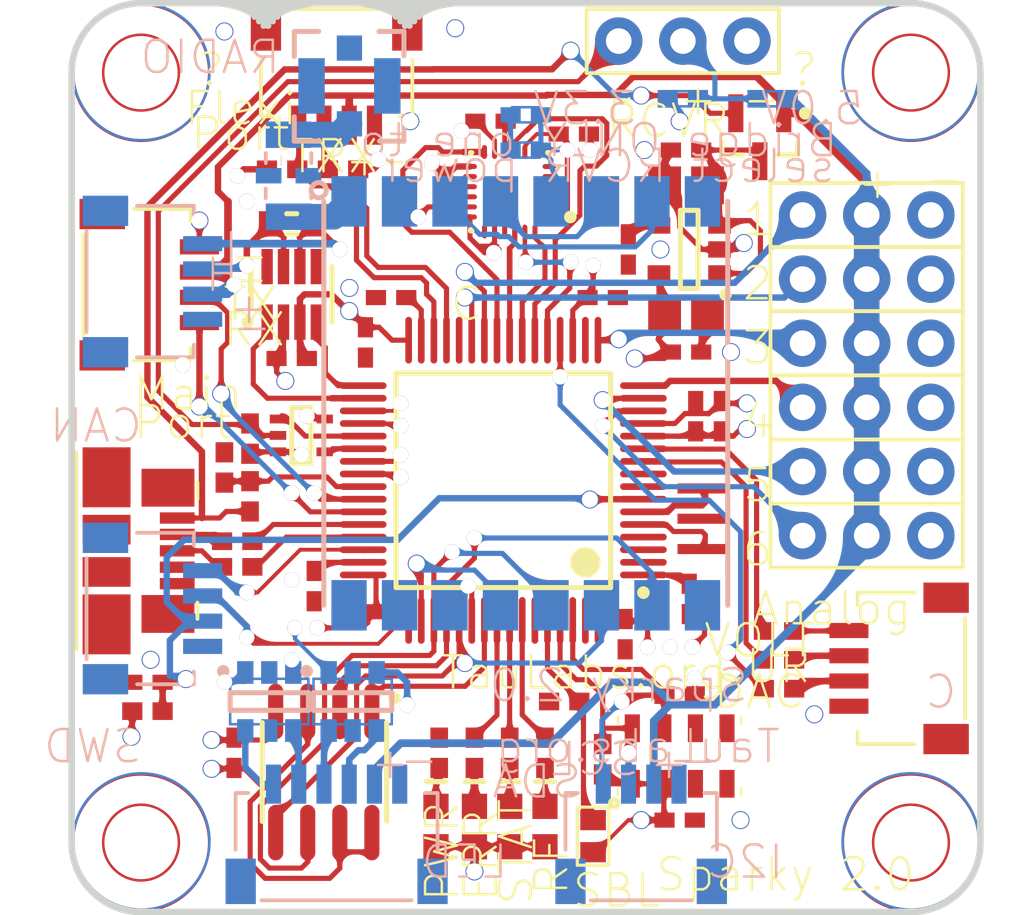
<source format=kicad_pcb>
(kicad_pcb (version 4) (host pcbnew "(2014-07-21 BZR 5016)-product")
  (layers (0 F.Cu signal) (1 In1.Cu signal) (2 In2.Cu signal) (31 B.Cu signal) (34 B.Paste user) (35 F.Paste user) (36 B.SilkS user) (37 F.SilkS user) (38 B.Mask user) (39 F.Mask user) (44 Edge.Cuts user))
  (net 0 "")
  (net 1 "Net1")
  (net 2 "NetC21_2")
  (net 3 "DAC_OUT")
  (net 4 "NetCONN7_6")
  (net 5 "NetCONN7_5")
  (net 6 "NetCONN7_4")
  (net 7 "NetCONN7_3")
  (net 8 "NetQ2_3")
  (net 9 "NetQ2_1")
  (net 10 "NetQ1_3")
  (net 11 "NetQ1_1")
  (net 12 "NetCONN6_4")
  (net 13 "NetCONN6_3")
  (net 14 "NetR19_2")
  (net 15 "NetD5_1")
  (net 16 "NetU1_38")
  (net 17 "NetU1_37")
  (net 18 "NetU1_34")
  (net 19 "NetU1_33")
  (net 20 "NetR9_1")
  (net 21 "NetR2_1")
  (net 22 "NetJP10_1")
  (net 23 "NetCONN5_2")
  (net 24 "NetCONN1_3")
  (net 25 "NetCONN1_4")
  (net 26 "MPU_IRQ")
  (net 27 "MPU_SDI")
  (net 28 "MPU_SDO")
  (net 29 "MPU_SCK")
  (net 30 "NetJP7_1")
  (net 31 "SERVO_OUT_6")
  (net 32 "SERVO_OUT_5")
  (net 33 "SERVO_OUT_4")
  (net 34 "SERVO_OUT_3")
  (net 35 "SERVO_OUT_2")
  (net 36 "SERVO_OUT_1")
  (net 37 "NetCONN3_4")
  (net 38 "NetCONN3_3")
  (net 39 "NetC17_2")
  (net 40 "SWDIO")
  (net 41 "SWDCLK")
  (net 42 "NetC2_1")
  (net 43 "GND")
  (net 44 "NRST")
  (net 45 "UART1_RX")
  (net 46 "UART1_TX")
  (net 47 "USB_D_N")
  (net 48 "USB_D_P")
  (net 49 "USB_PWR")
  (net 50 "VCC_UNREG")
  (net 51 "VCC")
  (net 52 "INV")
  (net 53 "NetC8_1")
  (net 54 "NetD2_1")
  (net 55 "USB_R_N")
  (net 56 "USB_R_P")
  (net 57 "NetCONN5_3")
  (net 58 "NetCONN5_4")
  (net 59 "NetC12_1")
  (net 60 "NetD3_1")
  (net 61 "NetR6_2")
  (net 62 "NetR7_2")
  (net 63 "NetRF1_3")
  (net 64 "NetRF1_4")
  (net 65 "NetU1_5")
  (net 66 "NetU1_6")
  (net 67 "NetU1_55")
  (net 68 "RFM22_CS")
  (net 69 "RFM22_IRQ")
  (net 70 "RFM22_SCK")
  (net 71 "RFM22_SDI")
  (net 72 "RFM22_SDO")
  (net 73 "NetJP10_2")
  (net 74 "NetD4_1")
  (net 75 "NetR1_1")
  (net 76 "MPU_CS")
  (net 77 "NetFIL1_1")
  (net 78 "NetFIL1_3")
  (module "JST SH 6 Pin Side Entry" (layer B.Cu) (at 72.262949 -49.860149)
    (fp_text reference "CONN7" hide)
    (fp_text value "SM06B-SRSS-TB" hide)
  )
  (module "SOT23-6" (layer B.Cu) (at 72.897949 -57.734149)
    (fp_text reference "Q2" hide)
    (fp_text value "SOT23, 5-Leads, Body 2.9x1.6mm, Pitch 0.95mm, Lead Span 2.8mm, IPC High Density" hide)
  )
  (module "SOT23-6" (layer B.Cu) (at 69.595949 -57.734149)
    (fp_text reference "Q1" hide)
    (fp_text value "SOT23, 5-Leads, Body 2.9x1.6mm, Pitch 0.95mm, Lead Span 2.8mm, IPC High Density" hide)
  )
  (module "JST SH 4 Pin Side Entry" (layer B.Cu) (at 62.356949 -74.371149)
    (fp_text reference "CONN6" hide)
    (fp_text value "SM04B-SRSS-TB" hide)
  )
  (module "RES402N" (layer F.Cu) (at 80.517949 -55.702149)
    (fp_text reference "R19" hide)
    (fp_text value "Chip Resistor, Body 1.1x0.5mm, IPC Medium Density" hide)
  )
  (module "LED603N" (layer F.Cu) (at 79.120949 -52.781149)
    (fp_text reference "D5" hide)
    (fp_text value "Chip LED, Body 1.6x0.8mm, IPC Medium Density" hide)
  )
  (module "TOUCH JMP 2PAD" (layer F.Cu) (at 82.422949 -52.400149)
    (fp_text reference "JP7" hide)
    (fp_text value "Touch Jumper 2 Pad" hide)
  )
  (module "RES402N" (layer F.Cu) (at 67.817949 -67.005149)
    (fp_text reference "R18" hide)
    (fp_text value "Chip Resistor, Body 1.1x0.5mm, IPC Medium Density" hide)
  )
  (module "RES402N" (layer B.Cu) (at 85.978949 -81.610149)
    (fp_text reference "R17" hide)
    (fp_text value "Chip Resistor, Body 1.1x0.5mm, IPC Medium Density" hide)
  )
  (module "RES402N" (layer B.Cu) (at 89.534949 -81.610147)
    (fp_text reference "R15" hide)
    (fp_text value "Chip Resistor, Body 1.1x0.5mm, IPC Medium Density" hide)
  )
  (module "RFM22-S2" (layer B.Cu) (at 79.755949 -69.545149)
    (fp_text reference "RF1" hide)
    (fp_text value "SMT RFM22" hide)
  )
  (module "SOT23-8" (layer F.Cu) (at 70.484949 -73.863149)
    (fp_text reference "U3" hide)
    (fp_text value "SSOP; 8 Leads; Body Width 1.6 mm; Pitch 0.65 mm" hide)
  )
  (module "RES603N" (layer F.Cu) (at 70.484949 -76.657149)
    (fp_text reference "R14" hide)
    (fp_text value "Chip Resistor, Body 1.6x0.8mm, IPC Medium Density" hide)
  )
  (module "RES402N" (layer F.Cu) (at 89.788949 -58.242149)
    (fp_text reference "R12" hide)
    (fp_text value "Chip Resistor, Body 1.1x0.5mm, IPC Medium Density" hide)
  )
  (module "RES402N" (layer F.Cu) (at 89.788949 -59.385149)
    (fp_text reference "R9" hide)
    (fp_text value "Chip Resistor, Body 1.1x0.5mm, IPC Medium Density" hide)
  )
  (module "CAP402N" (layer F.Cu) (at 70.484949 -71.323149)
    (fp_text reference "C1" hide)
    (fp_text value "Chip Capacitor, Body 1.0x0.5mm, IPC Medium Density" hide)
  )
  (module "MS5611-01BA03" (layer F.Cu) (at 85.851949 -55.575149)
    (fp_text reference "U7" hide)
    (fp_text value "MS5611-01BA03 Pressure Sensor" hide)
  )
  (module "CAP402N" (layer F.Cu) (at 85.851949 -53.035149)
    (fp_text reference "C27" hide)
    (fp_text value "Chip Capacitor, Body 1.0x0.5mm, IPC Medium Density" hide)
  )
  (module "RES402N" (layer F.Cu) (at 77.723949 -55.702149)
    (fp_text reference "R6" hide)
    (fp_text value "Chip Resistor, Body 1.1x0.5mm, IPC Medium Density" hide)
  )
  (module "RES402N" (layer F.Cu) (at 85.851949 -57.988149)
    (fp_text reference "R5" hide)
    (fp_text value "Chip Resistor, Body 1.1x0.5mm, IPC Medium Density" hide)
  )
  (module "CAP402N" (layer F.Cu) (at 81.660949 -80.213149)
    (fp_text reference "C11" hide)
    (fp_text value "Chip Capacitor, Body 1.0x0.5mm, IPC Medium Density" hide)
  )
  (module "CAP402N" (layer F.Cu) (at 86.486949 -69.037149)
    (fp_text reference "C14" hide)
    (fp_text value "Chip Capacitor, Body 1.0x0.5mm, IPC Medium Density" hide)
  )
  (module "CAP402N" (layer F.Cu) (at 76.580949 -77.927149)
    (fp_text reference "C10" hide)
    (fp_text value "Chip Capacitor, Body 1.0x0.5mm, IPC Medium Density" hide)
  )
  (module "JST SH 4 Pin Side Entry" (layer B.Cu) (at 62.356949 -61.417149)
    (fp_text reference "CONN11" hide)
    (fp_text value "SM04B-SRSS-TB" hide)
  )
  (module "SOIC8_N" (layer F.Cu) (at 71.754949 -54.940149)
    (fp_text reference "U9" hide)
    (fp_text value "8-Pin Small Outline Integrated Circuit Package (SOIC8), IPC Medium Density" hide)
  )
  (module "DCK-5" (layer F.Cu) (at 70.865949 -68.275149)
    (fp_text reference "U6" hide)
    (fp_text value "SOT23-DCK, 5-Leads, Body 2.2x2.4mm (max), Pitch 0.65mm, IPC High Density" hide)
  )
  (module "STM32 64 Lead" (layer F.Cu) (at 78.866949 -66.497149)
    (fp_text reference "U1" hide)
    (fp_text value "Thin QFP, 64-Leads, Body 10x10mm, Pitch 0.5mm, IPC Medium Density" hide)
  )
  (module "QFN40P300X300X100-24N" (layer F.Cu) (at 79.120949 -77.927149)
    (fp_text reference "U4" hide)
    (fp_text value "QFN, 24-Leads, Body 3.1x3.1mm (max), Pitch 0.40mm, IPC Medium Density" hide)
  )
  (module "SOT23-5L" (layer F.Cu) (at 86.232949 -75.641149)
    (fp_text reference "U2" hide)
    (fp_text value "SOT23, 5-Leads, Body 2.9x1.6mm, Pitch 0.95mm, Lead Span 2.8mm, IPC High Density" hide)
  )
  (module "RES402N" (layer F.Cu) (at 81.279949 -57.734149)
    (fp_text reference "R16" hide)
    (fp_text value "Chip Resistor, Body 1.1x0.5mm, IPC Medium Density" hide)
  )
  (module "RES402N" (layer F.Cu) (at 68.325949 -63.068149)
    (fp_text reference "R13" hide)
    (fp_text value "Chip Resistor, Body 1.1x0.5mm, IPC Medium Density" hide)
  )
  (module "RES402N" (layer F.Cu) (at 68.325949 -64.084149)
    (fp_text reference "R11" hide)
    (fp_text value "Chip Resistor, Body 1.1x0.5mm, IPC Medium Density" hide)
  )
  (module "RES402N" (layer F.Cu) (at 68.833949 -68.148149)
    (fp_text reference "R10" hide)
    (fp_text value "Chip Resistor, Body 1.1x0.5mm, IPC Medium Density" hide)
  )
  (module "RES402N" (layer F.Cu) (at 89.788949 -60.528149)
    (fp_text reference "R2" hide)
    (fp_text value "Chip Resistor, Body 1.1x0.5mm, IPC Medium Density" hide)
  )
  (module "SIP3 - 0.1" (layer F.Cu) (at 90.72197 -64.305967)
    (fp_text reference "JP6" hide)
    (fp_text value "Standard 0.1 3 Pin Header" hide)
  )
  (module "SIP3 - 0.1" (layer F.Cu) (at 90.72197 -66.845967)
    (fp_text reference "JP5" hide)
    (fp_text value "Standard 0.1 3 Pin Header" hide)
  )
  (module "SIP3 - 0.1" (layer F.Cu) (at 90.72197 -69.385967)
    (fp_text reference "JP4" hide)
    (fp_text value "Standard 0.1 3 Pin Header" hide)
  )
  (module "SIP3 - 0.1" (layer F.Cu) (at 90.72197 -71.925967)
    (fp_text reference "JP3" hide)
    (fp_text value "Standard 0.1 3 Pin Header" hide)
  )
  (module "SIP3 - 0.1" (layer F.Cu) (at 90.72197 -74.465967)
    (fp_text reference "JP2" hide)
    (fp_text value "Standard 0.1 3 Pin Header" hide)
  )
  (module "SIP3 - 0.1" (layer F.Cu) (at 90.72197 -77.005967)
    (fp_text reference "JP1" hide)
    (fp_text value "Standard 0.1 3 Pin Header" hide)
  )
  (module "LED603N" (layer F.Cu) (at 77.723949 -52.781149)
    (fp_text reference "D2" hide)
    (fp_text value "Chip LED, Body 1.6x0.8mm, IPC Medium Density" hide)
  )
  (module "SOT23-3N" (layer F.Cu) (at 89.026949 -80.086149)
    (fp_text reference "D1" hide)
    (fp_text value "SOT23, 3-Leads, Body 2.9x1.3mm, Pitch 0.95mm, Lead Span 2.5mm, IPC Medium Density" hide)
  )
  (module "USB Micro SMD" (layer F.Cu) (at 64.388949 -63.703149)
    (fp_text reference "CONN4" hide)
    (fp_text value "DX2R005HN2E700" hide)
  )
  (module "JST SH 4 Pin Side Entry" (layer F.Cu) (at 72.262949 -85.166149)
    (fp_text reference "CONN3" hide)
    (fp_text value "SM04B-SRSS-TB" hide)
  )
  (module "JST SH 4 Pin Side Entry" (layer F.Cu) (at 62.229949 -74.244149)
    (fp_text reference "CONN2" hide)
    (fp_text value "SM04B-SRSS-TB" hide)
  )
  (module "JST SH 4 Pin Side Entry" (layer B.Cu) (at 84.327949 -49.860149)
    (fp_text reference "CONN1" hide)
    (fp_text value "SM04B-SRSS-TB" hide)
  )
  (module "CAP402N" (layer F.Cu) (at 68.198949 -55.702149)
    (fp_text reference "C38" hide)
    (fp_text value "Chip Capacitor, Body 1.0x0.5mm, IPC Medium Density" hide)
  )
  (module "CAP402N" (layer F.Cu) (at 87.502949 -69.037149)
    (fp_text reference "C13" hide)
    (fp_text value "Chip Capacitor, Body 1.0x0.5mm, IPC Medium Density" hide)
  )
  (module "CAP402N" (layer F.Cu) (at 83.819949 -75.641149)
    (fp_text reference "C8" hide)
    (fp_text value "Chip Capacitor, Body 1.0x0.5mm, IPC Medium Density" hide)
  )
  (module "CAP402N" (layer F.Cu) (at 86.105949 -71.577149)
    (fp_text reference "C5" hide)
    (fp_text value "Chip Capacitor, Body 1.0x0.5mm, IPC Medium Density" hide)
  )
  (module "CAP805N" (layer F.Cu) (at 86.105949 -72.974149)
    (fp_text reference "C4" hide)
    (fp_text value "Chip Capacitor, Body 2.0x1.3mm, IPC Medium Density" hide)
  )
  (module "CAP805N" (layer F.Cu) (at 86.105949 -78.181149)
    (fp_text reference "C3" hide)
    (fp_text value "Chip Capacitor, Body 2.0x1.3mm, IPC Medium Density" hide)
  )
  (module "CAP402N" (layer F.Cu) (at 86.105949 -79.578149)
    (fp_text reference "C2" hide)
    (fp_text value "Chip Capacitor, Body 1.0x0.5mm, IPC Medium Density" hide)
  )
  (module "RES402N" (layer F.Cu) (at 70.103949 -78.816149)
    (fp_text reference "R20" hide)
    (fp_text value "Chip Resistor, Body 1.1x0.5mm, IPC Medium Density" hide)
  )
  (module "RES402N" (layer F.Cu) (at 72.516949 -78.816149)
    (fp_text reference "R21" hide)
    (fp_text value "Chip Resistor, Body 1.1x0.5mm, IPC Medium Density" hide)
  )
  (module "CAP402N" (layer F.Cu) (at 73.405949 -71.958149)
    (fp_text reference "C15" hide)
    (fp_text value "Chip Capacitor, Body 1.0x0.5mm, IPC Medium Density" hide)
  )
  (module "CAP402N" (layer F.Cu) (at 82.803949 -73.736149)
    (fp_text reference "C16" hide)
    (fp_text value "Chip Capacitor, Body 1.0x0.5mm, IPC Medium Density" hide)
  )
  (module "CAP402N" (layer F.Cu) (at 74.421949 -73.736149)
    (fp_text reference "C17" hide)
    (fp_text value "Chip Capacitor, Body 1.0x0.5mm, IPC Medium Density" hide)
  )
  (module "CAP402N" (layer F.Cu) (at 64.769949 -58.496149)
    (fp_text reference "C18" hide)
    (fp_text value "Chip Capacitor, Body 1.0x0.5mm, IPC Medium Density" hide)
  )
  (module "CAP402N" (layer F.Cu) (at 73.151949 -61.290149)
    (fp_text reference "C19" hide)
    (fp_text value "Chip Capacitor, Body 1.0x0.5mm, IPC Medium Density" hide)
  )
  (module "CAP402N" (layer F.Cu) (at 86.232949 -61.798149)
    (fp_text reference "C20" hide)
    (fp_text value "Chip Capacitor, Body 1.0x0.5mm, IPC Medium Density" hide)
  )
  (module "CAP402N" (layer F.Cu) (at 71.373949 -62.306149)
    (fp_text reference "C21" hide)
    (fp_text value "Chip Capacitor, Body 1.0x0.5mm, IPC Medium Density" hide)
  )
  (module "CAP402N" (layer F.Cu) (at 83.692949 -60.401149)
    (fp_text reference "C22" hide)
    (fp_text value "Chip Capacitor, Body 1.0x0.5mm, IPC Medium Density" hide)
  )
  (module "RES402N" (layer F.Cu) (at 64.769949 -57.353149)
    (fp_text reference "R4" hide)
    (fp_text value "Chip Resistor, Body 1.1x0.5mm, IPC Medium Density" hide)
  )
  (module "JST SH 4 Pin Side Entry" (layer F.Cu) (at 97.15755 -59.046948)
    (fp_text reference "CONN5" hide)
    (fp_text value "SM04B-SRSS-TB" hide)
  )
  (module "CAP402N" (layer B.Cu) (at 79.755949 -79.578149)
    (fp_text reference "C48" hide)
    (fp_text value "Chip Capacitor, Body 1.0x0.5mm, IPC Medium Density" hide)
  )
  (module "CAP402N" (layer B.Cu) (at 79.755949 -80.975149)
    (fp_text reference "C49" hide)
    (fp_text value "Chip Capacitor, Body 1.0x0.5mm, IPC Medium Density" hide)
  )
  (module "LED603N" (layer F.Cu) (at 80.517949 -52.781149)
    (fp_text reference "D3" hide)
    (fp_text value "Chip LED, Body 1.6x0.8mm, IPC Medium Density" hide)
  )
  (module "RES402N" (layer F.Cu) (at 79.120949 -55.702149)
    (fp_text reference "R7" hide)
    (fp_text value "Chip Resistor, Body 1.1x0.5mm, IPC Medium Density" hide)
  )
  (module "UFL Socket" (layer B.Cu) (at 72.770949 -82.118149)
    (fp_text reference "SKT1" hide)
    (fp_text value "Molex U.Fl. SMD socket" hide)
  )
  (module "CSTCE_G15C" (layer F.Cu) (at 86.740949 -64.973149)
    (fp_text reference "X1" hide)
    (fp_text value "Murata ceramic resonator" hide)
  )
  (module "CAP402N" (layer F.Cu) (at 78.358949 -80.721149)
    (fp_text reference "C12" hide)
    (fp_text value "Chip Capacitor, Body 1.0x0.5mm, IPC Medium Density" hide)
  )
  (module "SIP3 - 0.1" (layer F.Cu) (at 83.438949 -83.896149)
    (fp_text reference "JP10" hide)
    (fp_text value "Standard 0.1 3 Pin Header" hide)
  )
  (module "RES402N" (layer F.Cu) (at 68.833949 -65.862149)
    (fp_text reference "R1" hide)
    (fp_text value "Chip Resistor, Body 1.1x0.5mm, IPC Medium Density" hide)
  )
  (module "LED603N" (layer F.Cu) (at 76.199949 -52.781149)
    (fp_text reference "D4" hide)
    (fp_text value "Chip LED, Body 1.6x0.8mm, IPC Medium Density" hide)
  )
  (module "RES402N" (layer F.Cu) (at 82.803949 -55.448149)
    (fp_text reference "R3" hide)
    (fp_text value "Chip Resistor, Body 1.1x0.5mm, IPC Medium Density" hide)
  )
  (module "RES402N" (layer F.Cu) (at 76.326949 -55.702149)
    (fp_text reference "R8" hide)
    (fp_text value "Chip Resistor, Body 1.1x0.5mm, IPC Medium Density" hide)
  )
  (module "Filter FV1206" (layer B.Cu) (at 70.357949 -78.562149)
    (fp_text reference "FIL1" hide)
    (fp_text value "SMT Filter Mini-Circuits FV1206" hide)
  )
  (gr_arc (start 83.26115 -53.69795) (end 83.41115 -53.69795) (angle -360) (layer F.SilkS) (width 0.1999996))
  (gr_arc (start 81.52095 -76.92715) (end 81.64595 -76.92715) (angle -360) (layer F.SilkS) (width 0.2499995))
  (gr_arc (start 68.73495 -72.76315) (end 68.85995 -72.76315) (angle -360) (layer F.SilkS) (width 0.2499995))
  (gr_arc (start 74.54895 -57.86315) (end 74.67395 -57.86315) (angle -360) (layer F.SilkS) (width 0.2499995))
  (gr_arc (start 84.41695 -62.04715) (end 84.54195 -62.04715) (angle -360) (layer F.SilkS) (width 0.2499995))
  (gr_arc (start 82.11695 -63.24715) (end 82.41695 -63.24715) (angle -360) (layer F.SilkS) (width 0.5999988))
  (gr_arc (start 90.82695 -81.03615) (end 90.95195 -81.03615) (angle -360) (layer F.SilkS) (width 0.2499995))
  (gr_arc (start 87.67197 -73.85637) (end 87.79697 -73.85637) (angle -360) (layer F.SilkS) (width 0.2499995))
  (gr_arc (start 64.51597 -82.64617) (end 64.51597 -85.39617) (angle -90) (layer Edge.Cuts) (width 0.2540000))
  (gr_arc (start 64.51597 -52.14617) (end 61.76597 -52.14617) (angle -90) (layer Edge.Cuts) (width 0.2540000))
  (gr_arc (start 95.01597 -52.14617) (end 95.01597 -49.39617) (angle -90) (layer Edge.Cuts) (width 0.2540000))
  (gr_arc (start 95.01597 -82.64617) (end 97.76597 -82.64617) (angle -90) (layer Edge.Cuts) (width 0.2540000))
  (gr_arc (start 74.23013 -83.58333) (end 75.51200 -84.86520) (angle -45) (layer Edge.Cuts) (width 0.2540000))
  (gr_arc (start 73.61692 -82.97012) (end 75.33240 -84.68560) (angle -45) (layer Edge.Cuts) (width 0.2540000))
  (gr_arc (start 73.00371 -82.35691) (end 75.15279 -84.50599) (angle -45) (layer Edge.Cuts) (width 0.2540000))
  (gr_arc (start 75.89586 -83.58333) (end 75.89586 -85.39617) (angle -45) (layer Edge.Cuts) (width 0.2540000))
  (gr_arc (start 76.50907 -82.97012) (end 76.50907 -85.39618) (angle -45) (layer Edge.Cuts) (width 0.2540000))
  (gr_arc (start 77.12228 -82.35691) (end 77.12228 -85.39617) (angle -45) (layer Edge.Cuts) (width 0.2540000))
  (gr_arc (start 68.63009 -83.58333) (end 69.91196 -84.86520) (angle -45) (layer Edge.Cuts) (width 0.2540000))
  (gr_arc (start 68.01688 -82.97012) (end 69.73236 -84.68560) (angle -45) (layer Edge.Cuts) (width 0.2540000))
  (gr_arc (start 67.40367 -82.35691) (end 69.55275 -84.50599) (angle -45) (layer Edge.Cuts) (width 0.2540000))
  (gr_arc (start 70.29582 -83.58333) (end 70.29582 -85.39617) (angle -45) (layer Edge.Cuts) (width 0.2540000))
  (gr_arc (start 70.90903 -82.97012) (end 70.90903 -85.39618) (angle -45) (layer Edge.Cuts) (width 0.2540000))
  (gr_arc (start 71.52224 -82.35691) (end 71.52224 -85.39617) (angle -45) (layer Edge.Cuts) (width 0.2540000))
  (gr_arc (start 95.01597 -82.64617) (end 97.76597 -82.64617) (angle -90) (layer Edge.Cuts) (width 0.2540000))
  (gr_arc (start 95.01597 -52.14617) (end 95.01597 -49.39617) (angle -90) (layer Edge.Cuts) (width 0.2540000))
  (gr_arc (start 64.51597 -52.14617) (end 61.76597 -52.14617) (angle -90) (layer Edge.Cuts) (width 0.2540000))
  (gr_arc (start 64.51597 -82.64617) (end 64.51597 -85.39617) (angle -90) (layer Edge.Cuts) (width 0.2540000))
  (gr_arc (start 71.07295 -58.93415) (end 71.19795 -58.93415) (angle -360) (layer B.SilkS) (width 0.2499995))
  (gr_arc (start 67.77095 -58.93415) (end 67.89595 -58.93415) (angle -360) (layer B.SilkS) (width 0.2499995))
  (gr_arc (start 71.55595 -77.99015) (end 71.85595 -77.99015) (angle -360) (layer B.SilkS) (width 0.1999996))
  (gr_arc (start 71.95822 -66.57342) (end 71.37395 -65.98915) (angle -45) (layer F.Cu) (width 0.2032000))
  (gr_arc (start 72.44878 -67.06398) (end 71.51763 -66.13283) (angle -45) (layer F.Cu) (width 0.2032000))
  (gr_arc (start 71.17872 -65.98915) (end 70.68815 -65.98915) (angle -45) (layer F.Cu) (width 0.2032000))
  (gr_arc (start 70.48495 -65.29538) (end 70.83183 -65.64226) (angle -45) (layer F.Cu) (width 0.2032000))
  (gr_arc (start 66.27810 -69.97004) (end 66.66834 -69.57980) (angle -45) (layer F.Cu) (width 0.2540000))
  (gr_arc (start 67.38188 -69.97004) (end 66.82999 -69.97004) (angle -45) (layer F.Cu) (width 0.2540000))
  (gr_arc (start 67.07774 -70.53936) (end 67.51134 -70.10576) (angle -45) (layer F.Cu) (width 0.2032000))
  (gr_arc (start 68.30416 -70.53936) (end 67.69095 -70.53936) (angle -45) (layer F.Cu) (width 0.2032000))
  (gr_arc (start 67.44320 -76.17094) (end 67.00960 -76.60454) (angle -44.9999999999999) (layer F.Cu) (width 0.2032000))
  (gr_arc (start 66.21678 -76.17094) (end 66.82999 -76.17094) (angle -45) (layer F.Cu) (width 0.2032000))
  (gr_arc (start 82.97880 -71.62500) (end 83.27731 -71.92351) (angle -45) (layer F.Cu) (width 0.2540000))
  (gr_arc (start 82.79532 -72.72877) (end 82.79532 -72.04715) (angle -45) (layer F.Cu) (width 0.2540000))
  (gr_arc (start 83.23614 -70.10434) (end 82.98355 -69.85175) (angle -45) (layer F.Cu) (width 0.2032000))
  (gr_arc (start 83.59818 -68.87792) (end 83.59818 -69.74713) (angle -45) (layer F.Cu) (width 0.2032000))
  (gr_arc (start 87.90574 -68.93194) (end 88.33934 -69.36554) (angle -45) (layer F.Cu) (width 0.2032000))
  (gr_arc (start 87.90574 -70.15836) (end 87.90574 -69.54515) (angle -45) (layer F.Cu) (width 0.2032000))
  (gr_arc (start 88.40162 -68.07689) (end 88.50620 -68.47998) (angle -59.5439999999622) (layer F.Cu) (width 0.2032000))
  (gr_arc (start 87.81654 -76.28577) (end 87.81654 -75.64110) (angle -55.8289999999718) (layer F.Cu) (width 0.2032000))
  (gr_arc (start 87.43300 -76.54614) (end 87.43300 -75.64109) (angle -55.8289999999718) (layer F.Cu) (width 0.2032000))
  (gr_arc (start 74.88312 -62.64032) (end 75.61697 -62.64032) (angle -45) (layer F.Cu) (width 0.2032000))
  (gr_arc (start 74.39255 -62.14975) (end 75.61697 -62.14975) (angle -45) (layer F.Cu) (width 0.2032000))
  (gr_arc (start 84.94116 -53.64836) (end 84.50756 -53.21476) (angle -45) (layer F.Cu) (width 0.2032000))
  (gr_arc (start 84.94116 -52.42194) (end 84.94116 -53.03515) (angle -45) (layer F.Cu) (width 0.2032000))
  (gr_arc (start 83.81997 -52.71308) (end 84.09198 -52.88554) (angle -57.6239999999671) (layer F.Cu) (width 0.1524000))
  (gr_arc (start 83.81997 -53.35722) (end 83.81997 -53.03515) (angle -57.6239999999671) (layer F.Cu) (width 0.1524000))
  (gr_arc (start 84.09138 -60.38372) (end 84.43826 -60.03684) (angle -45) (layer F.Cu) (width 0.2032000))
  (gr_arc (start 85.07252 -60.38372) (end 84.58195 -60.38372) (angle -45) (layer F.Cu) (width 0.2032000))
  (gr_arc (start 82.81889 -66.25809) (end 82.45759 -65.89679) (angle -45) (layer F.Cu) (width 0.2540000))
  (gr_arc (start 82.87678 -65.15432) (end 82.87678 -65.74714) (angle -45) (layer F.Cu) (width 0.2540000))
  (gr_arc (start 65.74206 -58.07126) (end 66.13230 -58.46150) (angle -45) (layer F.Cu) (width 0.2540000))
  (gr_arc (start 65.74206 -59.17504) (end 65.74206 -58.62315) (angle -45) (layer F.Cu) (width 0.2540000))
  (gr_arc (start 69.12690 -62.32359) (end 68.89893 -62.17624) (angle -57.1229999999684) (layer F.Cu) (width 0.1524000))
  (gr_arc (start 69.12690 -61.78071) (end 69.12690 -62.05215) (angle -57.1229999999684) (layer F.Cu) (width 0.1524000))
  (gr_arc (start 69.13620 -60.70340) (end 68.65307 -60.22027) (angle -45) (layer F.Cu) (width 0.1524000))
  (gr_arc (start 69.50412 -61.07132) (end 68.76083 -60.32803) (angle -45) (layer F.Cu) (width 0.1524000))
  (gr_arc (start 69.87205 -61.43925) (end 68.86859 -60.43579) (angle -45) (layer F.Cu) (width 0.1524000))
  (gr_arc (start 78.21016 -74.75215) (end 77.59695 -74.75215) (angle -45) (layer F.Cu) (width 0.2032000))
  (gr_arc (start 77.34295 -73.88494) (end 77.77655 -74.31854) (angle -45) (layer F.Cu) (width 0.2032000))
  (gr_arc (start 63.43723 -57.03487) (end 63.95535 -56.51675) (angle -45) (layer F.Cu) (width 0.2032000))
  (gr_arc (start 64.66365 -56.86585) (end 64.16996 -56.86585) (angle -45) (layer F.Cu) (width 0.2032000))
  (gr_arc (start 72.01028 -61.16448) (end 71.64463 -60.79883) (angle -45) (layer F.Cu) (width 0.2032000))
  (gr_arc (start 71.97275 -60.18334) (end 71.97275 -60.64737) (angle -45) (layer F.Cu) (width 0.2032000))
  (gr_arc (start 84.68716 -71.93636) (end 84.25356 -71.50276) (angle -45) (layer F.Cu) (width 0.2032000))
  (gr_arc (start 84.68716 -70.70994) (end 84.68716 -71.32315) (angle -45) (layer F.Cu) (width 0.2032000))
  (gr_arc (start 76.73504 -79.06683) (end 76.24447 -79.06683) (angle -45) (layer F.Cu) (width 0.2032000))
  (gr_arc (start 76.04127 -78.37306) (end 76.38815 -78.71994) (angle -45) (layer F.Cu) (width 0.2032000))
  (gr_arc (start 75.49716 -77.62657) (end 75.49716 -77.13600) (angle -45) (layer F.Cu) (width 0.2032000))
  (gr_arc (start 76.19092 -76.93281) (end 75.84404 -77.27969) (angle -45) (layer F.Cu) (width 0.2032000))
  (gr_arc (start 81.53395 -82.73466) (end 81.53395 -83.28655) (angle -45.0000000000001) (layer F.Cu) (width 0.2540000))
  (gr_arc (start 80.75346 -83.51515) (end 81.14370 -83.12491) (angle -45) (layer F.Cu) (width 0.2540000))
  (gr_arc (start 67.69094 -55.22588) (end 67.54442 -55.16483) (angle -67.3819999999608) (layer F.Cu) (width 0.2032000))
  (gr_arc (start 67.69094 -54.90842) (end 67.69094 -55.06715) (angle -67.3819999999608) (layer F.Cu) (width 0.2032000))
  (gr_arc (start 67.92316 -55.68036) (end 67.48956 -55.24676) (angle -45) (layer F.Cu) (width 0.2032000))
  (gr_arc (start 67.92316 -54.45394) (end 67.92316 -55.06715) (angle -45) (layer F.Cu) (width 0.2032000))
  (gr_arc (start 67.92316 -56.82336) (end 67.48956 -56.38976) (angle -45) (layer F.Cu) (width 0.2032000))
  (gr_arc (start 67.92316 -55.59694) (end 67.92316 -56.21015) (angle -45) (layer F.Cu) (width 0.2032000))
  (gr_arc (start 84.94116 -82.35036) (end 84.50756 -81.91676) (angle -45) (layer F.Cu) (width 0.2032000))
  (gr_arc (start 84.94116 -81.12394) (end 84.94116 -81.73715) (angle -45) (layer F.Cu) (width 0.2032000))
  (gr_arc (start 77.34295 -58.85866) (end 77.34295 -59.41055) (angle -45.0000000000001) (layer F.Cu) (width 0.2032000))
  (gr_arc (start 77.34295 -58.16489) (end 77.34295 -59.20735) (angle -45.0000000000001) (layer F.Cu) (width 0.2032000))
  (gr_arc (start 78.01123 -59.92643) (end 77.11694 -59.92643) (angle -45) (layer F.Cu) (width 0.2032000))
  (gr_arc (start 78.50179 -60.41699) (end 77.11694 -60.41699) (angle -45) (layer F.Cu) (width 0.2032000))
  (gr_arc (start 78.21452 -63.72058) (end 77.86764 -64.06746) (angle -44.9999999999999) (layer F.Cu) (width 0.2032000))
  (gr_arc (start 77.23338 -63.72058) (end 77.72395 -63.72058) (angle -45) (layer F.Cu) (width 0.2032000))
  (gr_arc (start 73.63034 -73.20275) (end 73.01713 -73.20275) (angle -45) (layer F.Cu) (width 0.2032000))
  (gr_arc (start 72.76313 -72.33554) (end 73.19673 -72.76914) (angle -45) (layer F.Cu) (width 0.2032000))
  (gr_arc (start 86.35995 -60.58692) (end 86.35995 -60.09635) (angle -45) (layer F.Cu) (width 0.2032000))
  (gr_arc (start 87.05372 -59.89315) (end 86.70684 -60.24003) (angle -45) (layer F.Cu) (width 0.2032000))
  (gr_arc (start 81.80538 -80.06872) (end 82.15226 -79.72184) (angle -45) (layer F.Cu) (width 0.2032000))
  (gr_arc (start 82.78652 -80.06872) (end 82.29595 -80.06872) (angle -45) (layer F.Cu) (width 0.2032000))
  (gr_arc (start 79.28855 -75.60054) (end 79.59430 -75.29479) (angle -45) (layer F.Cu) (width 0.1524000))
  (gr_arc (start 80.39233 -75.76953) (end 79.72095 -75.76953) (angle -45) (layer F.Cu) (width 0.1524000))
  (gr_arc (start 82.10853 -74.55857) (end 81.67763 -74.98947) (angle -44.9999999999999) (layer F.Cu) (width 0.2032000))
  (gr_arc (start 81.12740 -74.72660) (end 81.49915 -74.72660) (angle -45) (layer F.Cu) (width 0.2032000))
  (gr_arc (start 71.79094 -69.65252) (end 71.24424 -69.17272) (angle -48.7289999999903) (layer F.Cu) (width 0.2032000))
  (gr_arc (start 70.55934 -67.20654) (end 70.86595 -67.51315) (angle -45) (layer F.Cu) (width 0.2032000))
  (gr_arc (start 70.06878 -66.71598) (end 70.72227 -67.36947) (angle -45) (layer F.Cu) (width 0.2032000))
  (gr_arc (start 82.91352 -74.51558) (end 82.56664 -74.86246) (angle -44.9999999999999) (layer F.Cu) (width 0.2032000))
  (gr_arc (start 81.93238 -74.51558) (end 82.42295 -74.51558) (angle -45) (layer F.Cu) (width 0.2032000))
  (gr_arc (start 77.11086 -51.61624) (end 77.54434 -51.18276) (angle -45) (layer F.Cu) (width 0.2032000))
  (gr_arc (start 78.33728 -51.61648) (end 77.72390 -51.61648) (angle -45) (layer F.Cu) (width 0.2032000))
  (gr_arc (start 74.39933 -68.25253) (end 74.74906 -68.60226) (angle -45) (layer F.Cu) (width 0.1524000))
  (gr_arc (start 74.03141 -67.88461) (end 74.64131 -68.49451) (angle -45) (layer F.Cu) (width 0.1524000))
  (gr_arc (start 74.47071 -68.98839) (end 74.47071 -68.74714) (angle -45) (layer F.Cu) (width 0.1524000))
  (gr_arc (start 74.50603 -66.32723) (end 74.80295 -66.62415) (angle -45) (layer F.Cu) (width 0.2032000))
  (gr_arc (start 74.01547 -65.83667) (end 74.65927 -66.48047) (angle -45) (layer F.Cu) (width 0.2032000))
  (gr_arc (start 82.80395 -69.34992) (end 82.80395 -68.85935) (angle -45) (layer F.Cu) (width 0.2032000))
  (gr_arc (start 83.49772 -68.65615) (end 83.15084 -69.00303) (angle -45) (layer F.Cu) (width 0.2032000))
  (gr_arc (start 80.62636 -71.08773) (end 80.97324 -70.74085) (angle -45) (layer F.Cu) (width 0.2032000))
  (gr_arc (start 81.60750 -71.08773) (end 81.11693 -71.08773) (angle -45) (layer F.Cu) (width 0.2032000))
  (gr_arc (start 88.54259 -59.67415) (end 87.96015 -59.67415) (angle -45) (layer F.Cu) (width 0.2032000))
  (gr_arc (start 87.75695 -59.07225) (end 88.03887 -59.35417) (angle -45) (layer F.Cu) (width 0.2032000))
  (gr_arc (start 76.83495 -62.96539) (end 76.83495 -63.45596) (angle -45.0000000000001) (layer F.Cu) (width 0.2032000))
  (gr_arc (start 76.14118 -63.65916) (end 76.48806 -63.31228) (angle -45) (layer F.Cu) (width 0.2032000))
  (gr_arc (start 68.27770 -75.43540) (end 68.58122 -75.13188) (angle -45) (layer F.Cu) (width 0.2540000))
  (gr_arc (start 69.13620 -75.43540) (end 68.70695 -75.43540) (angle -45) (layer F.Cu) (width 0.2540000))
  (gr_arc (start 67.67862 -74.24415) (end 68.04655 -74.24415) (angle -45) (layer F.Cu) (width 0.3048000))
  (gr_arc (start 68.19895 -74.76448) (end 67.93879 -74.50432) (angle -45) (layer F.Cu) (width 0.3048000))
  (gr_arc (start 83.32938 -56.19272) (end 83.67626 -55.84584) (angle -45) (layer F.Cu) (width 0.2032000))
  (gr_arc (start 84.31052 -56.19272) (end 83.81995 -56.19272) (angle -45) (layer F.Cu) (width 0.2032000))
  (gr_arc (start 84.17916 -57.12094) (end 84.17916 -57.98815) (angle -45) (layer F.Cu) (width 0.2032000))
  (gr_arc (start 84.66973 -56.63037) (end 84.66973 -57.98815) (angle -45) (layer F.Cu) (width 0.2032000))
  (gr_arc (start 68.23426 -64.66246) (end 68.65830 -65.08650) (angle -45) (layer F.Cu) (width 0.2032000))
  (gr_arc (start 68.23426 -65.86184) (end 68.23426 -65.26215) (angle -45) (layer F.Cu) (width 0.2032000))
  (gr_arc (start 69.43364 -67.06184) (end 69.00960 -66.63780) (angle -45) (layer F.Cu) (width 0.2032000))
  (gr_arc (start 69.43364 -65.86246) (end 69.43364 -66.46215) (angle -45) (layer F.Cu) (width 0.2032000))
  (gr_arc (start 68.23426 -65.86246) (end 68.65830 -66.28650) (angle -45) (layer F.Cu) (width 0.2032000))
  (gr_arc (start 68.23426 -67.06184) (end 68.23426 -66.46215) (angle -45) (layer F.Cu) (width 0.2032000))
  (gr_arc (start 77.16177 -52.94297) (end 76.48166 -52.26286) (angle -45) (layer F.Cu) (width 0.2032000))
  (gr_arc (start 77.16177 -51.01933) (end 77.16177 -51.98115) (angle -45) (layer F.Cu) (width 0.2032000))
  (gr_arc (start 75.23813 -54.54297) (end 75.91824 -53.86286) (angle -45) (layer F.Cu) (width 0.2032000))
  (gr_arc (start 77.16177 -54.54297) (end 76.19995 -54.54297) (angle -45) (layer F.Cu) (width 0.2032000))
  (gr_arc (start 82.20426 -56.69784) (end 82.62830 -56.27380) (angle -45) (layer F.Cu) (width 0.2032000))
  (gr_arc (start 83.40364 -56.69784) (end 82.80395 -56.69784) (angle -45) (layer F.Cu) (width 0.2032000))
  (gr_arc (start 83.14270 -55.06331) (end 82.67954 -54.70076) (angle -51.9469999999819) (layer F.Cu) (width 0.2032000))
  (gr_arc (start 83.55981 -55.38982) (end 82.83954 -54.82601) (angle -51.9469999999819) (layer F.Cu) (width 0.2032000))
  (gr_arc (start 83.97692 -55.71632) (end 82.99955 -54.95126) (angle -51.9469999999819) (layer F.Cu) (width 0.2032000))
  (gr_arc (start 76.74268 -54.63642) (end 76.35891 -55.02019) (angle -44.9999999999999) (layer F.Cu) (width 0.2032000))
  (gr_arc (start 77.23324 -54.14586) (end 76.50259 -54.87651) (angle -44.9999999999999) (layer F.Cu) (width 0.2032000))
  (gr_arc (start 80.77665 -57.73415) (end 81.58155 -57.73415) (angle -45) (layer F.Cu) (width 0.2032000))
  (gr_arc (start 81.82995 -58.37703) (end 81.55101 -58.09809) (angle -45) (layer F.Cu) (width 0.2032000))
  (gr_arc (start 81.55043 -57.35463) (end 82.04195 -57.35463) (angle -45) (layer F.Cu) (width 0.2032000))
  (gr_arc (start 81.05986 -56.86406) (end 82.04195 -56.86406) (angle -45) (layer F.Cu) (width 0.2032000))
  (gr_arc (start 66.19422 -57.77189) (end 66.19422 -58.62315) (angle -45) (layer F.Cu) (width 0.2540000))
  (gr_arc (start 65.78761 -58.07849) (end 65.49228 -58.37382) (angle -44.9999999999999) (layer F.Cu) (width 0.2540000))
  (gr_arc (start 64.95230 -58.07849) (end 65.36996 -58.07849) (angle -45) (layer F.Cu) (width 0.2540000))
  (gr_arc (start 64.76964 -56.75346) (end 64.34560 -57.17750) (angle -44.9999999999999) (layer F.Cu) (width 0.2032000))
  (gr_arc (start 63.57027 -56.75346) (end 64.16996 -56.75346) (angle -45) (layer F.Cu) (width 0.2032000))
  (gr_arc (start 64.83158 -57.89152) (end 65.21226 -57.51084) (angle -45) (layer F.Cu) (width 0.2540000))
  (gr_arc (start 65.90832 -57.89152) (end 65.36995 -57.89152) (angle -45) (layer F.Cu) (width 0.2540000))
  (gr_arc (start 82.65543 -79.81867) (end 82.40124 -80.07286) (angle -44.9999999999999) (layer F.Cu) (width 0.2032000))
  (gr_arc (start 81.69747 -79.64967) (end 82.29595 -79.64967) (angle -45) (layer F.Cu) (width 0.2032000))
  (gr_arc (start 85.57229 -74.15180) (end 85.19092 -74.53317) (angle -44.9999999999999) (layer F.Cu) (width 0.2032000))
  (gr_arc (start 84.49362 -74.15180) (end 85.03296 -74.15180) (angle -45) (layer F.Cu) (width 0.2032000))
  (gr_arc (start 84.42994 -76.11309) (end 84.76795 -76.45110) (angle -45) (layer F.Cu) (width 0.2540000))
  (gr_arc (start 84.42994 -77.06912) (end 84.42994 -76.59110) (angle -45) (layer F.Cu) (width 0.2540000))
  (gr_arc (start 86.89361 -77.13045) (end 87.27498 -76.74908) (angle -45) (layer F.Cu) (width 0.2032000))
  (gr_arc (start 87.97228 -77.13045) (end 87.43294 -77.13045) (angle -45) (layer F.Cu) (width 0.2032000))
  (gr_arc (start 88.07275 -76.07630) (end 88.07275 -76.78415) (angle -45) (layer F.Cu) (width 0.2032000))
  (gr_arc (start 88.56332 -75.58573) (end 88.56332 -76.78415) (angle -45) (layer F.Cu) (width 0.2032000))
  (gr_arc (start 86.76861 -75.10176) (end 87.14998 -75.48313) (angle -45) (layer F.Cu) (width 0.2032000))
  (gr_arc (start 86.76861 -76.18043) (end 86.76861 -75.64109) (angle -45) (layer F.Cu) (width 0.2032000))
  (gr_arc (start 88.09728 -76.18043) (end 87.71591 -75.79906) (angle -45) (layer F.Cu) (width 0.2032000))
  (gr_arc (start 88.09728 -75.10176) (end 88.09728 -75.64110) (angle -45) (layer F.Cu) (width 0.2032000))
  (gr_arc (start 88.09728 -75.23047) (end 87.71591 -74.84910) (angle -45) (layer F.Cu) (width 0.2032000))
  (gr_arc (start 88.09728 -74.15180) (end 88.09728 -74.69114) (angle -45) (layer F.Cu) (width 0.2032000))
  (gr_arc (start 88.56725 -79.12644) (end 88.88665 -79.44584) (angle -45) (layer F.Cu) (width 0.2032000))
  (gr_arc (start 88.52868 -80.08440) (end 88.52868 -79.57815) (angle -45) (layer F.Cu) (width 0.2032000))
  (gr_arc (start 87.59796 -80.55713) (end 87.93665 -80.89582) (angle -45) (layer F.Cu) (width 0.2032000))
  (gr_arc (start 87.59796 -81.51509) (end 87.59796 -81.03611) (angle -45) (layer F.Cu) (width 0.2032000))
  (gr_arc (start 89.97691 -82.14436) (end 89.61582 -81.78327) (angle -45) (layer F.Cu) (width 0.3048000))
  (gr_arc (start 90.33325 -81.39245) (end 90.08128 -81.14048) (angle -45) (layer F.Cu) (width 0.3048000))
  (gr_arc (start 90.33325 -80.67977) (end 90.33325 -81.03611) (angle -45) (layer F.Cu) (width 0.3048000))
  (gr_arc (start 84.22786 -75.93324) (end 84.22786 -76.59111) (angle -45) (layer F.Cu) (width 0.2540000))
  (gr_arc (start 84.84107 -75.32003) (end 84.84107 -76.59111) (angle -45) (layer F.Cu) (width 0.2540000))
  (gr_arc (start 83.92218 -76.80381) (end 83.85727 -76.51007) (angle -57.4599999999675) (layer F.Cu) (width 0.2540000))
  (gr_arc (start 84.25368 -76.34115) (end 84.06931 -76.52552) (angle -45) (layer F.Cu) (width 0.2540000))
  (gr_arc (start 84.80433 -72.17877) (end 84.80433 -71.32315) (angle -45) (layer F.Cu) (width 0.2032000))
  (gr_arc (start 84.31376 -72.66934) (end 84.31376 -71.32315) (angle -45) (layer F.Cu) (width 0.2032000))
  (gr_arc (start 84.48715 -71.57715) (end 85.20755 -71.57715) (angle -45) (layer F.Cu) (width 0.2032000))
  (gr_arc (start 85.40595 -72.01311) (end 85.23797 -71.84513) (angle -45) (layer F.Cu) (width 0.2032000))
  (gr_arc (start 86.22697 -72.05613) (end 86.56566 -71.71744) (angle -45) (layer F.Cu) (width 0.2032000))
  (gr_arc (start 87.18493 -72.05613) (end 86.70595 -72.05613) (angle -45) (layer F.Cu) (width 0.2032000))
  (gr_arc (start 87.29635 -72.22567) (end 87.02193 -72.74843) (angle -62.3029999999579) (layer F.Cu) (width 0.2032000))
  (gr_arc (start 87.47282 -71.88950) (end 87.11638 -72.56850) (angle -62.3029999999579) (layer F.Cu) (width 0.2032000))
  (gr_arc (start 87.64929 -71.55334) (end 87.21083 -72.38859) (angle -62.3029999999579) (layer F.Cu) (width 0.2032000))
  (gr_arc (start 86.23550 -72.15372) (end 86.70594 -72.15372) (angle -45) (layer F.Cu) (width 0.2032000))
  (gr_arc (start 85.31974 -72.24539) (end 85.29080 -72.53072) (angle -84.2079999999694) (layer F.Cu) (width 0.2032000))
  (gr_arc (start 85.34255 -72.02053) (end 85.31131 -72.32855) (angle -84.2079999999694) (layer F.Cu) (width 0.2032000))
  (gr_arc (start 84.47041 -72.08860) (end 85.03295 -72.08860) (angle -45) (layer F.Cu) (width 0.2032000))
  (gr_arc (start 84.47041 -73.85970) (end 84.86819 -73.46192) (angle -45) (layer F.Cu) (width 0.2032000))
  (gr_arc (start 85.87526 -73.83922) (end 85.03295 -73.83922) (angle -51.0109999999843) (layer F.Cu) (width 0.2032000))
  (gr_arc (start 86.22003 -74.26513) (end 85.03296 -74.26513) (angle -51.0109999999843) (layer F.Cu) (width 0.2032000))
  (gr_arc (start 86.56479 -74.69105) (end 85.03295 -74.69105) (angle -51.0109999999843) (layer F.Cu) (width 0.2032000))
  (gr_arc (start 84.79948 -78.94018) (end 85.05941 -78.56492) (angle -55.2909999999732) (layer F.Cu) (width 0.2032000))
  (gr_arc (start 84.53077 -79.32811) (end 84.94370 -78.73196) (angle -55.2909999999732) (layer F.Cu) (width 0.2032000))
  (gr_arc (start 85.71245 -78.94018) (end 85.25596 -78.94018) (angle -55.2909999999732) (layer F.Cu) (width 0.2032000))
  (gr_arc (start 85.98116 -79.32811) (end 85.25596 -79.32811) (angle -55.2909999999732) (layer F.Cu) (width 0.2032000))
  (gr_arc (start 85.07227 -77.59973) (end 85.85195 -77.59973) (angle -69.1149999999618) (layer F.Cu) (width 0.2032000))
  (gr_arc (start 84.95970 -77.30470) (end 85.85195 -77.30470) (angle -69.1149999999618) (layer F.Cu) (width 0.2032000))
  (gr_arc (start 84.84713 -77.00968) (end 85.85195 -77.00968) (angle -69.1149999999618) (layer F.Cu) (width 0.2032000))
  (gr_arc (start 84.73456 -76.71466) (end 85.85195 -76.71466) (angle -69.1149999999618) (layer F.Cu) (width 0.2032000))
  (gr_arc (start 86.67987 -77.44674) (end 87.43294 -77.44674) (angle -66.4839999999603) (layer F.Cu) (width 0.2032000))
  (gr_arc (start 86.54497 -77.13671) (end 87.43295 -77.13671) (angle -66.4839999999603) (layer F.Cu) (width 0.2032000))
  (gr_arc (start 86.41006 -76.82669) (end 87.43294 -76.82669) (angle -66.4839999999603) (layer F.Cu) (width 0.2032000))
  (gr_arc (start 86.27516 -76.51666) (end 87.43295 -76.51666) (angle -66.4839999999603) (layer F.Cu) (width 0.2032000))
  (gr_arc (start 86.86073 -78.32592) (end 87.56297 -77.99568) (angle -70.1859999999624) (layer F.Cu) (width 0.2032000))
  (gr_arc (start 86.58255 -78.45674) (end 87.37908 -78.08216) (angle -70.1859999999624) (layer F.Cu) (width 0.2032000))
  (gr_arc (start 86.30438 -78.58755) (end 87.19520 -78.16863) (angle -70.1859999999624) (layer F.Cu) (width 0.2032000))
  (gr_arc (start 86.02620 -78.71837) (end 87.01132 -78.25510) (angle -70.1859999999624) (layer F.Cu) (width 0.2032000))
  (gr_arc (start 87.66668 -78.99189) (end 87.20994 -78.99189) (angle -45) (layer F.Cu) (width 0.2032000))
  (gr_arc (start 87.66668 -78.99189) (end 87.20994 -78.99189) (angle -45) (layer F.Cu) (width 0.2032000))
  (gr_arc (start 87.72475 -79.57815) (end 87.00435 -79.57815) (angle -45) (layer F.Cu) (width 0.2032000))
  (gr_arc (start 86.80595 -79.14219) (end 86.97393 -79.31017) (angle -45) (layer F.Cu) (width 0.2032000))
  (gr_arc (start 87.28493 -80.05713) (end 86.94624 -79.71844) (angle -45) (layer F.Cu) (width 0.2032000))
  (gr_arc (start 87.28493 -79.09917) (end 87.28493 -79.57815) (angle -45) (layer F.Cu) (width 0.2032000))
  (gr_arc (start 85.75646 -79.22764) (end 85.40256 -79.58154) (angle -44.9999999999999) (layer F.Cu) (width 0.2032000))
  (gr_arc (start 86.24703 -78.73707) (end 85.54624 -79.43786) (angle -44.9999999999999) (layer F.Cu) (width 0.2032000))
  (gr_arc (start 67.40801 -63.81621) (end 67.78768 -64.19588) (angle -45) (layer F.Cu) (width 0.2032000))
  (gr_arc (start 66.91744 -63.32564) (end 67.64399 -64.05219) (angle -45) (layer F.Cu) (width 0.2032000))
  (gr_arc (start 66.42687 -62.83507) (end 67.50030 -63.90850) (angle -45) (layer F.Cu) (width 0.2032000))
  (gr_arc (start 68.97595 -65.20999) (end 68.97595 -64.33255) (angle -45) (layer F.Cu) (width 0.2032000))
  (gr_arc (start 69.54628 -64.08415) (end 69.31864 -64.31179) (angle -45) (layer F.Cu) (width 0.2032000))
  (gr_arc (start 67.70065 -55.70385) (end 68.05866 -56.06186) (angle -45) (layer F.Cu) (width 0.2032000))
  (gr_arc (start 67.73929 -56.66181) (end 67.73929 -56.21015) (angle -45) (layer F.Cu) (width 0.2032000))
  (gr_arc (start 68.65861 -56.66181) (end 68.33924 -56.34244) (angle -45) (layer F.Cu) (width 0.2032000))
  (gr_arc (start 68.69724 -55.70385) (end 68.69724 -56.21015) (angle -45) (layer F.Cu) (width 0.2032000))
  (gr_arc (start 67.80447 -54.70767) (end 68.05866 -54.96186) (angle -45) (layer F.Cu) (width 0.2032000))
  (gr_arc (start 67.69097 -55.53823) (end 67.69097 -55.06715) (angle -49.3549999999886) (layer F.Cu) (width 0.2032000))
  (gr_arc (start 68.61493 -55.35615) (end 68.36828 -55.20554) (angle -58.5919999999646) (layer F.Cu) (width 0.2032000))
  (gr_arc (start 68.59343 -54.70767) (end 68.59343 -55.06715) (angle -45) (layer F.Cu) (width 0.2032000))
  (gr_arc (start 84.67297 -52.55617) (end 85.01166 -52.89486) (angle -45) (layer F.Cu) (width 0.2032000))
  (gr_arc (start 84.67297 -53.51413) (end 84.67297 -53.03515) (angle -45) (layer F.Cu) (width 0.2032000))
  (gr_arc (start 84.83331 -53.45379) (end 85.11166 -53.17544) (angle -45) (layer F.Cu) (width 0.2032000))
  (gr_arc (start 85.79127 -53.57447) (end 85.22696 -53.57447) (angle -45) (layer F.Cu) (width 0.2032000))
  (gr_arc (start 83.10292 -60.31112) (end 83.55266 -60.76086) (angle -45) (layer F.Cu) (width 0.2032000))
  (gr_arc (start 83.32502 -61.26907) (end 83.32502 -60.94714) (angle -45) (layer F.Cu) (width 0.2032000))
  (gr_arc (start 84.06088 -61.26907) (end 83.83324 -61.04143) (angle -45) (layer F.Cu) (width 0.2032000))
  (gr_arc (start 84.25492 -60.37725) (end 84.25492 -60.94715) (angle -47.0079999999948) (layer F.Cu) (width 0.2032000))
  (gr_arc (start 85.64341 -61.90861) (end 86.23634 -62.50154) (angle -45) (layer F.Cu) (width 0.2032000))
  (gr_arc (start 85.15284 -61.41804) (end 86.09266 -62.35786) (angle -45) (layer F.Cu) (width 0.2032000))
  (gr_arc (start 85.79699 -62.49815) (end 86.03455 -62.49815) (angle -45) (layer F.Cu) (width 0.2032000))
  (gr_arc (start 86.05171 -62.81489) (end 85.93396 -62.69714) (angle -74.7779999999651) (layer F.Cu) (width 0.2032000))
  (gr_arc (start 86.83536 -62.29815) (end 86.43135 -62.29815) (angle -45) (layer F.Cu) (width 0.2032000))
  (gr_arc (start 86.23295 -61.54580) (end 86.62465 -61.93750) (angle -45) (layer F.Cu) (width 0.2032000))
  (gr_arc (start 73.75492 -60.84658) (end 73.69681 -61.09689) (angle -76.9309999999664) (layer F.Cu) (width 0.2032000))
  (gr_arc (start 73.43815 -61.70394) (end 73.71165 -61.43044) (angle -45) (layer F.Cu) (width 0.2032000))
  (gr_arc (start 74.39611 -61.83431) (end 73.82495 -61.83431) (angle -45) (layer F.Cu) (width 0.2032000))
  (gr_arc (start 82.10395 -73.10948) (end 82.10395 -73.53775) (angle -45.0000000000001) (layer F.Cu) (width 0.2032000))
  (gr_arc (start 81.37586 -73.73615) (end 81.75041 -73.36160) (angle -45) (layer F.Cu) (width 0.2032000))
  (gr_arc (start 82.02825 -74.01185) (end 82.30734 -73.73276) (angle -45) (layer F.Cu) (width 0.2032000))
  (gr_arc (start 81.53768 -74.50242) (end 82.16366 -73.87644) (angle -45) (layer F.Cu) (width 0.2032000))
  (gr_arc (start 72.96569 -72.65815) (end 73.20755 -72.65815) (angle -45) (layer F.Cu) (width 0.2032000))
  (gr_arc (start 73.40595 -73.57265) (end 72.89959 -73.06629) (angle -45) (layer F.Cu) (width 0.2032000))
  (gr_arc (start 73.88493 -73.03713) (end 73.54624 -72.69844) (angle -45) (layer F.Cu) (width 0.2032000))
  (gr_arc (start 73.88493 -72.07917) (end 73.88493 -72.55815) (angle -45) (layer F.Cu) (width 0.2032000))
  (gr_arc (start 71.51828 -79.16482) (end 71.69131 -78.99179) (angle -45) (layer F.Cu) (width 0.2032000))
  (gr_arc (start 72.22709 -79.17629) (end 71.76298 -79.17629) (angle -45) (layer F.Cu) (width 0.2032000))
  (gr_arc (start 72.71766 -79.66686) (end 71.76298 -79.66686) (angle -45) (layer F.Cu) (width 0.2032000))
  (gr_arc (start 73.75193 -79.38076) (end 73.34568 -78.98865) (angle -46.0149999999973) (layer F.Cu) (width 0.2032000))
  (gr_arc (start 73.75193 -78.25154) (end 73.75193 -78.81615) (angle -46.0149999999974) (layer F.Cu) (width 0.2032000))
  (gr_arc (start 71.64562 -78.81615) (end 71.00235 -78.81615) (angle -45) (layer F.Cu) (width 0.2032000))
  (gr_arc (start 70.75395 -78.01164) (end 71.14718 -78.40487) (angle -45) (layer F.Cu) (width 0.2032000))
  (gr_arc (start 70.13246 -79.43764) (end 70.57830 -78.99180) (angle -45) (layer F.Cu) (width 0.2032000))
  (gr_arc (start 71.33184 -79.39404) (end 70.76298 -79.39404) (angle -45) (layer F.Cu) (width 0.2032000))
  (gr_arc (start 68.21301 -68.07721) (end 68.65830 -68.52250) (angle -45) (layer F.Cu) (width 0.2032000))
  (gr_arc (start 68.25551 -69.27659) (end 68.25551 -68.70695) (angle -45) (layer F.Cu) (width 0.2032000))
  (gr_arc (start 69.47683 -68.69815) (end 69.08235 -68.69815) (angle -45) (layer F.Cu) (width 0.2032000))
  (gr_arc (start 68.85949 -67.70763) (end 69.38448 -68.23262) (angle -46.4769999999961) (layer F.Cu) (width 0.2032000))
  (gr_arc (start 69.36855 -68.13275) (end 69.00960 -67.77380) (angle -45) (layer F.Cu) (width 0.2032000))
  (gr_arc (start 69.49873 -66.93337) (end 69.49873 -67.62511) (angle -45) (layer F.Cu) (width 0.2032000))
  (gr_arc (start 84.60226 -57.38846) (end 85.02630 -57.81250) (angle -45) (layer F.Cu) (width 0.2032000))
  (gr_arc (start 84.60226 -58.58784) (end 84.60226 -57.98815) (angle -45) (layer F.Cu) (width 0.2032000))
  (gr_arc (start 84.68065 -57.98815) (end 85.15675 -57.98815) (angle -45) (layer F.Cu) (width 0.2032000))
  (gr_arc (start 83.98689 -57.98815) (end 84.95356 -57.98815) (angle -45) (layer F.Cu) (width 0.2032000))
  (gr_arc (start 85.20195 -58.46926) (end 85.03740 -58.30471) (angle -45) (layer F.Cu) (width 0.2032000))
  (gr_arc (start 85.91198 -57.32812) (end 85.42760 -57.81250) (angle -44.9999999999999) (layer F.Cu) (width 0.2032000))
  (gr_arc (start 84.71260 -57.44880) (end 85.22696 -57.44880) (angle -45) (layer F.Cu) (width 0.2032000))
  (gr_arc (start 91.03864 -61.12784) (end 90.61460 -60.70380) (angle -45) (layer F.Cu) (width 0.2032000))
  (gr_arc (start 91.03864 -59.92846) (end 91.03864 -60.52815) (angle -45) (layer F.Cu) (width 0.2032000))
  (gr_arc (start 89.82507 -61.21427) (end 88.89995 -61.21427) (angle -45) (layer F.Cu) (width 0.2032000))
  (gr_arc (start 90.31564 -61.70484) (end 88.89995 -61.70484) (angle -45) (layer F.Cu) (width 0.2032000))
  (gr_arc (start 66.71330 -65.30103) (end 66.50265 -65.09038) (angle -45) (layer F.Cu) (width 0.2032000))
  (gr_arc (start 66.71330 -64.70521) (end 66.71330 -65.00312) (angle -45) (layer F.Cu) (width 0.2032000))
  (gr_arc (start 66.71330 -64.00106) (end 66.50265 -63.79041) (angle -45) (layer F.Cu) (width 0.2032000))
  (gr_arc (start 66.71330 -63.40524) (end 66.71330 -63.70315) (angle -45) (layer F.Cu) (width 0.2032000))
  (gr_arc (start 66.71330 -64.65104) (end 66.50265 -64.44039) (angle -45) (layer F.Cu) (width 0.2032000))
  (gr_arc (start 66.71330 -64.05523) (end 66.71330 -64.35314) (angle -45) (layer F.Cu) (width 0.2032000))
  (gr_arc (start 79.55613 -51.01933) (end 80.23624 -51.69944) (angle -45) (layer F.Cu) (width 0.2032000))
  (gr_arc (start 79.55613 -52.94297) (end 79.55613 -51.98115) (angle -45) (layer F.Cu) (width 0.2032000))
  (gr_arc (start 79.55613 -54.54296) (end 80.23623 -53.86286) (angle -45) (layer F.Cu) (width 0.2032000))
  (gr_arc (start 81.47978 -54.54297) (end 80.51795 -54.54297) (angle -45) (layer F.Cu) (width 0.2032000))
  (gr_arc (start 78.53095 -56.94215) (end 78.94531 -56.52779) (angle -45) (layer F.Cu) (width 0.2032000))
  (gr_arc (start 79.73033 -56.96152) (end 79.11694 -56.96152) (angle -45) (layer F.Cu) (width 0.2032000))
  (gr_arc (start 79.72064 -54.45246) (end 79.29660 -54.87650) (angle -44.9999999999999) (layer F.Cu) (width 0.2032000))
  (gr_arc (start 78.52126 -54.45246) (end 79.12095 -54.45246) (angle -45) (layer F.Cu) (width 0.2032000))
  (gr_arc (start 86.25811 -65.69031) (end 86.86795 -65.69031) (angle -45) (layer F.Cu) (width 0.2540000))
  (gr_arc (start 86.19679 -64.31731) (end 86.67137 -63.84273) (angle -45) (layer F.Cu) (width 0.2032000))
  (gr_arc (start 79.59098 -80.08911) (end 79.11719 -80.56290) (angle -44.9999999999999) (layer F.Cu) (width 0.1524000))
  (gr_arc (start 78.51038 -80.27259) (end 78.92095 -80.27259) (angle -45) (layer F.Cu) (width 0.1524000))
  (gr_arc (start 78.34414 -80.72115) (end 77.93035 -80.72115) (angle -45) (layer F.Cu) (width 0.1524000))
  (gr_arc (start 78.86447 -80.72115) (end 78.08275 -80.72115) (angle -45) (layer F.Cu) (width 0.1524000))
  (gr_arc (start 77.85895 -80.19847) (end 78.07029 -80.40981) (angle -45) (layer F.Cu) (width 0.1524000))
  (gr_arc (start 77.72395 -57.32095) (end 77.72395 -56.60055) (angle -45) (layer F.Cu) (width 0.2032000))
  (gr_arc (start 78.45133 -56.35215) (end 78.11264 -56.69084) (angle -45) (layer F.Cu) (width 0.2032000))
  (gr_arc (start 78.20100 -54.57510) (end 77.86368 -54.91242) (angle -44.9999999999999) (layer F.Cu) (width 0.3048000))
  (gr_arc (start 77.24690 -54.57510) (end 77.72395 -54.57510) (angle -45) (layer F.Cu) (width 0.3048000))
  (gr_arc (start 87.18319 -69.03339) (end 86.62724 -68.47744) (angle -45) (layer F.Cu) (width 0.2032000))
  (gr_arc (start 85.79071 -69.03339) (end 85.79071 -68.24716) (angle -45) (layer F.Cu) (width 0.2032000))
  (gr_arc (start 85.79071 -69.03339) (end 85.79071 -68.24716) (angle -45) (layer F.Cu) (width 0.2032000))
  (gr_arc (start 87.18319 -69.03339) (end 86.62724 -68.47744) (angle -45) (layer F.Cu) (width 0.2032000))
  (gr_arc (start 86.78131 -69.14197) (end 86.60547 -69.37804) (angle -53.3179999999783) (layer F.Cu) (width 0.2032000))
  (gr_arc (start 86.19259 -69.14197) (end 86.48695 -69.14197) (angle -53.3179999999783) (layer F.Cu) (width 0.2032000))
  (gr_arc (start 86.78131 -69.14197) (end 86.60547 -69.37804) (angle -53.3179999999783) (layer F.Cu) (width 0.2032000))
  (gr_arc (start 86.19259 -69.14197) (end 86.48695 -69.14197) (angle -53.3179999999783) (layer F.Cu) (width 0.2032000))
  (gr_arc (start 86.80671 -69.03339) (end 86.80671 -68.24716) (angle -45) (layer F.Cu) (width 0.2032000))
  (gr_arc (start 86.80671 -69.03339) (end 86.80671 -68.24716) (angle -45) (layer F.Cu) (width 0.2032000))
  (gr_arc (start 87.98294 -68.59240) (end 87.67812 -68.43030) (angle -61.9969999999578) (layer F.Cu) (width 0.2032000))
  (gr_arc (start 87.98294 -68.59240) (end 87.67812 -68.43030) (angle -61.9969999999578) (layer F.Cu) (width 0.2032000))
  (gr_arc (start 87.50295 -68.61835) (end 87.50295 -69.33875) (angle -45.0000000000001) (layer F.Cu) (width 0.2032000))
  (gr_arc (start 87.06699 -69.53715) (end 87.23497 -69.36917) (angle -45) (layer F.Cu) (width 0.2032000))
  (gr_arc (start 87.96261 -69.99681) (end 87.64324 -69.67744) (angle -45) (layer F.Cu) (width 0.2032000))
  (gr_arc (start 88.00124 -69.03885) (end 88.00124 -69.54515) (angle -45) (layer F.Cu) (width 0.2032000))
  (gr_arc (start 76.14499 -78.62715) (end 76.38255 -78.62715) (angle -45) (layer F.Cu) (width 0.2032000))
  (gr_arc (start 76.58095 -79.54595) (end 76.07155 -79.03655) (angle -45) (layer F.Cu) (width 0.2032000))
  (gr_arc (start 77.10363 -77.22715) (end 76.80475 -77.22715) (angle -45) (layer F.Cu) (width 0.1524000))
  (gr_arc (start 76.70093 -76.54717) (end 77.03093 -76.87717) (angle -55.0069999999739) (layer F.Cu) (width 0.1524000))
  (gr_arc (start 76.10197 -76.84817) (end 76.44066 -77.18686) (angle -45) (layer F.Cu) (width 0.2032000))
  (gr_arc (start 76.10197 -77.80613) (end 76.10197 -77.32715) (angle -45) (layer F.Cu) (width 0.2032000))
  (gr_arc (start 91.66489 -59.12929) (end 91.96022 -59.42462) (angle -45) (layer F.Cu) (width 0.2540000))
  (gr_arc (start 91.66489 -59.96460) (end 91.66489 -59.54694) (angle -45) (layer F.Cu) (width 0.2540000))
  (gr_arc (start 91.66489 -58.12929) (end 91.96022 -58.42462) (angle -45) (layer F.Cu) (width 0.2540000))
  (gr_arc (start 91.66489 -58.96461) (end 91.66489 -58.54695) (angle -45) (layer F.Cu) (width 0.2540000))
  (gr_arc (start 91.64895 -60.11334) (end 91.94226 -60.40665) (angle -45) (layer F.Cu) (width 0.2032000))
  (gr_arc (start 91.55819 -61.07130) (end 91.55819 -60.52815) (angle -45) (layer F.Cu) (width 0.2032000))
  (gr_arc (start 74.98103 -60.81123) (end 75.07714 -60.90734) (angle -45) (layer F.Cu) (width 0.1524000))
  (gr_arc (start 74.98103 -61.08307) (end 74.98103 -60.94715) (angle -45) (layer F.Cu) (width 0.1524000))
  (gr_arc (start 72.38853 -63.61122) (end 72.48464 -63.70733) (angle -45) (layer F.Cu) (width 0.1524000))
  (gr_arc (start 72.38853 -63.88306) (end 72.38853 -63.74714) (angle -45) (layer F.Cu) (width 0.1524000))
  (gr_arc (start 74.24537 -68.88305) (end 74.14926 -68.78694) (angle -45) (layer F.Cu) (width 0.1524000))
  (gr_arc (start 74.24537 -68.61121) (end 74.24537 -68.74713) (angle -45) (layer F.Cu) (width 0.1524000))
  (gr_arc (start 74.24537 -69.38307) (end 74.14926 -69.28696) (angle -45) (layer F.Cu) (width 0.1524000))
  (gr_arc (start 74.24537 -69.11124) (end 74.24537 -69.24716) (angle -45) (layer F.Cu) (width 0.1524000))
  (gr_arc (start 72.52445 -70.83912) (end 72.12771 -70.44238) (angle -45) (layer F.Cu) (width 0.2032000))
  (gr_arc (start 85.20945 -70.44445) (end 85.20945 -70.25266) (angle -45) (layer F.Cu) (width 0.2540000))
  (gr_arc (start 83.62445 -68.58761) (end 83.62445 -69.21625) (angle -45.0000000000001) (layer F.Cu) (width 0.2032000))
  (gr_arc (start 83.51944 -68.89320) (end 83.61566 -69.21753) (angle -61.5249999999576) (layer F.Cu) (width 0.2032000))
  (gr_arc (start 85.20945 -65.66076) (end 85.20945 -65.25266) (angle -45) (layer F.Cu) (width 0.2540000))
  (gr_arc (start 85.20945 -64.35566) (end 85.46442 -64.61063) (angle -45) (layer F.Cu) (width 0.2032000))
  (gr_arc (start 78.68572 -52.94297) (end 78.00561 -52.26286) (angle -45) (layer F.Cu) (width 0.2032000))
  (gr_arc (start 78.68572 -51.01933) (end 78.68572 -51.98115) (angle -45) (layer F.Cu) (width 0.2032000))
  (gr_arc (start 76.76208 -51.01933) (end 77.44219 -51.69944) (angle -45) (layer F.Cu) (width 0.2032000))
  (gr_arc (start 76.76208 -52.94297) (end 76.76208 -51.98115) (angle -45) (layer F.Cu) (width 0.2032000))
  (gr_arc (start 78.43341 -51.13023) (end 77.97904 -51.67516) (angle -50.1779999999865) (layer F.Cu) (width 0.2032000))
  (gr_arc (start 77.01439 -51.13023) (end 77.72390 -51.13023) (angle -50.1779999999865) (layer F.Cu) (width 0.2032000))
  (gr_arc (start 76.88460 -54.42045) (end 77.47811 -53.82694) (angle -45) (layer F.Cu) (width 0.3048000))
  (gr_arc (start 78.56295 -54.42020) (end 77.72394 -54.42020) (angle -45) (layer F.Cu) (width 0.3048000))
  (gr_arc (start 67.90736 -73.74418) (end 67.50339 -73.74418) (angle -45) (layer F.Cu) (width 0.2032000))
  (gr_arc (start 67.30499 -72.99179) (end 67.69672 -73.38352) (angle -45) (layer F.Cu) (width 0.2032000))
  (gr_arc (start 66.35101 -76.22315) (end 66.68970 -75.88446) (angle -45) (layer F.Cu) (width 0.2032000))
  (gr_arc (start 67.30897 -76.22315) (end 66.82999 -76.22315) (angle -45) (layer F.Cu) (width 0.2032000))
  (gr_arc (start 67.66133 -75.10051) (end 67.40936 -74.84854) (angle -45) (layer F.Cu) (width 0.3048000))
  (gr_arc (start 67.66133 -74.38784) (end 67.66133 -74.74418) (angle -45) (layer F.Cu) (width 0.3048000))
  (gr_arc (start 67.30499 -75.54743) (end 67.30499 -74.89177) (angle -45) (layer F.Cu) (width 0.3048000))
  (gr_arc (start 67.38675 -74.60158) (end 67.61413 -74.82896) (angle -74.8289999999651) (layer F.Cu) (width 0.3048000))
  (gr_arc (start 67.59210 -74.24344) (end 67.89588 -74.54722) (angle -74.8289999999651) (layer F.Cu) (width 0.3048000))
  (gr_arc (start 67.30499 -74.32985) (end 67.70912 -74.73398) (angle -45) (layer F.Cu) (width 0.3048000))
  (gr_arc (start 67.30499 -73.28920) (end 68.22944 -74.21365) (angle -45) (layer F.Cu) (width 0.3048000))
  (gr_arc (start 67.24765 -72.32652) (end 66.95232 -72.62185) (angle -44.9999999999999) (layer F.Cu) (width 0.2540000))
  (gr_arc (start 66.41233 -72.32652) (end 66.82999 -72.32652) (angle -45) (layer F.Cu) (width 0.2540000))
  (gr_arc (start 69.84995 -53.79520) (end 69.84995 -53.33535) (angle -45) (layer F.Cu) (width 0.2032000))
  (gr_arc (start 69.84995 -54.48897) (end 69.84995 -53.53856) (angle -45) (layer F.Cu) (width 0.2032000))
  (gr_arc (start 71.34013 -51.38416) (end 71.22431 -51.57142) (angle -58.2629999999654) (layer F.Cu) (width 0.2032000))
  (gr_arc (start 70.89977 -51.38416) (end 71.11995 -51.38416) (angle -58.2629999999654) (layer F.Cu) (width 0.2032000))
  (gr_arc (start 72.77718 -52.12739) (end 72.53023 -51.88044) (angle -45) (layer F.Cu) (width 0.2032000))
  (gr_arc (start 72.96067 -51.16943) (end 72.96067 -51.77815) (angle -45) (layer F.Cu) (width 0.2032000))
  (gr_arc (start 72.86893 -51.26118) (end 72.53024 -51.59987) (angle -44.9999999999999) (layer F.Cu) (width 0.2032000))
  (gr_arc (start 71.91097 -51.26118) (end 72.38995 -51.26118) (angle -45) (layer F.Cu) (width 0.2032000))
  (gr_arc (start 73.08923 -51.16943) (end 73.51966 -51.59986) (angle -45) (layer F.Cu) (width 0.2032000))
  (gr_arc (start 73.27271 -52.12739) (end 73.27271 -51.77816) (angle -45) (layer F.Cu) (width 0.2032000))
  (gr_arc (start 69.82389 -55.80429) (end 69.84293 -56.34192) (angle -47.0279999999948) (layer F.Cu) (width 0.2032000))
  (gr_arc (start 69.29559 -56.54019) (end 69.54729 -56.28849) (angle -45) (layer F.Cu) (width 0.2032000))
  (gr_arc (start 69.70766 -56.17451) (end 69.77801 -56.35530) (angle -66.2609999999603) (layer F.Cu) (width 0.2032000))
  (gr_arc (start 69.37244 -56.50973) (end 69.57049 -56.31168) (angle -48.6499999999905) (layer F.Cu) (width 0.2032000))
  (gr_arc (start 71.59893 -56.06122) (end 71.26024 -56.39991) (angle -44.9999999999999) (layer F.Cu) (width 0.2032000))
  (gr_arc (start 70.64097 -56.06122) (end 71.11995 -56.06122) (angle -45) (layer F.Cu) (width 0.2032000))
  (gr_arc (start 73.23291 -58.14020) (end 72.63345 -58.73966) (angle -45) (layer F.Cu) (width 0.2032000))
  (gr_arc (start 73.92667 -58.14020) (end 72.98033 -59.08654) (angle -45) (layer F.Cu) (width 0.2032000))
  (gr_arc (start 72.16986 -58.49614) (end 72.28561 -58.30894) (angle -58.2699999999654) (layer F.Cu) (width 0.2032000))
  (gr_arc (start 72.61004 -58.49614) (end 72.38995 -58.49614) (angle -58.2699999999654) (layer F.Cu) (width 0.2032000))
  (gr_arc (start 73.79314 -58.33579) (end 73.65724 -58.13623) (angle -79.2539999999676) (layer F.Cu) (width 0.2032000))
  (gr_arc (start 73.93373 -58.54224) (end 73.77162 -58.30418) (angle -79.2539999999676) (layer F.Cu) (width 0.2032000))
  (gr_arc (start 70.25345 -68.58366) (end 70.46894 -68.79915) (angle -70.4439999999626) (layer F.Cu) (width 0.2032000))
  (gr_arc (start 70.09099 -68.75998) (end 70.29956 -68.96855) (angle -45) (layer F.Cu) (width 0.2032000))
  (gr_arc (start 70.09099 -68.06621) (end 70.64644 -68.62166) (angle -45) (layer F.Cu) (width 0.2032000))
  (gr_arc (start 70.26819 -69.10234) (end 70.14289 -68.97704) (angle -45) (layer F.Cu) (width 0.2032000))
  (gr_arc (start 70.26819 -68.74793) (end 70.26819 -68.92513) (angle -45) (layer F.Cu) (width 0.2032000))
  (gr_arc (start 69.61378 -68.09790) (end 69.73908 -68.22320) (angle -45) (layer F.Cu) (width 0.2032000))
  (gr_arc (start 69.61378 -68.45230) (end 69.61378 -68.27510) (angle -45) (layer F.Cu) (width 0.2032000))
  (gr_arc (start 69.61378 -67.44791) (end 69.73908 -67.57321) (angle -45) (layer F.Cu) (width 0.2032000))
  (gr_arc (start 69.61378 -67.80231) (end 69.61378 -67.62511) (angle -45) (layer F.Cu) (width 0.2032000))
  (gr_arc (start 69.61378 -67.44791) (end 69.73908 -67.57321) (angle -45) (layer F.Cu) (width 0.2032000))
  (gr_arc (start 69.61378 -67.80231) (end 69.61378 -67.62511) (angle -45) (layer F.Cu) (width 0.2032000))
  (gr_arc (start 69.57748 -67.41161) (end 69.73908 -67.57321) (angle -45) (layer F.Cu) (width 0.2032000))
  (gr_arc (start 70.30449 -67.41161) (end 70.30449 -67.64015) (angle -45) (layer F.Cu) (width 0.2032000))
  (gr_arc (start 72.41275 -67.15333) (end 72.41275 -67.74714) (angle -45) (layer F.Cu) (width 0.2032000))
  (gr_arc (start 71.46376 -68.74793) (end 71.58906 -68.87323) (angle -45) (layer F.Cu) (width 0.2032000))
  (gr_arc (start 71.46376 -69.10234) (end 71.46376 -68.92514) (angle -45) (layer F.Cu) (width 0.2032000))
  (gr_arc (start 72.24195 -79.61218) (end 71.90326 -79.95087) (angle -44.9999999999999) (layer F.Cu) (width 0.2032000))
  (gr_arc (start 71.28400 -79.61218) (end 71.76298 -79.61218) (angle -45) (layer F.Cu) (width 0.2032000))
  (gr_arc (start 72.40664 -81.39750) (end 72.65861 -81.14553) (angle -45) (layer F.Cu) (width 0.3048000))
  (gr_arc (start 73.11931 -81.39750) (end 72.76297 -81.39750) (angle -45) (layer F.Cu) (width 0.3048000))
  (gr_arc (start 71.24196 -79.61218) (end 70.90327 -79.95087) (angle -44.9999999999999) (layer F.Cu) (width 0.2032000))
  (gr_arc (start 70.28400 -79.61218) (end 70.76298 -79.61218) (angle -45) (layer F.Cu) (width 0.2032000))
  (gr_arc (start 84.74798 -57.40415) (end 85.08667 -57.06546) (angle -45) (layer F.Cu) (width 0.2032000))
  (gr_arc (start 85.70593 -57.40415) (end 85.22695 -57.40415) (angle -45) (layer F.Cu) (width 0.2032000))
  (gr_arc (start 83.49799 -53.99615) (end 83.83668 -54.33484) (angle -45) (layer F.Cu) (width 0.2032000))
  (gr_arc (start 83.49799 -54.95410) (end 83.49799 -54.47512) (angle -45) (layer F.Cu) (width 0.2032000))
  (gr_arc (start 84.45595 -54.95410) (end 84.11726 -54.61541) (angle -45) (layer F.Cu) (width 0.2032000))
  (gr_arc (start 84.45595 -53.99615) (end 84.45595 -54.47513) (angle -45) (layer F.Cu) (width 0.2032000))
  (gr_arc (start 84.74798 -53.99615) (end 85.08667 -54.33484) (angle -45) (layer F.Cu) (width 0.2032000))
  (gr_arc (start 84.74798 -54.95410) (end 84.74798 -54.47512) (angle -45) (layer F.Cu) (width 0.2032000))
  (gr_arc (start 85.70593 -53.74615) (end 85.36724 -54.08484) (angle -44.9999999999999) (layer F.Cu) (width 0.2032000))
  (gr_arc (start 84.74798 -53.74615) (end 85.22696 -53.74615) (angle -45) (layer F.Cu) (width 0.2032000))
  (gr_arc (start 83.49799 -56.19619) (end 83.83668 -56.53488) (angle -45) (layer F.Cu) (width 0.2032000))
  (gr_arc (start 83.49799 -57.15415) (end 83.49799 -56.67517) (angle -45) (layer F.Cu) (width 0.2032000))
  (gr_arc (start 84.12974 -56.16120) (end 83.97457 -56.42933) (angle -59.940999999961) (layer F.Cu) (width 0.2032000))
  (gr_arc (start 84.33366 -55.80883) (end 84.07634 -56.25346) (angle -59.940999999961) (layer F.Cu) (width 0.2032000))
  (gr_arc (start 71.82505 -72.16325) (end 70.80997 -72.16325) (angle -45) (layer F.Cu) (width 0.2540000))
  (gr_arc (start 70.36393 -70.84417) (end 70.02524 -71.18286) (angle -44.9999999999999) (layer F.Cu) (width 0.2032000))
  (gr_arc (start 69.40597 -70.84417) (end 69.88495 -70.84417) (angle -45) (layer F.Cu) (width 0.2032000))
  (gr_arc (start 69.57398 -71.73412) (end 69.98835 -71.31975) (angle -45) (layer F.Cu) (width 0.2032000))
  (gr_arc (start 69.08341 -72.22469) (end 69.84466 -71.46344) (angle -45) (layer F.Cu) (width 0.2032000))
  (gr_arc (start 69.50994 -71.95144) (end 69.50994 -72.16477) (angle -45.0000000000001) (layer F.Cu) (width 0.2032000))
  (gr_arc (start 69.00409 -72.28817) (end 69.27453 -72.01773) (angle -45) (layer F.Cu) (width 0.2032000))
  (gr_arc (start 70.45788 -71.99028) (end 70.24724 -72.20092) (angle -44.9999999999999) (layer F.Cu) (width 0.2032000))
  (gr_arc (start 69.86209 -71.99028) (end 70.15999 -71.99028) (angle -45) (layer F.Cu) (width 0.2032000))
  (gr_arc (start 71.04654 -72.05160) (end 70.87926 -72.21888) (angle -44.9999999999999) (layer F.Cu) (width 0.2540000))
  (gr_arc (start 70.57339 -72.05160) (end 70.80997 -72.05160) (angle -45) (layer F.Cu) (width 0.2540000))
  (gr_arc (start 72.09121 -72.20907) (end 71.58239 -72.27283) (angle -52.1419999999814) (layer F.Cu) (width 0.2032000))
  (gr_arc (start 69.86202 -75.73608) (end 70.07267 -75.52543) (angle -45) (layer F.Cu) (width 0.2032000))
  (gr_arc (start 70.45784 -75.73608) (end 70.15993 -75.73608) (angle -45) (layer F.Cu) (width 0.2032000))
  (gr_arc (start 70.51206 -75.73608) (end 70.72271 -75.52543) (angle -45) (layer F.Cu) (width 0.2032000))
  (gr_arc (start 71.10788 -75.73608) (end 70.80997 -75.73608) (angle -45) (layer F.Cu) (width 0.2032000))
  (gr_arc (start 71.18207 -75.71013) (end 71.27641 -76.26371) (angle -54.6709999999749) (layer F.Cu) (width 0.2032000))
  (gr_arc (start 70.29823 -76.59398) (end 70.78500 -76.10721) (angle -45.7279999999981) (layer F.Cu) (width 0.2032000))
  (gr_arc (start 69.63496 -75.38365) (end 69.63496 -76.28415) (angle -45.0000000000001) (layer F.Cu) (width 0.2540000))
  (gr_arc (start 68.65289 -76.60715) (end 69.11893 -76.14111) (angle -45) (layer F.Cu) (width 0.2540000))
  (gr_arc (start 70.67167 -76.59398) (end 69.98333 -76.60273) (angle -45.7279999999981) (layer F.Cu) (width 0.2032000))
  (gr_arc (start 69.78783 -75.71013) (end 70.18491 -76.10721) (angle -54.6709999999748) (layer F.Cu) (width 0.2032000))
  (gr_arc (start 88.26202 -58.24215) (end 88.89055 -58.24215) (angle -45) (layer F.Cu) (width 0.2032000))
  (gr_arc (start 89.13895 -59.06140) (end 88.73530 -58.65775) (angle -45) (layer F.Cu) (width 0.2032000))
  (gr_arc (start 91.09996 -57.58114) (end 91.09996 -58.54695) (angle -45) (layer F.Cu) (width 0.2540000))
  (gr_arc (start 91.71317 -56.96793) (end 91.71317 -58.54695) (angle -45) (layer F.Cu) (width 0.2540000))
  (gr_arc (start 88.26201 -59.38515) (end 88.89055 -59.38515) (angle -45) (layer F.Cu) (width 0.2032000))
  (gr_arc (start 89.13895 -60.20439) (end 88.73531 -59.80075) (angle -45) (layer F.Cu) (width 0.2032000))
  (gr_arc (start 90.75472 -59.06938) (end 90.75472 -59.54695) (angle -45) (layer F.Cu) (width 0.2540000))
  (gr_arc (start 91.36793 -58.45617) (end 91.36793 -59.54695) (angle -45) (layer F.Cu) (width 0.2540000))
  (gr_arc (start 80.40207 -76.17715) (end 80.14475 -76.17715) (angle -45) (layer F.Cu) (width 0.1524000))
  (gr_arc (start 79.95844 -79.67715) (end 79.80734 -79.82825) (angle -45) (layer F.Cu) (width 0.1524000))
  (gr_arc (start 81.11764 -54.45246) (end 80.69360 -54.87650) (angle -44.9999999999999) (layer F.Cu) (width 0.2032000))
  (gr_arc (start 79.91826 -54.45246) (end 80.51795 -54.45246) (angle -45) (layer F.Cu) (width 0.2032000))
  (gr_arc (start 79.79057 -56.35215) (end 80.26955 -56.35215) (angle -45) (layer F.Cu) (width 0.2032000))
  (gr_arc (start 80.51795 -57.32095) (end 80.00855 -56.81155) (angle -45) (layer F.Cu) (width 0.2032000))
  (gr_arc (start 82.53095 -52.39621) (end 82.53095 -51.93655) (angle -45) (layer F.Cu) (width 0.1524000))
  (gr_arc (start 82.53095 -52.91654) (end 82.53095 -52.08895) (angle -45) (layer F.Cu) (width 0.1524000))
  (gr_arc (start 83.59060 -51.76515) (end 83.07027 -52.28548) (angle -45) (layer F.Cu) (width 0.1524000))
  (gr_arc (start 82.71329 -53.43349) (end 82.04195 -53.43349) (angle -45) (layer F.Cu) (width 0.2032000))
  (gr_arc (start 83.20386 -53.92406) (end 82.04195 -53.92406) (angle -45) (layer F.Cu) (width 0.2032000))
  (gr_arc (start 83.69442 -54.41463) (end 82.04194 -54.41463) (angle -45) (layer F.Cu) (width 0.2032000))
  (gr_arc (start 78.15913 -54.54297) (end 78.83924 -53.86286) (angle -45) (layer F.Cu) (width 0.2032000))
  (gr_arc (start 80.08277 -54.54297) (end 79.12095 -54.54297) (angle -45) (layer F.Cu) (width 0.2032000))
  (gr_arc (start 78.15913 -51.01933) (end 78.83924 -51.69944) (angle -45) (layer F.Cu) (width 0.2032000))
  (gr_arc (start 78.15913 -52.94297) (end 78.15913 -51.98115) (angle -45) (layer F.Cu) (width 0.2032000))
  (gr_arc (start 80.08277 -52.94297) (end 79.40266 -52.26286) (angle -45) (layer F.Cu) (width 0.2032000))
  (gr_arc (start 80.08277 -51.01933) (end 80.08277 -51.98115) (angle -45) (layer F.Cu) (width 0.2032000))
  (gr_arc (start 68.40074 -67.03795) (end 67.99359 -66.63080) (angle -45) (layer F.Cu) (width 0.2032000))
  (gr_arc (start 68.43453 -65.83857) (end 68.43453 -66.46215) (angle -45) (layer F.Cu) (width 0.2032000))
  (gr_arc (start 75.79927 -73.73615) (end 75.32035 -73.73615) (angle -45) (layer F.Cu) (width 0.2032000))
  (gr_arc (start 75.12195 -73.05872) (end 75.46068 -73.39745) (angle -45) (layer F.Cu) (width 0.2032000))
  (gr_arc (start 71.94423 -62.43587) (end 71.94423 -63.24717) (angle -45) (layer F.Cu) (width 0.2032000))
  (gr_arc (start 72.43480 -61.94530) (end 72.43480 -63.24717) (angle -45) (layer F.Cu) (width 0.2032000))
  (gr_arc (start 71.53758 -63.42453) (end 71.44621 -63.19092) (angle -66.3609999999603) (layer F.Cu) (width 0.2032000))
  (gr_arc (start 71.80991 -63.00615) (end 71.64193 -63.17413) (angle -45) (layer F.Cu) (width 0.2032000))
  (gr_arc (start 95.07096 -65.03702) (end 93.79182 -66.31616) (angle -44.9999999999999) (layer F.Cu) (width 0.3810000))
  (gr_arc (start 91.45302 -65.03702) (end 93.26199 -65.03702) (angle -45) (layer F.Cu) (width 0.3810000))
  (gr_arc (start 91.45302 -68.65496) (end 92.73216 -67.37582) (angle -45) (layer F.Cu) (width 0.3810000))
  (gr_arc (start 95.07096 -68.65496) (end 93.26199 -68.65496) (angle -45) (layer F.Cu) (width 0.3810000))
  (gr_arc (start 91.45302 -71.19496) (end 92.73216 -69.91582) (angle -45) (layer F.Cu) (width 0.3810000))
  (gr_arc (start 95.07096 -71.19496) (end 93.26199 -71.19496) (angle -45) (layer F.Cu) (width 0.3810000))
  (gr_arc (start 95.07096 -67.57702) (end 93.79182 -68.85616) (angle -44.9999999999999) (layer F.Cu) (width 0.3810000))
  (gr_arc (start 91.45302 -67.57702) (end 93.26199 -67.57702) (angle -45) (layer F.Cu) (width 0.3810000))
  (gr_arc (start 89.54196 -69.64710) (end 90.17639 -69.50672) (angle -57.4769999999675) (layer F.Cu) (width 0.2540000))
  (gr_arc (start 89.00558 -69.76579) (end 89.92839 -69.56160) (angle -57.4769999999675) (layer F.Cu) (width 0.2540000))
  (gr_arc (start 90.46088 -70.56603) (end 90.00142 -70.10657) (angle -57.4769999999675) (layer F.Cu) (width 0.2540000))
  (gr_arc (start 90.34220 -71.10241) (end 89.67389 -70.43410) (angle -57.4769999999675) (layer F.Cu) (width 0.2540000))
  (gr_arc (start 91.45302 -73.73496) (end 92.73216 -72.45582) (angle -45) (layer F.Cu) (width 0.3810000))
  (gr_arc (start 95.07096 -73.73496) (end 93.26199 -73.73496) (angle -45) (layer F.Cu) (width 0.3810000))
  (gr_arc (start 95.07096 -70.11702) (end 93.79182 -71.39616) (angle -44.9999999999999) (layer F.Cu) (width 0.3810000))
  (gr_arc (start 91.45302 -70.11702) (end 93.26199 -70.11702) (angle -45) (layer F.Cu) (width 0.3810000))
  (gr_arc (start 95.07096 -72.65702) (end 93.79182 -73.93616) (angle -44.9999999999999) (layer F.Cu) (width 0.3810000))
  (gr_arc (start 91.45302 -72.65702) (end 93.26199 -72.65702) (angle -45) (layer F.Cu) (width 0.3810000))
  (gr_arc (start 91.45302 -76.27496) (end 92.73216 -74.99582) (angle -45) (layer F.Cu) (width 0.3810000))
  (gr_arc (start 95.07096 -76.27496) (end 93.26199 -76.27496) (angle -45) (layer F.Cu) (width 0.3810000))
  (gr_arc (start 92.65064 -78.26407) (end 92.91784 -77.71420) (angle -64.0829999999589) (layer F.Cu) (width 0.3048000))
  (gr_arc (start 93.87334 -78.26407) (end 93.26199 -78.26407) (angle -64.082999999959) (layer F.Cu) (width 0.3048000))
  (gr_arc (start 95.07096 -75.19702) (end 93.79182 -76.47616) (angle -44.9999999999999) (layer F.Cu) (width 0.3810000))
  (gr_arc (start 91.45302 -75.19702) (end 93.26199 -75.19702) (angle -45) (layer F.Cu) (width 0.3810000))
  (gr_arc (start 91.45302 -66.11496) (end 92.73216 -64.83582) (angle -45) (layer F.Cu) (width 0.3810000))
  (gr_arc (start 95.07096 -66.11496) (end 93.26199 -66.11496) (angle -45) (layer F.Cu) (width 0.3810000))
  (gr_arc (start 83.43895 -82.42189) (end 83.43895 -83.46435) (angle -45.0000000000001) (layer F.Cu) (width 0.2032000))
  (gr_arc (start 83.43895 -81.72812) (end 83.43895 -83.26114) (angle -45.0000000000001) (layer F.Cu) (width 0.2032000))
  (gr_arc (start 83.43895 -81.03436) (end 83.43895 -83.05795) (angle -45.0000000000001) (layer F.Cu) (width 0.2032000))
  (gr_arc (start 81.96469 -83.89615) (end 82.70182 -83.15902) (angle -45) (layer F.Cu) (width 0.2032000))
  (gr_arc (start 81.27092 -83.89615) (end 82.35493 -82.81214) (angle -45) (layer F.Cu) (width 0.2032000))
  (gr_arc (start 80.57716 -83.89615) (end 82.00806 -82.46525) (angle -45) (layer F.Cu) (width 0.2032000))
  (gr_arc (start 95.01600 -82.64620) (end 96.51600 -82.64620) (angle -360) (layer F.Cu) (width 0.0999998))
  (gr_arc (start 95.01599 -82.64619) (end 97.71598 -82.64619) (angle -360) (layer F.Cu) (width 0.0999998))
  (gr_arc (start 64.51597 -82.64617) (end 67.21597 -82.64617) (angle -360) (layer F.Cu) (width 0.0999998))
  (gr_arc (start 64.51601 -82.64621) (end 66.01601 -82.64621) (angle -360) (layer F.Cu) (width 0.0999998))
  (gr_arc (start 95.01597 -52.14617) (end 97.71597 -52.14617) (angle -360) (layer F.Cu) (width 0.0999998))
  (gr_arc (start 95.01597 -52.14617) (end 96.51597 -52.14617) (angle -360) (layer F.Cu) (width 0.0999998))
  (gr_arc (start 64.51600 -52.14620) (end 67.21599 -52.14620) (angle -360) (layer F.Cu) (width 0.0999998))
  (gr_arc (start 64.51601 -52.14621) (end 66.01601 -52.14621) (angle -360) (layer F.Cu) (width 0.0999998))
  (gr_arc (start 70.74511 -65.98915) (end 71.17075 -65.98915) (angle -45) (layer B.Cu) (width 0.2032000))
  (gr_arc (start 71.37395 -66.74785) (end 70.98115 -66.35505) (angle -45) (layer B.Cu) (width 0.2032000))
  (gr_arc (start 69.79118 -65.98915) (end 70.28175 -65.98915) (angle -45) (layer B.Cu) (width 0.2032000))
  (gr_arc (start 70.48495 -66.68292) (end 70.13807 -66.33604) (angle -45) (layer B.Cu) (width 0.2032000))
  (gr_arc (start 66.82999 -68.69919) (end 67.30245 -69.17165) (angle -45) (layer B.Cu) (width 0.2032000))
  (gr_arc (start 66.82999 -68.00543) (end 67.64933 -68.82477) (angle -45) (layer B.Cu) (width 0.2032000))
  (gr_arc (start 68.54254 -69.92615) (end 67.74175 -69.92615) (angle -45) (layer B.Cu) (width 0.2032000))
  (gr_arc (start 69.23630 -69.92615) (end 67.94495 -69.92615) (angle -45) (layer B.Cu) (width 0.2032000))
  (gr_arc (start 77.89484 -74.28804) (end 77.50460 -73.89780) (angle -45) (layer B.Cu) (width 0.2540000))
  (gr_arc (start 77.89484 -73.18426) (end 77.89484 -73.73615) (angle -45) (layer B.Cu) (width 0.2540000))
  (gr_arc (start 83.99084 -71.53326) (end 83.99084 -72.33915) (angle -45) (layer B.Cu) (width 0.2540000))
  (gr_arc (start 84.60405 -70.92005) (end 84.60405 -72.33915) (angle -45) (layer B.Cu) (width 0.2540000))
  (gr_arc (start 83.58444 -69.67215) (end 83.03255 -69.67215) (angle -45) (layer B.Cu) (width 0.2540000))
  (gr_arc (start 82.80395 -68.89166) (end 83.19419 -69.28190) (angle -45) (layer B.Cu) (width 0.2540000))
  (gr_arc (start 76.17380 -63.93100) (end 75.47387 -63.23107) (angle -45) (layer B.Cu) (width 0.2032000))
  (gr_arc (start 76.66437 -64.42157) (end 75.61755 -63.37475) (angle -45) (layer B.Cu) (width 0.2032000))
  (gr_arc (start 81.62142 -65.06062) (end 82.13431 -65.57351) (angle -45) (layer B.Cu) (width 0.2540000))
  (gr_arc (start 81.86670 -66.16440) (end 81.86670 -65.78595) (angle -45) (layer B.Cu) (width 0.2540000))
  (gr_arc (start 65.65898 -58.23404) (end 66.09904 -58.50371) (angle -58.4999999999648) (layer B.Cu) (width 0.2540000))
  (gr_arc (start 68.70695 -62.62022) (end 68.25138 -62.16465) (angle -45) (layer B.Cu) (width 0.2540000))
  (gr_arc (start 68.70695 -63.48743) (end 67.81778 -62.59826) (angle -45) (layer B.Cu) (width 0.2540000))
  (gr_arc (start 68.27770 -60.70340) (end 68.58122 -60.39988) (angle -45) (layer B.Cu) (width 0.2540000))
  (gr_arc (start 69.13620 -60.70340) (end 68.70695 -60.70340) (angle -45) (layer B.Cu) (width 0.2540000))
  (gr_arc (start 78.12344 -74.75215) (end 77.57155 -74.75215) (angle -45) (layer B.Cu) (width 0.2540000))
  (gr_arc (start 77.34295 -73.97166) (end 77.73319 -74.36190) (angle -45) (layer B.Cu) (width 0.2540000))
  (gr_arc (start 82.40116 -83.51515) (end 81.78795 -83.51515) (angle -45) (layer B.Cu) (width 0.2032000))
  (gr_arc (start 81.53395 -82.64794) (end 81.96755 -83.08154) (angle -45) (layer B.Cu) (width 0.2032000))
  (gr_arc (start 83.71474 -81.12394) (end 84.14834 -81.55754) (angle -45) (layer B.Cu) (width 0.2032000))
  (gr_arc (start 83.71474 -82.35036) (end 83.71474 -81.73715) (angle -45) (layer B.Cu) (width 0.2032000))
  (gr_arc (start 77.95616 -59.87136) (end 77.52256 -59.43776) (angle -45) (layer B.Cu) (width 0.2032000))
  (gr_arc (start 77.95616 -58.64494) (end 77.95616 -59.25815) (angle -45) (layer B.Cu) (width 0.2032000))
  (gr_arc (start 78.10493 -64.46671) (end 77.89270 -64.32435) (angle -56.1469999999709) (layer B.Cu) (width 0.2032000))
  (gr_arc (start 78.10493 -63.95559) (end 78.10493 -64.21115) (angle -56.1469999999709) (layer B.Cu) (width 0.2032000))
  (gr_arc (start 78.21452 -64.70172) (end 77.86764 -64.35484) (angle -45) (layer B.Cu) (width 0.2032000))
  (gr_arc (start 78.21452 -63.72058) (end 78.21452 -64.21115) (angle -45) (layer B.Cu) (width 0.2032000))
  (gr_arc (start 80.91638 -80.06872) (end 80.91638 -79.57815) (angle -45) (layer B.Cu) (width 0.2032000))
  (gr_arc (start 85.40857 -80.73754) (end 86.00425 -80.71552) (angle -47.1169999999945) (layer B.Cu) (width 0.2032000))
  (gr_arc (start 84.77300 -80.76103) (end 85.80118 -80.72302) (angle -47.1169999999945) (layer B.Cu) (width 0.2032000))
  (gr_arc (start 85.63832 -81.13713) (end 85.73591 -80.94710) (angle -62.8169999999582) (layer B.Cu) (width 0.2032000))
  (gr_arc (start 86.06558 -81.13713) (end 85.85195 -81.13713) (angle -62.8169999999582) (layer B.Cu) (width 0.2032000))
  (gr_arc (start 80.24652 -75.62372) (end 79.89964 -75.27684) (angle -45) (layer B.Cu) (width 0.2032000))
  (gr_arc (start 80.24652 -74.64258) (end 80.24652 -75.13315) (angle -45) (layer B.Cu) (width 0.2032000))
  (gr_arc (start 81.04338 -74.64258) (end 81.39026 -74.98946) (angle -45) (layer B.Cu) (width 0.2032000))
  (gr_arc (start 81.04338 -75.62372) (end 81.04338 -75.13315) (angle -45) (layer B.Cu) (width 0.2032000))
  (gr_arc (start 74.62770 -58.03640) (end 74.93122 -57.73288) (angle -45) (layer B.Cu) (width 0.2540000))
  (gr_arc (start 75.48620 -58.03640) (end 75.05695 -58.03640) (angle -45) (layer B.Cu) (width 0.2540000))
  (gr_arc (start 70.91150 -60.22016) (end 70.74160 -60.46687) (angle -55.4469999999728) (layer B.Cu) (width 0.1524000))
  (gr_arc (start 70.31240 -60.22016) (end 70.61195 -60.22016) (angle -55.4469999999728) (layer B.Cu) (width 0.1524000))
  (gr_arc (start 68.37684 -59.05504) (end 67.98660 -58.66480) (angle -45) (layer B.Cu) (width 0.1524000))
  (gr_arc (start 68.37684 -57.95126) (end 68.37684 -58.50315) (angle -45) (layer B.Cu) (width 0.1524000))
  (gr_arc (start 70.88958 -58.98052) (end 70.64660 -59.22350) (angle -44.9999999999999) (layer B.Cu) (width 0.1524000))
  (gr_arc (start 70.15372 -59.05392) (end 70.54594 -59.05392) (angle -45) (layer B.Cu) (width 0.1524000))
  (gr_arc (start 69.78580 -58.68600) (end 70.54595 -58.68600) (angle -45) (layer B.Cu) (width 0.1524000))
  (gr_arc (start 83.49772 -68.65615) (end 83.00715 -68.65615) (angle -45) (layer B.Cu) (width 0.2032000))
  (gr_arc (start 82.80395 -67.96238) (end 83.15083 -68.30926) (angle -45) (layer B.Cu) (width 0.2032000))
  (gr_arc (start 81.60750 -70.10660) (end 81.26062 -70.45348) (angle -44.9999999999999) (layer B.Cu) (width 0.2032000))
  (gr_arc (start 80.62636 -70.10660) (end 81.11693 -70.10660) (angle -45) (layer B.Cu) (width 0.2032000))
  (gr_arc (start 87.75695 -60.36792) (end 87.75695 -59.87735) (angle -45) (layer B.Cu) (width 0.2032000))
  (gr_arc (start 88.45072 -59.67415) (end 88.10384 -60.02103) (angle -45) (layer B.Cu) (width 0.2032000))
  (gr_arc (start 77.46459 -64.28880) (end 76.97863 -63.80284) (angle -45) (layer B.Cu) (width 0.2032000))
  (gr_arc (start 77.18644 -63.30766) (end 77.18644 -63.60155) (angle -45) (layer B.Cu) (width 0.2032000))
  (gr_arc (start 67.97110 -75.74200) (end 67.97110 -74.87915) (angle -45) (layer B.Cu) (width 0.2540000))
  (gr_arc (start 67.67750 -74.75014) (end 67.67750 -73.87116) (angle -45.8619999999977) (layer B.Cu) (width 0.3048000))
  (gr_arc (start 66.95703 -75.44925) (end 66.95703 -73.87115) (angle -45.8619999999977) (layer B.Cu) (width 0.3048000))
  (gr_arc (start 67.86193 -74.08919) (end 68.01646 -73.93466) (angle -69.6929999999622) (layer B.Cu) (width 0.3048000))
  (gr_arc (start 84.29126 -55.23084) (end 83.96363 -55.55847) (angle -44.9999999999999) (layer B.Cu) (width 0.2032000))
  (gr_arc (start 83.31013 -55.19233) (end 83.82793 -55.19233) (angle -45) (layer B.Cu) (width 0.2032000))
  (gr_arc (start 83.56595 -56.90246) (end 83.56595 -57.53094) (angle -45.0000000000001) (layer B.Cu) (width 0.2032000))
  (gr_arc (start 83.01010 -57.73415) (end 83.25946 -57.48479) (angle -45) (layer B.Cu) (width 0.2032000))
  (gr_arc (start 79.63493 -80.49617) (end 79.29624 -80.83486) (angle -44.9999999999999) (layer B.Cu) (width 0.2032000))
  (gr_arc (start 78.67697 -80.49617) (end 79.15595 -80.49617) (angle -45) (layer B.Cu) (width 0.2032000))
  (gr_arc (start 80.83493 -80.49617) (end 80.49624 -80.83486) (angle -44.9999999999999) (layer B.Cu) (width 0.2032000))
  (gr_arc (start 79.87697 -80.49617) (end 80.35595 -80.49617) (angle -45) (layer B.Cu) (width 0.2032000))
  (gr_arc (start 78.67697 -80.05713) (end 79.01566 -79.71844) (angle -45) (layer B.Cu) (width 0.2032000))
  (gr_arc (start 79.63493 -80.05713) (end 79.15595 -80.05713) (angle -45) (layer B.Cu) (width 0.2032000))
  (gr_arc (start 80.93493 -80.05713) (end 80.59624 -79.71844) (angle -45) (layer B.Cu) (width 0.2032000))
  (gr_arc (start 80.45436 -79.07817) (end 80.75595 -79.07817) (angle -89.8179999999692) (layer B.Cu) (width 0.2032000))
  (gr_arc (start 67.86104 -62.91717) (end 67.60494 -62.91717) (angle -45) (layer B.Cu) (width 0.2540000))
  (gr_arc (start 67.43194 -62.16495) (end 67.84151 -62.57452) (angle -45) (layer B.Cu) (width 0.2540000))
  (gr_arc (start 66.48194 -60.16478) (end 66.48194 -60.74412) (angle -45.0000000000001) (layer B.Cu) (width 0.2540000))
  (gr_arc (start 66.05297 -60.91712) (end 66.23397 -60.73612) (angle -45) (layer B.Cu) (width 0.2540000))
  (gr_arc (start 66.48194 -61.98088) (end 65.85208 -61.35102) (angle -45) (layer B.Cu) (width 0.2540000))
  (gr_arc (start 67.86091 -61.91712) (end 67.60494 -61.91712) (angle -45) (layer B.Cu) (width 0.2540000))
  (gr_arc (start 67.43194 -61.16478) (end 67.84160 -61.57444) (angle -45) (layer B.Cu) (width 0.2540000))
  (gr_arc (start 82.48178 -55.28129) (end 82.68764 -55.07543) (angle -45) (layer B.Cu) (width 0.2032000))
  (gr_arc (start 83.43973 -55.54695) (end 82.77290 -55.54695) (angle -45) (layer B.Cu) (width 0.2032000))
  (gr_arc (start 84.47159 -55.29148) (end 84.72356 -55.03951) (angle -45) (layer B.Cu) (width 0.3048000))
  (gr_arc (start 85.18426 -55.29148) (end 84.82792 -55.29148) (angle -45) (layer B.Cu) (width 0.3048000))
  (gr_arc (start 83.34895 -55.41412) (end 83.68764 -55.07543) (angle -45) (layer B.Cu) (width 0.2032000))
  (gr_arc (start 84.30690 -55.41412) (end 83.82792 -55.41412) (angle -45) (layer B.Cu) (width 0.2032000))
  (gr_arc (start 85.04906 -76.40318) (end 84.95269 -76.68000) (angle -70.8049999999628) (layer B.Cu) (width 0.2032000))
  (gr_arc (start 84.46282 -76.40318) (end 84.75594 -76.40318) (angle -70.8049999999628) (layer B.Cu) (width 0.2032000))
  (gr_arc (start 82.75594 -76.20483) (end 82.75594 -76.84993) (angle -45.0000000000001) (layer B.Cu) (width 0.2032000))
  (gr_arc (start 82.75594 -75.51106) (end 82.75594 -76.64673) (angle -45.0000000000001) (layer B.Cu) (width 0.2032000))
  (gr_arc (start 81.56719 -77.06900) (end 82.13749 -76.49870) (angle -53.427999999978) (layer B.Cu) (width 0.2032000))
  (gr_arc (start 81.06986 -76.99531) (end 81.85198 -76.21319) (angle -53.427999999978) (layer B.Cu) (width 0.2032000))
  (gr_arc (start 81.94136 -79.17809) (end 80.75595 -79.17809) (angle -48.3529999999913) (layer B.Cu) (width 0.2032000))
  (gr_arc (start 79.12076 -61.84517) (end 80.15755 -61.84517) (angle -45) (layer B.Cu) (width 0.2032000))
  (gr_arc (start 80.75595 -62.90856) (end 80.13978 -62.29239) (angle -45) (layer B.Cu) (width 0.2032000))
  (gr_arc (start 80.75595 -63.60233) (end 79.79290 -62.63928) (angle -45) (layer B.Cu) (width 0.2032000))
  (gr_arc (start 80.75595 -64.29610) (end 79.44601 -62.98616) (angle -45) (layer B.Cu) (width 0.2032000))
  (gr_arc (start 83.22360 -60.52003) (end 82.97014 -60.91304) (angle -57.1809999999683) (layer B.Cu) (width 0.2032000))
  (gr_arc (start 83.46405 -60.14719) (end 83.08026 -60.74228) (angle -57.1809999999683) (layer B.Cu) (width 0.2032000))
  (gr_arc (start 82.28829 -60.52003) (end 82.75594 -60.52003) (angle -57.1809999999682) (layer B.Cu) (width 0.2032000))
  (gr_arc (start 82.04783 -60.14719) (end 82.75594 -60.14719) (angle -57.1809999999682) (layer B.Cu) (width 0.2032000))
  (gr_arc (start 84.27066 -62.81411) (end 84.48797 -62.38021) (angle -63.3969999999586) (layer B.Cu) (width 0.2032000))
  (gr_arc (start 85.24121 -62.81411) (end 84.75594 -62.81411) (angle -63.3969999999585) (layer B.Cu) (width 0.2032000))
  (gr_arc (start 80.02474 -77.12397) (end 79.14936 -77.20757) (angle -50.4549999999858) (layer B.Cu) (width 0.2032000))
  (gr_arc (start 80.58150 -77.07080) (end 79.35164 -77.18825) (angle -50.4549999999858) (layer B.Cu) (width 0.2032000))
  (gr_arc (start 78.75595 -76.12756) (end 79.26674 -76.63835) (angle -45) (layer B.Cu) (width 0.2032000))
  (gr_arc (start 78.75595 -75.43380) (end 79.61363 -76.29148) (angle -45) (layer B.Cu) (width 0.2032000))
  (gr_arc (start 86.19744 -81.53268) (end 85.67610 -81.58523) (angle -50.755999999985) (layer B.Cu) (width 0.2032000))
  (gr_arc (start 85.42895 -80.88277) (end 85.76764 -81.22146) (angle -45) (layer B.Cu) (width 0.2032000))
  (gr_arc (start 87.22864 -82.20984) (end 86.80460 -81.78580) (angle -45) (layer B.Cu) (width 0.2032000))
  (gr_arc (start 87.22864 -81.01046) (end 87.22864 -81.61015) (angle -45) (layer B.Cu) (width 0.2032000))
  (gr_arc (start 88.28525 -81.01044) (end 88.70931 -81.43450) (angle -45) (layer B.Cu) (width 0.2032000))
  (gr_arc (start 88.28527 -82.20982) (end 88.28527 -81.61015) (angle -45) (layer B.Cu) (width 0.2032000))
  (gr_arc (start 90.18495 -80.66510) (end 90.71348 -81.19363) (angle -45) (layer B.Cu) (width 0.3048000))
  (gr_arc (start 69.12396 -55.98114) (end 68.78595 -56.31915) (angle -44.9999999999999) (layer B.Cu) (width 0.2540000))
  (gr_arc (start 68.16793 -55.98114) (end 68.64595 -55.98114) (angle -45) (layer B.Cu) (width 0.2540000))
  (gr_arc (start 68.32068 -58.92364) (end 68.32068 -58.50315) (angle -63.1739999999584) (layer B.Cu) (width 0.1524000))
  (gr_arc (start 68.07284 -59.04898) (end 68.07284 -58.50315) (angle -63.1739999999584) (layer B.Cu) (width 0.1524000))
  (gr_arc (start 67.82499 -59.17432) (end 67.82499 -58.50315) (angle -63.1739999999584) (layer B.Cu) (width 0.1524000))
  (gr_arc (start 70.15725 -56.07045) (end 70.76295 -56.07045) (angle -45) (layer B.Cu) (width 0.2540000))
  (gr_arc (start 69.54404 -55.45724) (end 70.76295 -55.45724) (angle -45) (layer B.Cu) (width 0.2540000))
  (gr_arc (start 72.25938 -56.14772) (end 71.90835 -56.49875) (angle -44.9999999999999) (layer B.Cu) (width 0.2540000))
  (gr_arc (start 72.87259 -55.53451) (end 72.08796 -56.31914) (angle -44.9999999999999) (layer B.Cu) (width 0.2540000))
  (gr_arc (start 71.40026 -59.00915) (end 71.69914 -59.00915) (angle -45) (layer B.Cu) (width 0.1524000))
  (gr_arc (start 71.94795 -59.64005) (end 71.57000 -59.26210) (angle -45) (layer B.Cu) (width 0.1524000))
  (gr_arc (start 71.94795 -60.16038) (end 71.30983 -59.52226) (angle -45) (layer B.Cu) (width 0.1524000))
  (gr_arc (start 74.32596 -59.36216) (end 73.98795 -59.02415) (angle -45) (layer B.Cu) (width 0.2540000))
  (gr_arc (start 74.32596 -58.40613) (end 74.32596 -58.88415) (angle -45) (layer B.Cu) (width 0.2540000))
  (gr_arc (start 67.83029 -75.26949) (end 67.55428 -74.99348) (angle -45) (layer B.Cu) (width 0.2540000))
  (gr_arc (start 67.86892 -74.43417) (end 67.86892 -74.87914) (angle -45) (layer B.Cu) (width 0.2540000))
  (gr_arc (start 67.78829 -74.22749) (end 67.53632 -73.97552) (angle -45) (layer B.Cu) (width 0.3048000))
  (gr_arc (start 67.78829 -73.51481) (end 67.78829 -73.87115) (angle -45) (layer B.Cu) (width 0.3048000))
  (gr_arc (start 67.78829 -76.22749) (end 67.53632 -75.97552) (angle -45) (layer B.Cu) (width 0.3048000))
  (gr_arc (start 67.78829 -75.51481) (end 67.78829 -75.87115) (angle -45) (layer B.Cu) (width 0.3048000))
  (gr_arc (start 70.34529 -55.35281) (end 70.64062 -55.05748) (angle -45) (layer B.Cu) (width 0.2540000))
  (gr_arc (start 71.18061 -55.35281) (end 70.76295 -55.35281) (angle -45) (layer B.Cu) (width 0.2540000))
  (gr_arc (start 69.34529 -54.04249) (end 69.64062 -54.33782) (angle -45) (layer B.Cu) (width 0.2540000))
  (gr_arc (start 69.34529 -54.87781) (end 69.34529 -54.46015) (angle -45) (layer B.Cu) (width 0.2540000))
  (gr_arc (start 74.52762 -54.93515) (end 74.09129 -55.37148) (angle -45) (layer B.Cu) (width 0.3048000))
  (gr_arc (start 72.34529 -55.35281) (end 72.64062 -55.05748) (angle -45) (layer B.Cu) (width 0.2540000))
  (gr_arc (start 73.18061 -55.35281) (end 72.76295 -55.35281) (angle -45) (layer B.Cu) (width 0.2540000))
  (gr_arc (start 71.34529 -55.35281) (end 71.64062 -55.05748) (angle -45) (layer B.Cu) (width 0.2540000))
  (gr_arc (start 72.18061 -55.35281) (end 71.76295 -55.35281) (angle -45) (layer B.Cu) (width 0.2540000))
  (gr_arc (start 89.37293 -65.49693) (end 90.32686 -66.45086) (angle -45) (layer B.Cu) (width 0.2540000))
  (gr_arc (start 88.75972 -64.88372) (end 90.14726 -66.27126) (angle -45) (layer B.Cu) (width 0.2540000))
  (gr_arc (start 89.37293 -68.19506) (end 89.37293 -66.84600) (angle -45) (layer B.Cu) (width 0.2540000))
  (gr_arc (start 88.75972 -68.80826) (end 88.75972 -66.84599) (angle -45) (layer B.Cu) (width 0.2540000))
  (gr_arc (start 89.60190 -70.80590) (end 90.68607 -71.89007) (angle -45) (layer B.Cu) (width 0.2540000))
  (gr_arc (start 88.98869 -70.19269) (end 90.50646 -71.71046) (angle -45) (layer B.Cu) (width 0.2540000))
  (gr_arc (start 88.37548 -69.57948) (end 90.32686 -71.53086) (angle -45) (layer B.Cu) (width 0.2540000))
  (gr_arc (start 87.76227 -68.96627) (end 90.14725 -71.35125) (angle -45) (layer B.Cu) (width 0.2540000))
  (gr_arc (start 89.75717 -72.89082) (end 89.75717 -72.33915) (angle -45) (layer B.Cu) (width 0.2540000))
  (gr_arc (start 92.45776 -78.01056) (end 92.96038 -77.38274) (angle -51.3199999999836) (layer B.Cu) (width 0.3048000))
  (gr_arc (start 91.94983 -78.64502) (end 92.76989 -77.62068) (angle -51.3199999999836) (layer B.Cu) (width 0.3048000))
  (gr_arc (start 94.06622 -78.01056) (end 93.26199 -78.01056) (angle -51.3199999999835) (layer B.Cu) (width 0.3048000))
  (gr_arc (start 94.57416 -78.64502) (end 93.26199 -78.64502) (angle -51.3199999999835) (layer B.Cu) (width 0.3048000))
  (gr_arc (start 90.72199 -75.09813) (end 90.72199 -76.44719) (angle -45.0000000000001) (layer B.Cu) (width 0.2540000))
  (gr_arc (start 90.72199 -74.23092) (end 90.72199 -76.19319) (angle -45.0000000000001) (layer B.Cu) (width 0.2540000))
  (gr_arc (start 88.81413 -77.00599) (end 89.76806 -76.05206) (angle -45) (layer B.Cu) (width 0.2540000))
  (gr_arc (start 87.94692 -77.00599) (end 89.33446 -75.61845) (angle -45) (layer B.Cu) (width 0.2540000))
  (gr_arc (start 92.03993 -64.30599) (end 92.99386 -63.35206) (angle -45) (layer B.Cu) (width 0.3048000))
  (gr_arc (start 90.99928 -64.30599) (end 92.47354 -62.83173) (angle -45) (layer B.Cu) (width 0.3048000))
  (gr_arc (start 89.95863 -64.30599) (end 91.95321 -62.31141) (angle -45) (layer B.Cu) (width 0.3048000))
  (gr_arc (start 88.91797 -64.30599) (end 91.43288 -61.79108) (angle -45) (layer B.Cu) (width 0.3048000))
  (gr_arc (start 89.24774 -64.30599) (end 90.29020 -64.30599) (angle -45) (layer B.Cu) (width 0.2032000))
  (gr_arc (start 88.55397 -64.30599) (end 90.08699 -64.30599) (angle -45) (layer B.Cu) (width 0.2032000))
  (gr_arc (start 87.86020 -64.30599) (end 89.88379 -64.30599) (angle -45) (layer B.Cu) (width 0.2032000))
  (gr_arc (start 90.72199 -65.78025) (end 89.98486 -65.04312) (angle -45) (layer B.Cu) (width 0.2032000))
  (gr_arc (start 90.72199 -66.47402) (end 89.63798 -65.39001) (angle -45) (layer B.Cu) (width 0.2032000))
  (gr_arc (start 90.72199 -67.16779) (end 89.29109 -65.73689) (angle -45) (layer B.Cu) (width 0.2032000))
  (gr_arc (start 87.74722 -83.74026) (end 86.61150 -83.84038) (angle -50.0379999999869) (layer B.Cu) (width 0.2032000))
  (gr_arc (start 88.31307 -83.69038) (end 86.81391 -83.82254) (angle -50.0379999999869) (layer B.Cu) (width 0.2032000))
  (gr_arc (start 86.13483 -82.12788) (end 86.94102 -82.93407) (angle -50.0379999999869) (layer B.Cu) (width 0.2032000))
  (gr_arc (start 86.18472 -81.56203) (end 87.24889 -82.62620) (angle -50.0379999999869) (layer B.Cu) (width 0.2032000))
  (gr_arc (start 95.00698 -52.19017) (end 97.70697 -52.19017) (angle -360) (layer B.Cu) (width 0.0999998))
  (gr_arc (start 64.52698 -52.19017) (end 67.22697 -52.19017) (angle -360) (layer B.Cu) (width 0.0999998))
  (gr_arc (start 64.52698 -82.67017) (end 67.22697 -82.67017) (angle -360) (layer B.Cu) (width 0.0999998))
  (gr_arc (start 95.00698 -82.67017) (end 97.70697 -82.67017) (angle -360) (layer B.Cu) (width 0.0999998))
  (via (at 86.45195 -58.65815) (size 0.6096000) (layers F.Cu B.Cu) (net 51))
  (via (at 83.56595 -57.73415) (size 0.6096000) (layers F.Cu B.Cu) (net 25))
  (via (at 83.81995 -55.70215) (size 0.6096000) (layers F.Cu B.Cu) (net 24))
  (via (at 73.91395 -79.19715) (size 0.6096000) (layers F.Cu B.Cu) (net 51))
  (via (at 68.19895 -74.24415) (size 0.6096000) (layers F.Cu B.Cu) (net 50))
  (via (at 68.70695 -75.00615) (size 0.6096000) (layers F.Cu B.Cu) (net 13))
  (via (at 76.83495 -63.65916) (size 0.6096000) (layers F.Cu B.Cu) (net 70))
  (via (at 87.75695 -59.67415) (size 0.6096000) (layers F.Cu B.Cu) (net 3))
  (via (at 81.11693 -70.59717) (size 0.6096000) (layers F.Cu B.Cu) (net 3))
  (via (at 82.80395 -68.65615) (size 0.6096000) (layers F.Cu B.Cu) (net 31))
  (via (at 88.26495 -53.03515) (size 0.7112000) (layers F.Cu B.Cu) (net 43))
  (via (at 70.48495 -59.38515) (size 0.6096000) (layers F.Cu B.Cu) (net 10))
  (via (at 67.82495 -58.50315) (size 0.6096000) (layers F.Cu B.Cu) (net 11))
  (via (at 70.61195 -60.65515) (size 0.6096000) (layers F.Cu B.Cu) (net 9))
  (via (at 75.05695 -57.60715) (size 0.6096000) (layers F.Cu B.Cu) (net 8))
  (via (at 77.46995 -62.30615) (size 0.6096000) (layers F.Cu B.Cu) (net 69))
  (via (at 74.80295 -66.62415) (size 0.6096000) (layers F.Cu B.Cu) (net 8))
  (via (at 74.80295 -67.51315) (size 0.6096000) (layers F.Cu B.Cu) (net 9))
  (via (at 74.80295 -68.65615) (size 0.6096000) (layers F.Cu B.Cu) (net 10))
  (via (at 74.80295 -69.54515) (size 0.6096000) (layers F.Cu B.Cu) (net 11))
  (via (at 77.72395 -51.00315) (size 0.7112000) (layers F.Cu B.Cu) (net 51))
  (via (at 82.42295 -75.00615) (size 0.6096000) (layers F.Cu B.Cu) (net 51))
  (via (at 70.86595 -67.51315) (size 0.6096000) (layers F.Cu B.Cu) (net 43))
  (via (at 71.09151 -69.03869) (size 0.6096000) (layers F.Cu B.Cu) (net 51))
  (via (at 81.53395 -75.13315) (size 0.6096000) (layers F.Cu B.Cu) (net 29))
  (via (at 79.75595 -75.13315) (size 0.6096000) (layers F.Cu B.Cu) (net 29))
  (via (at 82.29595 -79.57815) (size 0.6096000) (layers F.Cu B.Cu) (net 43))
  (via (at 85.85195 -80.72115) (size 0.7112000) (layers F.Cu B.Cu) (net 51))
  (via (at 72.38995 -75.64115) (size 0.6096000) (layers F.Cu B.Cu) (net 12))
  (via (at 86.35995 -59.89315) (size 0.6096000) (layers F.Cu B.Cu) (net 51))
  (via (at 72.76313 -73.20275) (size 0.7112000) (layers F.Cu B.Cu) (net 51))
  (via (at 81.40695 -79.57815) (size 0.6096000) (layers F.Cu B.Cu) (net 51))
  (via (at 67.81795 -84.27715) (size 0.7112000) (layers F.Cu B.Cu) (net 43))
  (via (at 76.96195 -84.40415) (size 0.7112000) (layers F.Cu B.Cu) (net 43))
  (via (at 77.72395 -64.21115) (size 0.6096000) (layers F.Cu B.Cu) (net 72))
  (via (at 77.34295 -59.25815) (size 0.7112000) (layers F.Cu B.Cu) (net 71))
  (via (at 84.45495 -79.57815) (size 0.7112000) (layers F.Cu B.Cu) (net 43))
  (via (at 84.32795 -81.73715) (size 0.7112000) (layers F.Cu B.Cu) (net 49))
  (via (at 67.30995 -56.21015) (size 0.7112000) (layers F.Cu B.Cu) (net 43))
  (via (at 67.30995 -55.06715) (size 0.7112000) (layers F.Cu B.Cu) (net 51))
  (via (at 81.53395 -83.51515) (size 0.7112000) (layers F.Cu B.Cu) (net 49))
  (via (at 75.49716 -76.93281) (size 0.6096000) (layers F.Cu B.Cu) (net 43))
  (via (at 75.18395 -80.72115) (size 0.7112000) (layers F.Cu B.Cu) (net 43))
  (via (at 84.07395 -71.32315) (size 0.7112000) (layers F.Cu B.Cu) (net 51))
  (via (at 85.08995 -75.64115) (size 0.7112000) (layers F.Cu B.Cu) (net 43))
  (via (at 72.77095 -74.11715) (size 0.7112000) (layers F.Cu B.Cu) (net 43))
  (via (at 70.23095 -70.43415) (size 0.7112000) (layers F.Cu B.Cu) (net 43))
  (via (at 77.21595 -80.34015) (size 0.6096000) (layers F.Cu B.Cu) (net 43))
  (via (at 91.18595 -57.22615) (size 0.7112000) (layers F.Cu B.Cu) (net 43))
  (via (at 70.48495 -62.56015) (size 0.6096000) (layers F.Cu B.Cu) (net 43))
  (via (at 71.50095 -60.65515) (size 0.6096000) (layers F.Cu B.Cu) (net 51))
  (via (at 64.89695 -59.38515) (size 0.7112000) (layers F.Cu B.Cu) (net 43))
  (via (at 64.13495 -56.33715) (size 0.7112000) (layers F.Cu B.Cu) (net 51))
  (via (at 77.34295 -74.75215) (size 0.7112000) (layers F.Cu B.Cu) (net 36))
  (via (at 68.70695 -60.27415) (size 0.6096000) (layers F.Cu B.Cu) (net 41))
  (via (at 68.70695 -62.05215) (size 0.6096000) (layers F.Cu B.Cu) (net 40))
  (via (at 66.29395 -58.62315) (size 0.7112000) (layers F.Cu B.Cu) (net 44))
  (via (at 82.29595 -65.73515) (size 0.7112000) (layers F.Cu B.Cu) (net 44))
  (via (at 85.47095 -59.89315) (size 0.6096000) (layers F.Cu B.Cu) (net 43))
  (via (at 84.58195 -59.89315) (size 0.6096000) (layers F.Cu B.Cu) (net 51))
  (via (at 84.32795 -53.03515) (size 0.7112000) (layers F.Cu B.Cu) (net 51))
  (via (at 75.43795 -63.19515) (size 0.7112000) (layers F.Cu B.Cu) (net 68))
  (via (at 88.39195 -75.89515) (size 0.7112000) (layers F.Cu B.Cu) (net 43))
  (via (at 87.88395 -71.57715) (size 0.7112000) (layers F.Cu B.Cu) (net 43))
  (via (at 88.51895 -68.52915) (size 0.7112000) (layers F.Cu B.Cu) (net 43))
  (via (at 88.51895 -69.54515) (size 0.7112000) (layers F.Cu B.Cu) (net 51))
  (via (at 82.80395 -69.67215) (size 0.7112000) (layers F.Cu B.Cu) (net 32))
  (via (at 83.43895 -72.08515) (size 0.7112000) (layers F.Cu B.Cu) (net 34))
  (via (at 77.34295 -73.73615) (size 0.7112000) (layers F.Cu B.Cu) (net 35))
  (via (at 66.82999 -76.78415) (size 0.7112000) (layers F.Cu B.Cu) (net 43))
  (via (at 67.69095 -69.92615) (size 0.7112000) (layers F.Cu B.Cu) (net 46))
  (via (at 66.82999 -69.41815) (size 0.7112000) (layers F.Cu B.Cu) (net 45))
  (via (at 70.48495 -65.98915) (size 0.6096000) (layers F.Cu B.Cu) (net 45))
  (via (at 71.37395 -65.98915) (size 0.6096000) (layers F.Cu B.Cu) (net 46))
  (via (at 68.32595 -78.56215) (size 0.6096000) (layers F.Cu B.Cu) (net 51))
  (via (at 68.70695 -77.54615) (size 0.6096000) (layers F.Cu B.Cu) (net 43))
  (via (at 66.16695 -71.06915) (size 0.6096000) (layers F.Cu B.Cu) (net 43))
  (via (at 76.04127 -79.06683) (size 0.6096000) (layers F.Cu B.Cu) (net 51))
  (via (at 78.48595 -75.51415) (size 0.6096000) (layers F.Cu B.Cu) (net 43))
  (gr_line (start 83.41355 -54.02575) (end 83.41355 -54.30515) (layer F.SilkS) (width 0.0999998))
  (gr_line (start 88.29035 -54.02575) (end 88.29035 -54.30515) (layer F.SilkS) (width 0.0999998))
  (gr_line (start 83.41355 -56.84515) (end 83.41355 -57.12455) (layer F.SilkS) (width 0.0999998))
  (gr_line (start 88.29035 -56.84515) (end 88.29035 -57.12455) (layer F.SilkS) (width 0.0999998))
  (gr_line (start 79.18445 -54.55915) (end 79.50195 -54.55915) (layer F.SilkS) (width 0.1999996))
  (gr_line (start 78.73995 -54.55915) (end 79.12095 -54.55915) (layer F.SilkS) (width 0.1999996))
  (gr_line (start 78.86695 -54.55915) (end 79.37495 -54.55915) (layer F.SilkS) (width 0.1999996))
  (gr_line (start 83.04795 -51.25015) (end 83.04795 -53.55015) (layer F.SilkS) (width 0.1270000))
  (gr_line (start 81.79795 -51.25015) (end 81.79795 -53.55015) (layer F.SilkS) (width 0.1270000))
  (gr_line (start 81.79795 -51.25015) (end 83.04795 -51.25015) (layer F.SilkS) (width 0.1270000))
  (gr_line (start 81.79795 -53.55015) (end 83.04795 -53.55015) (layer F.SilkS) (width 0.1270000))
  (gr_line (start 77.57095 -76.37715) (end 77.62095 -76.37715) (layer F.SilkS) (width 0.1999996))
  (gr_line (start 77.57095 -76.37715) (end 77.57095 -76.42715) (layer F.SilkS) (width 0.1999996))
  (gr_line (start 77.57095 -79.42715) (end 77.57095 -79.47715) (layer F.SilkS) (width 0.1999996))
  (gr_line (start 77.57095 -79.47715) (end 77.62095 -79.47715) (layer F.SilkS) (width 0.1999996))
  (gr_line (start 80.62095 -79.47715) (end 80.67095 -79.47715) (layer F.SilkS) (width 0.1999996))
  (gr_line (start 80.67095 -79.42715) (end 80.67095 -79.47715) (layer F.SilkS) (width 0.1999996))
  (gr_line (start 89.78895 -82.62615) (end 89.78895 -85.16615) (layer F.SilkS) (width 0.1499997))
  (gr_line (start 82.16895 -85.16615) (end 89.78895 -85.16615) (layer F.SilkS) (width 0.1499997))
  (gr_line (start 82.16895 -82.62615) (end 89.78895 -82.62615) (layer F.SilkS) (width 0.1499997))
  (gr_line (start 82.16895 -82.62615) (end 82.16895 -85.16615) (layer F.SilkS) (width 0.1499997))
  (gr_line (start 70.28495 -77.05715) (end 70.68495 -77.05715) (layer F.SilkS) (width 0.1999996))
  (gr_line (start 70.28495 -76.25715) (end 70.68495 -76.25715) (layer F.SilkS) (width 0.1999996))
  (gr_line (start 72.08495 -72.76318) (end 72.08495 -74.96317) (layer F.SilkS) (width 0.1999996))
  (gr_line (start 68.88495 -73.36318) (end 68.88495 -74.96317) (layer F.SilkS) (width 0.1999996))
  (gr_line (start 69.26296 -80.91617) (end 69.26296 -83.16615) (layer F.SilkS) (width 0.1499997))
  (gr_line (start 75.26299 -80.91617) (end 75.26299 -83.16615) (layer F.SilkS) (width 0.1499997))
  (gr_line (start 74.76297 -80.91617) (end 75.26299 -80.91617) (layer F.SilkS) (width 0.1499997))
  (gr_line (start 69.26296 -80.91617) (end 69.76298 -80.91617) (layer F.SilkS) (width 0.1499997))
  (gr_line (start 70.26295 -85.16615) (end 74.26300 -85.16615) (layer F.SilkS) (width 0.1499997))
  (gr_line (start 89.45199 -63.03599) (end 89.45199 -65.57599) (layer F.SilkS) (width 0.1499997))
  (gr_line (start 89.45199 -63.03599) (end 97.07199 -63.03599) (layer F.SilkS) (width 0.1499997))
  (gr_line (start 89.45199 -65.57599) (end 97.07199 -65.57599) (layer F.SilkS) (width 0.1499997))
  (gr_line (start 97.07199 -63.03599) (end 97.07199 -65.57599) (layer F.SilkS) (width 0.1499997))
  (gr_line (start 71.24695 -67.17513) (end 71.24695 -69.37512) (layer F.SilkS) (width 0.1999996))
  (gr_line (start 70.48495 -67.17513) (end 70.48495 -69.37512) (layer F.SilkS) (width 0.1999996))
  (gr_line (start 70.48495 -67.17513) (end 71.24695 -67.17513) (layer F.SilkS) (width 0.1999996))
  (gr_line (start 70.48495 -69.37512) (end 71.24695 -69.37512) (layer F.SilkS) (width 0.1999996))
  (gr_line (start 74.24415 -52.98435) (end 74.24415 -56.89595) (layer F.SilkS) (width 0.1999996))
  (gr_line (start 69.31655 -52.98435) (end 69.31655 -56.89595) (layer F.SilkS) (width 0.1999996))
  (gr_line (start 64.23000 -71.24416) (end 66.47998 -71.24416) (layer F.SilkS) (width 0.1499997))
  (gr_line (start 64.23000 -77.24419) (end 66.47998 -77.24419) (layer F.SilkS) (width 0.1499997))
  (gr_line (start 66.47998 -76.74417) (end 66.47998 -77.24419) (layer F.SilkS) (width 0.1499997))
  (gr_line (start 66.47998 -71.24416) (end 66.47998 -71.74418) (layer F.SilkS) (width 0.1499997))
  (gr_line (start 62.23000 -72.24415) (end 62.23000 -76.24420) (layer F.SilkS) (width 0.1499997))
  (gr_line (start 77.46990 -54.55915) (end 77.97790 -54.55915) (layer F.SilkS) (width 0.1999996))
  (gr_line (start 77.34290 -54.55915) (end 77.72390 -54.55915) (layer F.SilkS) (width 0.1999996))
  (gr_line (start 77.78740 -54.55915) (end 78.10490 -54.55915) (layer F.SilkS) (width 0.1999996))
  (gr_line (start 89.45199 -75.73599) (end 89.45199 -78.27599) (layer F.SilkS) (width 0.1499997))
  (gr_line (start 89.45199 -75.73599) (end 97.07199 -75.73599) (layer F.SilkS) (width 0.1499997))
  (gr_line (start 89.45199 -78.27599) (end 97.07199 -78.27599) (layer F.SilkS) (width 0.1499997))
  (gr_line (start 97.07199 -75.73599) (end 97.07199 -78.27599) (layer F.SilkS) (width 0.1499997))
  (gr_line (start 89.45199 -73.19599) (end 89.45199 -75.73599) (layer F.SilkS) (width 0.1499997))
  (gr_line (start 89.45199 -73.19599) (end 97.07199 -73.19599) (layer F.SilkS) (width 0.1499997))
  (gr_line (start 89.45199 -75.73599) (end 97.07199 -75.73599) (layer F.SilkS) (width 0.1499997))
  (gr_line (start 97.07199 -73.19599) (end 97.07199 -75.73599) (layer F.SilkS) (width 0.1499997))
  (gr_line (start 89.45199 -70.65599) (end 89.45199 -73.19599) (layer F.SilkS) (width 0.1499997))
  (gr_line (start 89.45199 -70.65599) (end 97.07199 -70.65599) (layer F.SilkS) (width 0.1499997))
  (gr_line (start 89.45199 -73.19599) (end 97.07199 -73.19599) (layer F.SilkS) (width 0.1499997))
  (gr_line (start 97.07199 -70.65599) (end 97.07199 -73.19599) (layer F.SilkS) (width 0.1499997))
  (gr_line (start 89.45199 -68.11599) (end 89.45199 -70.65599) (layer F.SilkS) (width 0.1499997))
  (gr_line (start 89.45199 -68.11599) (end 97.07199 -68.11599) (layer F.SilkS) (width 0.1499997))
  (gr_line (start 89.45199 -70.65599) (end 97.07199 -70.65599) (layer F.SilkS) (width 0.1499997))
  (gr_line (start 97.07199 -68.11599) (end 97.07199 -70.65599) (layer F.SilkS) (width 0.1499997))
  (gr_line (start 89.45199 -65.57599) (end 89.45199 -68.11599) (layer F.SilkS) (width 0.1499997))
  (gr_line (start 89.45199 -65.57599) (end 97.07199 -65.57599) (layer F.SilkS) (width 0.1499997))
  (gr_line (start 89.45199 -68.11599) (end 97.07199 -68.11599) (layer F.SilkS) (width 0.1499997))
  (gr_line (start 97.07199 -65.57599) (end 97.07199 -68.11599) (layer F.SilkS) (width 0.1499997))
  (gr_line (start 83.11693 -62.24717) (end 83.11693 -70.74713) (layer F.SilkS) (width 0.1999996))
  (gr_line (start 74.61697 -62.24717) (end 74.61697 -70.74713) (layer F.SilkS) (width 0.1999996))
  (gr_line (start 74.61697 -62.24717) (end 83.11693 -62.24717) (layer F.SilkS) (width 0.1999996))
  (gr_line (start 74.61697 -70.74713) (end 83.11693 -70.74713) (layer F.SilkS) (width 0.1999996))
  (gr_line (start 92.90756 -62.04697) (end 95.15754 -62.04697) (layer F.SilkS) (width 0.1499997))
  (gr_line (start 92.90756 -56.04693) (end 95.15754 -56.04693) (layer F.SilkS) (width 0.1499997))
  (gr_line (start 92.90756 -56.04693) (end 92.90756 -56.54695) (layer F.SilkS) (width 0.1499997))
  (gr_line (start 92.90756 -61.54694) (end 92.90756 -62.04697) (layer F.SilkS) (width 0.1499997))
  (gr_line (start 97.15754 -57.04693) (end 97.15754 -61.04697) (layer F.SilkS) (width 0.1499997))
  (gr_line (start 80.26395 -54.55915) (end 80.77195 -54.55915) (layer F.SilkS) (width 0.1999996))
  (gr_line (start 80.13695 -54.55915) (end 80.51795 -54.55915) (layer F.SilkS) (width 0.1999996))
  (gr_line (start 80.58145 -54.55915) (end 80.89895 -54.55915) (layer F.SilkS) (width 0.1999996))
  (gr_line (start 66.75039 -65.75313) (end 66.75039 -66.40312) (layer F.SilkS) (width 0.1499997))
  (gr_line (start 61.95040 -59.80313) (end 61.95040 -67.60317) (layer F.SilkS) (width 0.1499997))
  (gr_line (start 66.75039 -61.00313) (end 66.75039 -61.65317) (layer F.SilkS) (width 0.1499997))
  (gr_line (start 90.52692 -79.38613) (end 90.52692 -79.88610) (layer F.SilkS) (width 0.1999996))
  (gr_line (start 89.72692 -79.38613) (end 90.52692 -79.38613) (layer F.SilkS) (width 0.1999996))
  (gr_line (start 87.52693 -79.38613) (end 87.52693 -79.88610) (layer F.SilkS) (width 0.1999996))
  (gr_line (start 87.52693 -79.38613) (end 88.32693 -79.38613) (layer F.SilkS) (width 0.1999996))
  (gr_line (start 85.88294 -74.09114) (end 86.58291 -74.09114) (layer F.SilkS) (width 0.1999996))
  (gr_line (start 85.88294 -77.19111) (end 86.58291 -77.19111) (layer F.SilkS) (width 0.1999996))
  (gr_line (start 86.58291 -74.09114) (end 86.58291 -77.19111) (layer F.SilkS) (width 0.1999996))
  (gr_line (start 85.88294 -74.09114) (end 85.88294 -77.19111) (layer F.SilkS) (width 0.1999996))
  (gr_line (start 75.94595 -54.55915) (end 76.45395 -54.55915) (layer F.SilkS) (width 0.1999996))
  (gr_line (start 75.81895 -54.55915) (end 76.19995 -54.55915) (layer F.SilkS) (width 0.1999996))
  (gr_line (start 76.26345 -54.55915) (end 76.58095 -54.55915) (layer F.SilkS) (width 0.1999996))
  (gr_line (start 61.76599 -52.14615) (end 61.76599 -82.64616) (layer Edge.Cuts) (width 0.2540000))
  (gr_line (start 64.51595 -49.39619) (end 95.01596 -49.39619) (layer Edge.Cuts) (width 0.2540000))
  (gr_line (start 97.76597 -52.14620) (end 97.76597 -82.64616) (layer Edge.Cuts) (width 0.2540000))
  (gr_line (start 64.51595 -85.39617) (end 95.01596 -85.39617) (layer Edge.Cuts) (width 0.2540000))
  (gr_line (start 69.28795 -49.86015) (end 75.23795 -49.86015) (layer B.SilkS) (width 0.1499997))
  (gr_line (start 68.26295 -54.11015) (end 68.76295 -54.11015) (layer B.SilkS) (width 0.1499997))
  (gr_line (start 75.76295 -54.11015) (end 76.26295 -54.11015) (layer B.SilkS) (width 0.1499997))
  (gr_line (start 76.26295 -51.86015) (end 76.26295 -54.11015) (layer B.SilkS) (width 0.1499997))
  (gr_line (start 68.26295 -51.86015) (end 68.26295 -54.11015) (layer B.SilkS) (width 0.1499997))
  (gr_line (start 64.35695 -77.37115) (end 66.60695 -77.37115) (layer B.SilkS) (width 0.1499997))
  (gr_line (start 64.35695 -71.37115) (end 66.60695 -71.37115) (layer B.SilkS) (width 0.1499997))
  (gr_line (start 66.60695 -71.37115) (end 66.60695 -71.87115) (layer B.SilkS) (width 0.1499997))
  (gr_line (start 66.60695 -76.87115) (end 66.60695 -77.37115) (layer B.SilkS) (width 0.1499997))
  (gr_line (start 62.35695 -72.37115) (end 62.35695 -76.37115) (layer B.SilkS) (width 0.1499997))
  (gr_line (start 71.34795 -57.38415) (end 74.44795 -57.38415) (layer B.SilkS) (width 0.1999996))
  (gr_line (start 71.34795 -58.08415) (end 74.44795 -58.08415) (layer B.SilkS) (width 0.1999996))
  (gr_line (start 74.44795 -57.38415) (end 74.44795 -58.08415) (layer B.SilkS) (width 0.1999996))
  (gr_line (start 71.34795 -57.38415) (end 71.34795 -58.08415) (layer B.SilkS) (width 0.1999996))
  (gr_line (start 68.04595 -57.38415) (end 71.14595 -57.38415) (layer B.SilkS) (width 0.1999996))
  (gr_line (start 68.04595 -58.08415) (end 71.14595 -58.08415) (layer B.SilkS) (width 0.1999996))
  (gr_line (start 71.14595 -57.38415) (end 71.14595 -58.08415) (layer B.SilkS) (width 0.1999996))
  (gr_line (start 68.04595 -57.38415) (end 68.04595 -58.08415) (layer B.SilkS) (width 0.1999996))
  (gr_line (start 87.75593 -61.54517) (end 87.75593 -77.54513) (layer B.SilkS) (width 0.1999996))
  (gr_line (start 71.75597 -61.54517) (end 71.75597 -77.54513) (layer B.SilkS) (width 0.1999996))
  (gr_line (start 74.92995 -83.31195) (end 74.92995 -84.27715) (layer B.SilkS) (width 0.1999996))
  (gr_line (start 73.93935 -84.27715) (end 74.92995 -84.27715) (layer B.SilkS) (width 0.1999996))
  (gr_line (start 74.92995 -79.93375) (end 74.92995 -80.92435) (layer B.SilkS) (width 0.1999996))
  (gr_line (start 73.96475 -79.93375) (end 74.92995 -79.93375) (layer B.SilkS) (width 0.1999996))
  (gr_line (start 70.58655 -79.93375) (end 71.57715 -79.93375) (layer B.SilkS) (width 0.1999996))
  (gr_line (start 70.58655 -79.93375) (end 70.58655 -80.89895) (layer B.SilkS) (width 0.1999996))
  (gr_line (start 70.58655 -83.28655) (end 70.58655 -84.27715) (layer B.SilkS) (width 0.1999996))
  (gr_line (start 70.58655 -84.27715) (end 71.55175 -84.27715) (layer B.SilkS) (width 0.1999996))
  (gr_line (start 82.32795 -49.86015) (end 86.32795 -49.86015) (layer B.SilkS) (width 0.1499997))
  (gr_line (start 81.32796 -54.11013) (end 81.82793 -54.11013) (layer B.SilkS) (width 0.1499997))
  (gr_line (start 86.82797 -54.11013) (end 87.32794 -54.11013) (layer B.SilkS) (width 0.1499997))
  (gr_line (start 87.32794 -51.86015) (end 87.32794 -54.11013) (layer B.SilkS) (width 0.1499997))
  (gr_line (start 81.32796 -51.86015) (end 81.32796 -54.11013) (layer B.SilkS) (width 0.1499997))
  (gr_line (start 62.35695 -59.41715) (end 62.35695 -63.41715) (layer B.SilkS) (width 0.1499997))
  (gr_line (start 66.60693 -63.91717) (end 66.60693 -64.41714) (layer B.SilkS) (width 0.1499997))
  (gr_line (start 66.60693 -58.41716) (end 66.60693 -58.91713) (layer B.SilkS) (width 0.1499997))
  (gr_line (start 64.35695 -58.41716) (end 66.60693 -58.41716) (layer B.SilkS) (width 0.1499997))
  (gr_line (start 64.35695 -64.41714) (end 66.60693 -64.41714) (layer B.SilkS) (width 0.1499997))
  (gr_line (start 70.06755 -78.96055) (end 70.06755 -79.36055) (layer B.SilkS) (width 0.0254000))
  (gr_line (start 69.45795 -79.06215) (end 69.45795 -79.46215) (layer B.SilkS) (width 0.1499997))
  (gr_line (start 69.45795 -77.66215) (end 69.45795 -78.06215) (layer B.SilkS) (width 0.1499997))
  (gr_line (start 71.25795 -77.66215) (end 71.25795 -78.06215) (layer B.SilkS) (width 0.1499997))
  (gr_line (start 71.25795 -79.06215) (end 71.25795 -79.46215) (layer B.SilkS) (width 0.1499997))
  (gr_line (start 64.51595 -85.39617) (end 95.01596 -85.39617) (layer Edge.Cuts) (width 0.2540000))
  (gr_line (start 97.76597 -52.14620) (end 97.76597 -82.64616) (layer Edge.Cuts) (width 0.2540000))
  (gr_line (start 64.51595 -49.39619) (end 95.01596 -49.39619) (layer Edge.Cuts) (width 0.2540000))
  (gr_line (start 61.76599 -52.14615) (end 61.76599 -82.64616) (layer Edge.Cuts) (width 0.2540000))
  (segment (start 74.44795 -56.83415) (end 74.44795 -58.63415) (width 0.0999998) (layer B.Cu) (net 1))
  (segment (start 71.34795 -56.83415) (end 71.34795 -58.63415) (width 0.0999998) (layer B.Cu) (net 1))
  (segment (start 71.34795 -56.83415) (end 74.44795 -56.83415) (width 0.0999998) (layer B.Cu) (net 1))
  (segment (start 71.34795 -58.63415) (end 74.44795 -58.63415) (width 0.0999998) (layer B.Cu) (net 1))
  (segment (start 71.14595 -56.83415) (end 71.14595 -58.63415) (width 0.0999998) (layer B.Cu) (net 1))
  (segment (start 68.04595 -56.83415) (end 68.04595 -58.63415) (width 0.0999998) (layer B.Cu) (net 1))
  (segment (start 68.04595 -56.83415) (end 71.14595 -56.83415) (width 0.0999998) (layer B.Cu) (net 1))
  (segment (start 68.04595 -58.63415) (end 71.14595 -58.63415) (width 0.0999998) (layer B.Cu) (net 1))
  (segment (start 88.98495 -81.91015) (end 90.08495 -81.91015) (width 0.0999998) (layer B.Cu) (net 1))
  (segment (start 88.98495 -81.31014) (end 90.08495 -81.31014) (width 0.0999998) (layer B.Cu) (net 1))
  (segment (start 90.08495 -81.31014) (end 90.08495 -81.91015) (width 0.0999998) (layer B.Cu) (net 1))
  (segment (start 88.98495 -81.31014) (end 88.98495 -81.91015) (width 0.0999998) (layer B.Cu) (net 1))
  (segment (start 85.42895 -81.91015) (end 86.52895 -81.91015) (width 0.0999998) (layer B.Cu) (net 1))
  (segment (start 85.42895 -81.31015) (end 86.52895 -81.31015) (width 0.0999998) (layer B.Cu) (net 1))
  (segment (start 86.52895 -81.31015) (end 86.52895 -81.91015) (width 0.0999998) (layer B.Cu) (net 1))
  (segment (start 85.42895 -81.31015) (end 85.42895 -81.91015) (width 0.0999998) (layer B.Cu) (net 1))
  (segment (start 79.20594 -79.87817) (end 80.30596 -79.87817) (width 0.0999998) (layer B.Cu) (net 1))
  (segment (start 79.20594 -79.27818) (end 80.30596 -79.27818) (width 0.0999998) (layer B.Cu) (net 1))
  (segment (start 80.30596 -79.27818) (end 80.30596 -79.87817) (width 0.0999998) (layer B.Cu) (net 1))
  (segment (start 79.20594 -79.27818) (end 79.20594 -79.87817) (width 0.0999998) (layer B.Cu) (net 1))
  (segment (start 79.20594 -81.27512) (end 80.30596 -81.27512) (width 0.0999998) (layer B.Cu) (net 1))
  (segment (start 79.20594 -80.67512) (end 80.30596 -80.67512) (width 0.0999998) (layer B.Cu) (net 1))
  (segment (start 80.30596 -80.67512) (end 80.30596 -81.27512) (width 0.0999998) (layer B.Cu) (net 1))
  (segment (start 79.20594 -80.67512) (end 79.20594 -81.27512) (width 0.0999998) (layer B.Cu) (net 1))
  (segment (start 86.45195 -57.98815) (end 86.45195 -58.65815) (width 0.2032000) (layer F.Cu) (net 1))
  (segment (start 73.91395 -60.02015) (end 74.84095 -60.94715) (width 0.1524000) (layer F.Cu) (net 1))
  (segment (start 68.96095 -60.02015) (end 73.91395 -60.02015) (width 0.1524000) (layer F.Cu) (net 1))
  (segment (start 68.70695 -60.27415) (end 68.96095 -60.02015) (width 0.1524000) (layer F.Cu) (net 1))
  (segment (start 83.56595 -57.73415) (end 83.81995 -57.98815) (width 0.2032000) (layer F.Cu) (net 1))
  (segment (start 82.19740 -58.59775) (end 82.80395 -57.99120) (width 0.2032000) (layer F.Cu) (net 1))
  (segment (start 82.80395 -56.04815) (end 82.80395 -57.99120) (width 0.2032000) (layer F.Cu) (net 1))
  (segment (start 83.81995 -57.98815) (end 85.25195 -57.98815) (width 0.2032000) (layer F.Cu) (net 1))
  (segment (start 84.41695 -64.74714) (end 85.32791 -64.74714) (width 0.2032000) (layer F.Cu) (net 1))
  (segment (start 85.32791 -64.74714) (end 85.60670 -64.46835) (width 0.2032000) (layer F.Cu) (net 1))
  (segment (start 85.60670 -64.46835) (end 86.73775 -64.46835) (width 0.2032000) (layer F.Cu) (net 1))
  (segment (start 85.62918 -65.50335) (end 86.74095 -65.50335) (width 0.2540000) (layer F.Cu) (net 1))
  (segment (start 85.37299 -65.24716) (end 85.62918 -65.50335) (width 0.2540000) (layer F.Cu) (net 1))
  (segment (start 84.41695 -65.24716) (end 85.37299 -65.24716) (width 0.2540000) (layer F.Cu) (net 1))
  (segment (start 82.29595 -79.57815) (end 82.29595 -80.17815) (width 0.2032000) (layer F.Cu) (net 1))
  (segment (start 66.82999 -74.74417) (end 67.69892 -74.74417) (width 0.3048000) (layer F.Cu) (net 1))
  (segment (start 67.69892 -74.74417) (end 68.19895 -74.24415) (width 0.3048000) (layer F.Cu) (net 1))
  (segment (start 81.75309 -58.59775) (end 82.19740 -58.59775) (width 0.2032000) (layer F.Cu) (net 1))
  (segment (start 83.81995 -55.82915) (end 83.81995 -56.51815) (width 0.2032000) (layer F.Cu) (net 1))
  (segment (start 85.18195 -58.11515) (end 85.22696 -58.11515) (width 0.2032000) (layer F.Cu) (net 1))
  (segment (start 84.33796 -59.00415) (end 85.22696 -58.11515) (width 0.2032000) (layer F.Cu) (net 1))
  (segment (start 85.22696 -56.45414) (end 85.22696 -56.67517) (width 0.2032000) (layer F.Cu) (net 1))
  (segment (start 73.75196 -78.81615) (end 73.94246 -79.00665) (width 0.2032000) (layer F.Cu) (net 1))
  (segment (start 73.11695 -78.81615) (end 73.75196 -78.81615) (width 0.2032000) (layer F.Cu) (net 1))
  (segment (start 68.70695 -75.72913) (end 69.63496 -76.65715) (width 0.2540000) (layer F.Cu) (net 1))
  (segment (start 68.70695 -75.00615) (end 68.70695 -75.72913) (width 0.2540000) (layer F.Cu) (net 1))
  (segment (start 83.81995 -53.03515) (end 84.32795 -53.03515) (width 0.1524000) (layer F.Cu) (net 1))
  (segment (start 82.86745 -52.08265) (end 83.81995 -53.03515) (width 0.1524000) (layer F.Cu) (net 1))
  (segment (start 73.49795 -60.87415) (end 73.49795 -61.29015) (width 0.2032000) (layer F.Cu) (net 1))
  (segment (start 73.27118 -60.64738) (end 73.49795 -60.87415) (width 0.2032000) (layer F.Cu) (net 1))
  (segment (start 71.49716 -60.64738) (end 73.27118 -60.64738) (width 0.2032000) (layer F.Cu) (net 1))
  (segment (start 74.84095 -60.94715) (end 75.11694 -60.94715) (width 0.1524000) (layer F.Cu) (net 1))
  (segment (start 89.67384 -70.43415) (end 90.72199 -69.38599) (width 0.2540000) (layer F.Cu) (net 1))
  (segment (start 85.47039 -70.43415) (end 89.67384 -70.43415) (width 0.2540000) (layer F.Cu) (net 1))
  (segment (start 85.28340 -70.24715) (end 85.47039 -70.43415) (width 0.2540000) (layer F.Cu) (net 1))
  (segment (start 76.11694 -62.94115) (end 76.83495 -63.65916) (width 0.2032000) (layer F.Cu) (net 1))
  (segment (start 76.11694 -60.94715) (end 76.11694 -62.94115) (width 0.2032000) (layer F.Cu) (net 1))
  (segment (start 72.87686 -59.55780) (end 75.94595 -59.55780) (width 0.2032000) (layer F.Cu) (net 1))
  (segment (start 76.61697 -62.31527) (end 77.21745 -62.91575) (width 0.2032000) (layer F.Cu) (net 1))
  (segment (start 77.22657 -62.91575) (end 77.72395 -63.41313) (width 0.2032000) (layer F.Cu) (net 1))
  (segment (start 77.72395 -63.41313) (end 77.72395 -64.21115) (width 0.2032000) (layer F.Cu) (net 1))
  (segment (start 77.21745 -62.91575) (end 77.22657 -62.91575) (width 0.2032000) (layer F.Cu) (net 1))
  (segment (start 76.61697 -60.94715) (end 76.61697 -62.31527) (width 0.2032000) (layer F.Cu) (net 1))
  (segment (start 75.61697 -60.94715) (end 75.61697 -63.01613) (width 0.2032000) (layer F.Cu) (net 1))
  (segment (start 70.20589 -82.77235) (end 76.06334 -82.77235) (width 0.2540000) (layer F.Cu) (net 1))
  (segment (start 64.76995 -77.33641) (end 70.20589 -82.77235) (width 0.2540000) (layer F.Cu) (net 1))
  (segment (start 65.20175 -77.15756) (end 70.33394 -82.28975) (width 0.2032000) (layer F.Cu) (net 1))
  (segment (start 70.33394 -82.28975) (end 81.83875 -82.28975) (width 0.2032000) (layer F.Cu) (net 1))
  (segment (start 70.39200 -81.73715) (end 80.56677 -81.73715) (width 0.2540000) (layer F.Cu) (net 1))
  (segment (start 67.56395 -78.90910) (end 70.39200 -81.73715) (width 0.2540000) (layer F.Cu) (net 1))
  (segment (start 76.74176 -76.32321) (end 78.61696 -74.44800) (width 0.2032000) (layer F.Cu) (net 1))
  (segment (start 75.78876 -79.67643) (end 76.29377 -79.67643) (width 0.2032000) (layer F.Cu) (net 1))
  (segment (start 74.88756 -78.77522) (end 75.78876 -79.67643) (width 0.2032000) (layer F.Cu) (net 1))
  (segment (start 74.88756 -76.68030) (end 74.88756 -78.77522) (width 0.2032000) (layer F.Cu) (net 1))
  (segment (start 74.88756 -76.68030) (end 75.24465 -76.32321) (width 0.2032000) (layer F.Cu) (net 1))
  (segment (start 75.24465 -76.32321) (end 76.74176 -76.32321) (width 0.2032000) (layer F.Cu) (net 1))
  (segment (start 80.25822 -80.81795) (end 82.78720 -80.81795) (width 0.2032000) (layer F.Cu) (net 1))
  (segment (start 82.08855 -78.94315) (end 82.54995 -78.94315) (width 0.2032000) (layer F.Cu) (net 1))
  (segment (start 82.54995 -78.94315) (end 82.96575 -79.35895) (width 0.2032000) (layer F.Cu) (net 1))
  (segment (start 82.96575 -79.35895) (end 82.96575 -80.63940) (width 0.2032000) (layer F.Cu) (net 1))
  (segment (start 82.78720 -80.81795) (end 82.96575 -80.63940) (width 0.2032000) (layer F.Cu) (net 1))
  (segment (start 79.78042 -80.34015) (end 80.25822 -80.81795) (width 0.2032000) (layer F.Cu) (net 1))
  (segment (start 82.31345 -79.43365) (end 82.31345 -79.56065) (width 0.2032000) (layer F.Cu) (net 1))
  (segment (start 87.75695 -59.63610) (end 89.15090 -58.24215) (width 0.2032000) (layer F.Cu) (net 1))
  (segment (start 87.75695 -59.63610) (end 87.75695 -59.67415) (width 0.2032000) (layer F.Cu) (net 1))
  (segment (start 89.15090 -58.24215) (end 89.18895 -58.24215) (width 0.2032000) (layer F.Cu) (net 1))
  (segment (start 88.89995 -58.11515) (end 89.02695 -58.24215) (width 0.2032000) (layer F.Cu) (net 1))
  (segment (start 89.02695 -58.24215) (end 89.18895 -58.24215) (width 0.2032000) (layer F.Cu) (net 1))
  (segment (start 81.11693 -70.59717) (end 81.15295 -70.56115) (width 0.2032000) (layer F.Cu) (net 1))
  (segment (start 81.11693 -70.59717) (end 81.11693 -72.04715) (width 0.2032000) (layer F.Cu) (net 1))
  (segment (start 82.80395 -68.65615) (end 83.39496 -69.24716) (width 0.2032000) (layer F.Cu) (net 1))
  (segment (start 83.39496 -69.24716) (end 84.41695 -69.24716) (width 0.2032000) (layer F.Cu) (net 1))
  (segment (start 87.66475 -67.73235) (end 88.89995 -66.49715) (width 0.2032000) (layer F.Cu) (net 1))
  (segment (start 88.89995 -60.81715) (end 89.18895 -60.52815) (width 0.2032000) (layer F.Cu) (net 1))
  (segment (start 88.89995 -60.81715) (end 88.89995 -66.49715) (width 0.2032000) (layer F.Cu) (net 1))
  (segment (start 87.12195 -67.73235) (end 87.66475 -67.73235) (width 0.2032000) (layer F.Cu) (net 1))
  (segment (start 84.43173 -67.73235) (end 87.12195 -67.73235) (width 0.2032000) (layer F.Cu) (net 1))
  (segment (start 88.48415 -60.05190) (end 88.48415 -66.24315) (width 0.2032000) (layer F.Cu) (net 1))
  (segment (start 84.43976 -67.22435) (end 87.50295 -67.22435) (width 0.2032000) (layer F.Cu) (net 1))
  (segment (start 87.50295 -67.22435) (end 88.48415 -66.24315) (width 0.2032000) (layer F.Cu) (net 1))
  (segment (start 69.12692 -62.05215) (end 70.82192 -63.74714) (width 0.1524000) (layer F.Cu) (net 1))
  (segment (start 68.70695 -62.05215) (end 69.12692 -62.05215) (width 0.1524000) (layer F.Cu) (net 1))
  (segment (start 70.82192 -63.74714) (end 73.31695 -63.74714) (width 0.1524000) (layer F.Cu) (net 1))
  (segment (start 73.31695 -68.74713) (end 74.92995 -68.74713) (width 0.1524000) (layer F.Cu) (net 1))
  (segment (start 82.04195 -53.16215) (end 82.04195 -57.60715) (width 0.2032000) (layer F.Cu) (net 1))
  (segment (start 80.61696 -59.03214) (end 82.04195 -57.60715) (width 0.2032000) (layer F.Cu) (net 1))
  (segment (start 80.61696 -59.03214) (end 80.61696 -60.94715) (width 0.2032000) (layer F.Cu) (net 1))
  (segment (start 81.11693 -59.23390) (end 81.75309 -58.59775) (width 0.2032000) (layer F.Cu) (net 1))
  (segment (start 81.11693 -59.23390) (end 81.11693 -59.29417) (width 0.2032000) (layer F.Cu) (net 1))
  (segment (start 82.03890 -59.00415) (end 84.33796 -59.00415) (width 0.2032000) (layer F.Cu) (net 1))
  (segment (start 81.61696 -59.42609) (end 82.03890 -59.00415) (width 0.2032000) (layer F.Cu) (net 1))
  (segment (start 84.58195 -54.47513) (end 85.22696 -54.47513) (width 0.2032000) (layer F.Cu) (net 1))
  (segment (start 83.97697 -54.47513) (end 84.58195 -54.47513) (width 0.2032000) (layer F.Cu) (net 1))
  (segment (start 79.61696 -57.20314) (end 80.51795 -56.30215) (width 0.2032000) (layer F.Cu) (net 1))
  (segment (start 79.61696 -57.20314) (end 79.61696 -60.94715) (width 0.2032000) (layer F.Cu) (net 1))
  (segment (start 78.86695 -56.18317) (end 79.11694 -56.43316) (width 0.2032000) (layer F.Cu) (net 1))
  (segment (start 79.11694 -56.43316) (end 79.11694 -60.94715) (width 0.2032000) (layer F.Cu) (net 1))
  (segment (start 77.72395 -56.30215) (end 78.61696 -57.19516) (width 0.2032000) (layer F.Cu) (net 1))
  (segment (start 78.61696 -57.19516) (end 78.61696 -60.94715) (width 0.2032000) (layer F.Cu) (net 1))
  (segment (start 80.51795 -53.58115) (end 80.51795 -55.10215) (width 0.2032000) (layer F.Cu) (net 1))
  (segment (start 79.12095 -53.58115) (end 79.12095 -55.10215) (width 0.2032000) (layer F.Cu) (net 1))
  (segment (start 82.80395 -56.67517) (end 83.97697 -56.67517) (width 0.2032000) (layer F.Cu) (net 1))
  (segment (start 83.17697 -54.47513) (end 83.97697 -54.47513) (width 0.2032000) (layer F.Cu) (net 1))
  (segment (start 77.35734 -58.33860) (end 78.11694 -59.09819) (width 0.2032000) (layer F.Cu) (net 1))
  (segment (start 73.65995 -57.86115) (end 74.13740 -58.33860) (width 0.2032000) (layer F.Cu) (net 1))
  (segment (start 74.13740 -58.33860) (end 77.35734 -58.33860) (width 0.2032000) (layer F.Cu) (net 1))
  (segment (start 78.11694 -59.09819) (end 78.11694 -59.25815) (width 0.2032000) (layer F.Cu) (net 1))
  (segment (start 78.11694 -59.25815) (end 78.11694 -59.63915) (width 0.2032000) (layer F.Cu) (net 1))
  (segment (start 77.46995 -62.30615) (end 77.61696 -62.15913) (width 0.2032000) (layer F.Cu) (net 1))
  (segment (start 77.61696 -60.94715) (end 77.61696 -62.15913) (width 0.2032000) (layer F.Cu) (net 1))
  (segment (start 71.71497 -63.24717) (end 73.31695 -63.24717) (width 0.2032000) (layer F.Cu) (net 1))
  (segment (start 71.37395 -62.90615) (end 71.71497 -63.24717) (width 0.2032000) (layer F.Cu) (net 1))
  (segment (start 73.31695 -69.24716) (end 74.50496 -69.24716) (width 0.1524000) (layer F.Cu) (net 1))
  (segment (start 74.50496 -69.24716) (end 74.67595 -69.41815) (width 0.1524000) (layer F.Cu) (net 1))
  (segment (start 74.80295 -66.62415) (end 74.92995 -66.62415) (width 0.2032000) (layer F.Cu) (net 1))
  (segment (start 74.67996 -66.74714) (end 74.80295 -66.62415) (width 0.2032000) (layer F.Cu) (net 1))
  (segment (start 73.31695 -66.74714) (end 74.67996 -66.74714) (width 0.2032000) (layer F.Cu) (net 1))
  (segment (start 74.53696 -67.24716) (end 74.80295 -67.51315) (width 0.2032000) (layer F.Cu) (net 1))
  (segment (start 73.31695 -67.24716) (end 74.53696 -67.24716) (width 0.2032000) (layer F.Cu) (net 1))
  (segment (start 77.72390 -51.98115) (end 80.51795 -51.98115) (width 0.2032000) (layer F.Cu) (net 1))
  (segment (start 77.72390 -51.13020) (end 77.72395 -51.13015) (width 0.2032000) (layer F.Cu) (net 1))
  (segment (start 77.72390 -51.13020) (end 77.72390 -51.98115) (width 0.2032000) (layer F.Cu) (net 1))
  (segment (start 76.19995 -51.98115) (end 77.72390 -51.98115) (width 0.2032000) (layer F.Cu) (net 1))
  (segment (start 80.39801 -75.81731) (end 80.51795 -75.69736) (width 0.2032000) (layer F.Cu) (net 1))
  (segment (start 80.51795 -74.45790) (end 80.51795 -75.69736) (width 0.2032000) (layer F.Cu) (net 1))
  (segment (start 79.61696 -73.55691) (end 80.51795 -74.45790) (width 0.2032000) (layer F.Cu) (net 1))
  (segment (start 80.11693 -73.48215) (end 80.92435 -74.28956) (width 0.2032000) (layer F.Cu) (net 1))
  (segment (start 80.11693 -72.04715) (end 80.11693 -73.48215) (width 0.2032000) (layer F.Cu) (net 1))
  (segment (start 81.49915 -74.11034) (end 81.49915 -75.09835) (width 0.2032000) (layer F.Cu) (net 1))
  (segment (start 81.49915 -75.09835) (end 81.53395 -75.13315) (width 0.2032000) (layer F.Cu) (net 1))
  (segment (start 80.61696 -73.22815) (end 81.49915 -74.11034) (width 0.2032000) (layer F.Cu) (net 1))
  (segment (start 80.61696 -72.04715) (end 80.61696 -73.22815) (width 0.2032000) (layer F.Cu) (net 1))
  (segment (start 82.42295 -73.95515) (end 82.42295 -75.00615) (width 0.2032000) (layer F.Cu) (net 1))
  (segment (start 82.20395 -73.73615) (end 82.42295 -73.95515) (width 0.2032000) (layer F.Cu) (net 1))
  (segment (start 82.12496 -73.73615) (end 82.20395 -73.73615) (width 0.2032000) (layer F.Cu) (net 1))
  (segment (start 81.61696 -73.22815) (end 82.12496 -73.73615) (width 0.2032000) (layer F.Cu) (net 1))
  (segment (start 81.61696 -72.04715) (end 81.61696 -73.22815) (width 0.2032000) (layer F.Cu) (net 1))
  (segment (start 79.61696 -72.04715) (end 79.61696 -73.55691) (width 0.2032000) (layer F.Cu) (net 1))
  (segment (start 81.53395 -75.13315) (end 81.53395 -75.26015) (width 0.2032000) (layer F.Cu) (net 1))
  (segment (start 77.61696 -72.04715) (end 77.61696 -73.73615) (width 0.2032000) (layer F.Cu) (net 1))
  (segment (start 79.62895 -75.38715) (end 79.72095 -75.47915) (width 0.1524000) (layer F.Cu) (net 1))
  (segment (start 70.48495 -65.98915) (end 71.22693 -65.24716) (width 0.2032000) (layer F.Cu) (net 1))
  (segment (start 80.59217 -81.76255) (end 83.29377 -81.76255) (width 0.2540000) (layer F.Cu) (net 1))
  (segment (start 83.29377 -81.76255) (end 84.03037 -82.49915) (width 0.2540000) (layer F.Cu) (net 1))
  (segment (start 80.56677 -81.73715) (end 80.59217 -81.76255) (width 0.2540000) (layer F.Cu) (net 1))
  (segment (start 71.22693 -65.24716) (end 73.31695 -65.24716) (width 0.2032000) (layer F.Cu) (net 1))
  (segment (start 71.09151 -69.03869) (end 71.20506 -68.92514) (width 0.2032000) (layer F.Cu) (net 1))
  (segment (start 71.08997 -69.03715) (end 71.09151 -69.03869) (width 0.2032000) (layer F.Cu) (net 1))
  (segment (start 71.20506 -68.92514) (end 71.79097 -68.92514) (width 0.2032000) (layer F.Cu) (net 1))
  (segment (start 67.87494 -66.46215) (end 68.83395 -66.46215) (width 0.2032000) (layer F.Cu) (net 1))
  (segment (start 68.91015 -68.70695) (end 69.34200 -68.27510) (width 0.2032000) (layer F.Cu) (net 1))
  (segment (start 69.34200 -68.27510) (end 69.94098 -68.27510) (width 0.2032000) (layer F.Cu) (net 1))
  (segment (start 69.57502 -67.64015) (end 70.86595 -67.64015) (width 0.2032000) (layer F.Cu) (net 1))
  (segment (start 76.06954 -82.77855) (end 80.79735 -82.77855) (width 0.2540000) (layer F.Cu) (net 1))
  (segment (start 76.06334 -82.77235) (end 76.06954 -82.77855) (width 0.2540000) (layer F.Cu) (net 1))
  (segment (start 80.79735 -82.77855) (end 81.53395 -83.51515) (width 0.2540000) (layer F.Cu) (net 1))
  (segment (start 79.72095 -75.47915) (end 79.72095 -76.35215) (width 0.1778000) (layer F.Cu) (net 1))
  (segment (start 79.11694 -74.37115) (end 79.11694 -75.68208) (width 0.2286000) (layer F.Cu) (net 1))
  (segment (start 79.11694 -75.68208) (end 79.32095 -75.88609) (width 0.2032000) (layer F.Cu) (net 1))
  (segment (start 79.11694 -72.04715) (end 79.11694 -74.37115) (width 0.2032000) (layer F.Cu) (net 1))
  (segment (start 75.49716 -76.93281) (end 75.89150 -77.32715) (width 0.2032000) (layer F.Cu) (net 1))
  (segment (start 75.89150 -77.32715) (end 76.58095 -77.32715) (width 0.2032000) (layer F.Cu) (net 1))
  (segment (start 76.58095 -77.32715) (end 76.98095 -76.92715) (width 0.1524000) (layer F.Cu) (net 1))
  (segment (start 76.98095 -76.92715) (end 77.54595 -76.92715) (width 0.2286000) (layer F.Cu) (net 1))
  (segment (start 75.91095 -79.19715) (end 76.58095 -78.52715) (width 0.2032000) (layer F.Cu) (net 1))
  (segment (start 76.58095 -78.52715) (end 76.98095 -78.92715) (width 0.2540000) (layer F.Cu) (net 1))
  (segment (start 76.98095 -78.92715) (end 77.54595 -78.92715) (width 0.2540000) (layer F.Cu) (net 1))
  (segment (start 77.29195 -79.50215) (end 77.97785 -79.50215) (width 0.2540000) (layer F.Cu) (net 1))
  (segment (start 77.99545 -80.48465) (end 78.52095 -79.95915) (width 0.1778000) (layer F.Cu) (net 1))
  (segment (start 78.52095 -79.50215) (end 78.52095 -79.95915) (width 0.1905000) (layer F.Cu) (net 1))
  (segment (start 78.52095 -79.50215) (end 78.52095 -79.74186) (width 0.1524000) (layer F.Cu) (net 1))
  (segment (start 78.92095 -79.50215) (end 78.92095 -80.46715) (width 0.1905000) (layer F.Cu) (net 1))
  (segment (start 79.32095 -75.88609) (end 79.32095 -76.35215) (width 0.2032000) (layer F.Cu) (net 1))
  (segment (start 85.88395 -62.74714) (end 86.23295 -62.39815) (width 0.2032000) (layer F.Cu) (net 1))
  (segment (start 84.41695 -62.74714) (end 85.88395 -62.74714) (width 0.2032000) (layer F.Cu) (net 1))
  (segment (start 86.23295 -62.32920) (end 86.83775 -61.72440) (width 0.2032000) (layer F.Cu) (net 1))
  (segment (start 86.83775 -60.37095) (end 86.83775 -61.72440) (width 0.2032000) (layer F.Cu) (net 1))
  (segment (start 86.23295 -62.32920) (end 86.23295 -62.39815) (width 0.2032000) (layer F.Cu) (net 1))
  (segment (start 86.35995 -59.89315) (end 86.83775 -60.37095) (width 0.2032000) (layer F.Cu) (net 1))
  (segment (start 67.56395 -74.87915) (end 67.95277 -75.26797) (width 0.3048000) (layer F.Cu) (net 1))
  (segment (start 67.96059 -75.26015) (end 67.96059 -77.54072) (width 0.3048000) (layer F.Cu) (net 1))
  (segment (start 86.35995 -81.73715) (end 87.06099 -81.03611) (width 0.2032000) (layer F.Cu) (net 1))
  (segment (start 87.06099 -81.03611) (end 88.07694 -81.03611) (width 0.2032000) (layer F.Cu) (net 1))
  (segment (start 84.32795 -81.73715) (end 86.35995 -81.73715) (width 0.2032000) (layer F.Cu) (net 1))
  (segment (start 81.83875 -82.29595) (end 83.43895 -83.89615) (width 0.2032000) (layer F.Cu) (net 1))
  (segment (start 84.13491 -76.59111) (end 85.03295 -76.59111) (width 0.2540000) (layer F.Cu) (net 1))
  (segment (start 83.94695 -76.40315) (end 84.13491 -76.59111) (width 0.2540000) (layer F.Cu) (net 1))
  (segment (start 83.94695 -76.24115) (end 83.94695 -76.40315) (width 0.2540000) (layer F.Cu) (net 1))
  (segment (start 70.80997 -76.13218) (end 71.33493 -76.65715) (width 0.2032000) (layer F.Cu) (net 1))
  (segment (start 70.80997 -74.96317) (end 70.80997 -76.13218) (width 0.2032000) (layer F.Cu) (net 1))
  (segment (start 69.63496 -76.65715) (end 70.15993 -76.13218) (width 0.2032000) (layer F.Cu) (net 1))
  (segment (start 70.15993 -74.96317) (end 70.15993 -76.13218) (width 0.2032000) (layer F.Cu) (net 1))
  (segment (start 73.05035 -75.21881) (end 73.74561 -74.52355) (width 0.2032000) (layer F.Cu) (net 1))
  (segment (start 73.05035 -75.21881) (end 73.05035 -77.10801) (width 0.2032000) (layer F.Cu) (net 1))
  (segment (start 71.39070 -78.16135) (end 71.99702 -78.16135) (width 0.2032000) (layer F.Cu) (net 1))
  (segment (start 70.76298 -78.78907) (end 70.76298 -80.56616) (width 0.2032000) (layer F.Cu) (net 1))
  (segment (start 70.76298 -78.78907) (end 71.39070 -78.16135) (width 0.2032000) (layer F.Cu) (net 1))
  (segment (start 70.70395 -78.81615) (end 70.73346 -78.78663) (width 0.2032000) (layer F.Cu) (net 1))
  (segment (start 71.99702 -78.16135) (end 73.05035 -77.10801) (width 0.2032000) (layer F.Cu) (net 1))
  (segment (start 73.74561 -74.52355) (end 75.61563 -74.52355) (width 0.2032000) (layer F.Cu) (net 1))
  (segment (start 73.45675 -76.14915) (end 73.45675 -77.27635) (width 0.2032000) (layer F.Cu) (net 1))
  (segment (start 71.91695 -78.81615) (end 73.45675 -77.27635) (width 0.2032000) (layer F.Cu) (net 1))
  (segment (start 73.45675 -75.38715) (end 73.45675 -76.14915) (width 0.2032000) (layer F.Cu) (net 1))
  (segment (start 84.58195 -59.89315) (end 84.58195 -60.62015) (width 0.2032000) (layer F.Cu) (net 1))
  (segment (start 82.61695 -60.94715) (end 84.25495 -60.94715) (width 0.2032000) (layer F.Cu) (net 1))
  (segment (start 84.25495 -60.94715) (end 84.58195 -60.62015) (width 0.2032000) (layer F.Cu) (net 1))
  (segment (start 71.37395 -65.98915) (end 71.61596 -65.74714) (width 0.2032000) (layer F.Cu) (net 1))
  (segment (start 71.61596 -65.74714) (end 73.31695 -65.74714) (width 0.2032000) (layer F.Cu) (net 1))
  (segment (start 72.76313 -73.20275) (end 73.40595 -72.55993) (width 0.2032000) (layer F.Cu) (net 1))
  (segment (start 73.40595 -72.55815) (end 73.40595 -72.55993) (width 0.2032000) (layer F.Cu) (net 1))
  (segment (start 73.94895 -72.55815) (end 74.45995 -72.04715) (width 0.2032000) (layer F.Cu) (net 1))
  (segment (start 74.45995 -72.04715) (end 75.11694 -72.04715) (width 0.2032000) (layer F.Cu) (net 1))
  (segment (start 73.40595 -72.55815) (end 73.94895 -72.55815) (width 0.2032000) (layer F.Cu) (net 1))
  (segment (start 67.88795 -65.26215) (end 68.83395 -65.26215) (width 0.2032000) (layer F.Cu) (net 1))
  (segment (start 67.62892 -65.00312) (end 67.88795 -65.26215) (width 0.2032000) (layer F.Cu) (net 1))
  (segment (start 69.56095 -66.46215) (end 69.73393 -66.63513) (width 0.2032000) (layer F.Cu) (net 1))
  (segment (start 69.73916 -66.62991) (end 71.87619 -66.62991) (width 0.2032000) (layer F.Cu) (net 1))
  (segment (start 68.83395 -66.46215) (end 69.56095 -66.46215) (width 0.2032000) (layer F.Cu) (net 1))
  (segment (start 75.78396 -74.92995) (end 76.61697 -74.09695) (width 0.2032000) (layer F.Cu) (net 1))
  (segment (start 76.61697 -73.60915) (end 76.61697 -74.09695) (width 0.2032000) (layer F.Cu) (net 1))
  (segment (start 65.20175 -70.04060) (end 66.53540 -68.70695) (width 0.2032000) (layer F.Cu) (net 1))
  (segment (start 71.99391 -67.62511) (end 72.11593 -67.74713) (width 0.2032000) (layer F.Cu) (net 1))
  (segment (start 72.11593 -67.74713) (end 73.31695 -67.74713) (width 0.2032000) (layer F.Cu) (net 1))
  (segment (start 70.34296 -68.92514) (end 71.02094 -68.24716) (width 0.2032000) (layer F.Cu) (net 1))
  (segment (start 69.94098 -68.92514) (end 70.34296 -68.92514) (width 0.2032000) (layer F.Cu) (net 1))
  (segment (start 71.02094 -68.24716) (end 73.31695 -68.24716) (width 0.2032000) (layer F.Cu) (net 1))
  (segment (start 85.12896 -73.10115) (end 85.25596 -72.97415) (width 0.2032000) (layer F.Cu) (net 1))
  (segment (start 85.03295 -72.05015) (end 85.03295 -74.69114) (width 0.2032000) (layer F.Cu) (net 1))
  (segment (start 85.25195 -71.32315) (end 85.50595 -71.57715) (width 0.2032000) (layer F.Cu) (net 1))
  (segment (start 84.07395 -71.32315) (end 85.25195 -71.32315) (width 0.2032000) (layer F.Cu) (net 1))
  (segment (start 86.70595 -72.72416) (end 87.33693 -73.35515) (width 0.2032000) (layer F.Cu) (net 1))
  (segment (start 86.70595 -71.57715) (end 86.70595 -72.72416) (width 0.2032000) (layer F.Cu) (net 1))
  (segment (start 85.03295 -72.05015) (end 85.50595 -71.57715) (width 0.2032000) (layer F.Cu) (net 1))
  (segment (start 85.25596 -78.18115) (end 85.25596 -79.32816) (width 0.2032000) (layer F.Cu) (net 1))
  (segment (start 85.25596 -79.32816) (end 85.50595 -79.57815) (width 0.2032000) (layer F.Cu) (net 1))
  (segment (start 85.85195 -76.53015) (end 85.85195 -77.58516) (width 0.2032000) (layer F.Cu) (net 1))
  (segment (start 85.85195 -76.53015) (end 86.74100 -75.64110) (width 0.2032000) (layer F.Cu) (net 1))
  (segment (start 85.25596 -78.18115) (end 85.85195 -77.58516) (width 0.2032000) (layer F.Cu) (net 1))
  (segment (start 86.74100 -75.64110) (end 87.43295 -75.64110) (width 0.2032000) (layer F.Cu) (net 1))
  (segment (start 87.43295 -76.59111) (end 87.43295 -78.85115) (width 0.2032000) (layer F.Cu) (net 1))
  (segment (start 87.62599 -76.78415) (end 88.64595 -76.78415) (width 0.2032000) (layer F.Cu) (net 1))
  (segment (start 88.45794 -74.69114) (end 89.05235 -75.28555) (width 0.2032000) (layer F.Cu) (net 1))
  (segment (start 87.43295 -76.59111) (end 87.62599 -76.78415) (width 0.2032000) (layer F.Cu) (net 1))
  (segment (start 88.64595 -76.78415) (end 89.05235 -76.37775) (width 0.2032000) (layer F.Cu) (net 1))
  (segment (start 89.05235 -75.28555) (end 89.05235 -76.37775) (width 0.2032000) (layer F.Cu) (net 1))
  (segment (start 87.43295 -74.69114) (end 88.45794 -74.69114) (width 0.2032000) (layer F.Cu) (net 1))
  (segment (start 86.70595 -79.57815) (end 87.43295 -78.85115) (width 0.2032000) (layer F.Cu) (net 1))
  (segment (start 86.70595 -79.57815) (end 88.89995 -79.57815) (width 0.2032000) (layer F.Cu) (net 1))
  (segment (start 90.48999 -81.03611) (end 93.26199 -78.26411) (width 0.3048000) (layer F.Cu) (net 1))
  (segment (start 93.26199 -77.00599) (end 93.26199 -78.26411) (width 0.3048000) (layer F.Cu) (net 1))
  (segment (start 89.97691 -81.03611) (end 90.48999 -81.03611) (width 0.3048000) (layer F.Cu) (net 1))
  (segment (start 88.89995 -82.49915) (end 89.97691 -81.42219) (width 0.3048000) (layer F.Cu) (net 1))
  (segment (start 89.97691 -81.03611) (end 89.97691 -81.42219) (width 0.3048000) (layer F.Cu) (net 1))
  (segment (start 84.03037 -82.49915) (end 88.89995 -82.49915) (width 0.3048000) (layer F.Cu) (net 1))
  (segment (start 68.61495 -55.06715) (end 69.36898 -54.31312) (width 0.2032000) (layer F.Cu) (net 1))
  (segment (start 67.30995 -56.21015) (end 69.46895 -56.21015) (width 0.2032000) (layer F.Cu) (net 1))
  (segment (start 69.36898 -54.31312) (end 69.39286 -54.31312) (width 0.2032000) (layer F.Cu) (net 1))
  (segment (start 69.39286 -54.31312) (end 71.11995 -56.04021) (width 0.2032000) (layer F.Cu) (net 1))
  (segment (start 68.83875 -53.75901) (end 69.39286 -54.31312) (width 0.2032000) (layer F.Cu) (net 1))
  (segment (start 67.69095 -55.06715) (end 68.61495 -55.06715) (width 0.2032000) (layer F.Cu) (net 1))
  (segment (start 69.46895 -56.21015) (end 69.59595 -56.33715) (width 0.2032000) (layer F.Cu) (net 1))
  (segment (start 69.84995 -56.93715) (end 69.84995 -57.34020) (width 0.2032000) (layer F.Cu) (net 1))
  (segment (start 69.84995 -53.14488) (end 73.05515 -56.35008) (width 0.2032000) (layer F.Cu) (net 1))
  (segment (start 69.84995 -52.54015) (end 69.84995 -53.14488) (width 0.2032000) (layer F.Cu) (net 1))
  (segment (start 73.05515 -56.35008) (end 73.05515 -58.39071) (width 0.2032000) (layer F.Cu) (net 1))
  (segment (start 71.78515 -56.13067) (end 71.78515 -58.46609) (width 0.2032000) (layer F.Cu) (net 1))
  (segment (start 69.24515 -53.59067) (end 71.78515 -56.13067) (width 0.2032000) (layer F.Cu) (net 1))
  (segment (start 71.11995 -51.38415) (end 71.11995 -52.54015) (width 0.2032000) (layer F.Cu) (net 1))
  (segment (start 70.87115 -51.13535) (end 71.11995 -51.38415) (width 0.2032000) (layer F.Cu) (net 1))
  (segment (start 69.59943 -51.13535) (end 70.87115 -51.13535) (width 0.2032000) (layer F.Cu) (net 1))
  (segment (start 72.38995 -51.13015) (end 72.38995 -52.54015) (width 0.2032000) (layer F.Cu) (net 1))
  (segment (start 71.98875 -50.72895) (end 72.38995 -51.13015) (width 0.2032000) (layer F.Cu) (net 1))
  (segment (start 69.43110 -50.72895) (end 71.98875 -50.72895) (width 0.2032000) (layer F.Cu) (net 1))
  (segment (start 73.04520 -59.15140) (end 76.22020 -59.15140) (width 0.2032000) (layer F.Cu) (net 1))
  (segment (start 72.38995 -58.49615) (end 73.04520 -59.15140) (width 0.2032000) (layer F.Cu) (net 1))
  (segment (start 73.40943 -58.74500) (end 76.44880 -58.74500) (width 0.2032000) (layer F.Cu) (net 1))
  (segment (start 76.44880 -58.74500) (end 77.11694 -59.41314) (width 0.2032000) (layer F.Cu) (net 1))
  (segment (start 68.83875 -51.32130) (end 69.43110 -50.72895) (width 0.2032000) (layer F.Cu) (net 1))
  (segment (start 68.83875 -51.32130) (end 68.83875 -53.75901) (width 0.2032000) (layer F.Cu) (net 1))
  (segment (start 71.11995 -56.04021) (end 71.11995 -57.34020) (width 0.2032000) (layer F.Cu) (net 1))
  (segment (start 69.24515 -51.48964) (end 69.59943 -51.13535) (width 0.2032000) (layer F.Cu) (net 1))
  (segment (start 69.24515 -51.48964) (end 69.24515 -53.59067) (width 0.2032000) (layer F.Cu) (net 1))
  (segment (start 71.78515 -58.46609) (end 72.87686 -59.55780) (width 0.2032000) (layer F.Cu) (net 1))
  (segment (start 75.94595 -59.55780) (end 76.11694 -59.72879) (width 0.2032000) (layer F.Cu) (net 1))
  (segment (start 76.11694 -59.72879) (end 76.11694 -60.94715) (width 0.2032000) (layer F.Cu) (net 1))
  (segment (start 76.22020 -59.15140) (end 76.61697 -59.54817) (width 0.2032000) (layer F.Cu) (net 1))
  (segment (start 76.61697 -59.54817) (end 76.61697 -60.94715) (width 0.2032000) (layer F.Cu) (net 1))
  (segment (start 72.38995 -57.34020) (end 72.38995 -58.49615) (width 0.2032000) (layer F.Cu) (net 1))
  (segment (start 73.05515 -58.39071) (end 73.40943 -58.74500) (width 0.2032000) (layer F.Cu) (net 1))
  (segment (start 77.11694 -59.41314) (end 77.11694 -60.94715) (width 0.2032000) (layer F.Cu) (net 1))
  (segment (start 72.38995 -57.34020) (end 72.52990 -57.48015) (width 0.2032000) (layer F.Cu) (net 1))
  (segment (start 81.61696 -59.42609) (end 81.61696 -60.94715) (width 0.2032000) (layer F.Cu) (net 1))
  (segment (start 66.92895 -65.00312) (end 67.62892 -65.00312) (width 0.2032000) (layer F.Cu) (net 1))
  (segment (start 66.92895 -65.00312) (end 66.92895 -67.63091) (width 0.2540000) (layer F.Cu) (net 1))
  (segment (start 64.76995 -69.78991) (end 66.92895 -67.63091) (width 0.2540000) (layer F.Cu) (net 1))
  (segment (start 73.91395 -74.92995) (end 75.78396 -74.92995) (width 0.2032000) (layer F.Cu) (net 1))
  (segment (start 71.91695 -78.72088) (end 71.91695 -78.81615) (width 0.2032000) (layer F.Cu) (net 1))
  (segment (start 73.45675 -75.38715) (end 73.91395 -74.92995) (width 0.2032000) (layer F.Cu) (net 1))
  (segment (start 76.61697 -72.04715) (end 76.61697 -73.60915) (width 0.2032000) (layer F.Cu) (net 1))
  (segment (start 75.61563 -74.52355) (end 75.82677 -74.31240) (width 0.2032000) (layer F.Cu) (net 1))
  (segment (start 75.82677 -73.86315) (end 75.82677 -74.31240) (width 0.2032000) (layer F.Cu) (net 1))
  (segment (start 75.82677 -73.86315) (end 76.08077 -73.60915) (width 0.2032000) (layer F.Cu) (net 1))
  (segment (start 76.11694 -72.04715) (end 76.11694 -73.57298) (width 0.2032000) (layer F.Cu) (net 1))
  (segment (start 75.61697 -72.04715) (end 75.61697 -73.24115) (width 0.2032000) (layer F.Cu) (net 1))
  (segment (start 75.12197 -73.73615) (end 75.61697 -73.24115) (width 0.2032000) (layer F.Cu) (net 1))
  (segment (start 73.11695 -78.55009) (end 73.11695 -78.81615) (width 0.2032000) (layer F.Cu) (net 1))
  (segment (start 69.88495 -70.78015) (end 70.23095 -70.43415) (width 0.2032000) (layer F.Cu) (net 1))
  (segment (start 69.88495 -70.78015) (end 69.88495 -71.32315) (width 0.2032000) (layer F.Cu) (net 1))
  (segment (start 68.96095 -70.30715) (end 68.96095 -71.70415) (width 0.2032000) (layer F.Cu) (net 1))
  (segment (start 68.96095 -70.30715) (end 69.52097 -69.74713) (width 0.2032000) (layer F.Cu) (net 1))
  (segment (start 69.52097 -69.74713) (end 72.06097 -69.74713) (width 0.2032000) (layer F.Cu) (net 1))
  (segment (start 66.80195 -77.03815) (end 66.82999 -77.01011) (width 0.2032000) (layer F.Cu) (net 1))
  (segment (start 66.82999 -75.74417) (end 66.82999 -77.01011) (width 0.2032000) (layer F.Cu) (net 1))
  (segment (start 93.26199 -74.46599) (end 93.26199 -77.00599) (width 0.3810000) (layer F.Cu) (net 1))
  (segment (start 93.26199 -71.92599) (end 93.26199 -74.46599) (width 0.3810000) (layer F.Cu) (net 1))
  (segment (start 93.26199 -69.38599) (end 93.26199 -71.92599) (width 0.3810000) (layer F.Cu) (net 1))
  (segment (start 93.26199 -66.84599) (end 93.26199 -69.38599) (width 0.3810000) (layer F.Cu) (net 1))
  (segment (start 93.26199 -64.30599) (end 93.26199 -66.84599) (width 0.3810000) (layer F.Cu) (net 1))
  (segment (start 72.26295 -51.77815) (end 73.53295 -51.77815) (width 0.2032000) (layer F.Cu) (net 1))
  (segment (start 64.89695 -59.22314) (end 64.89695 -59.38515) (width 0.2032000) (layer F.Cu) (net 1))
  (segment (start 64.13495 -56.33715) (end 64.16996 -56.37216) (width 0.2032000) (layer F.Cu) (net 1))
  (segment (start 64.16996 -56.37216) (end 64.16996 -57.35315) (width 0.2032000) (layer F.Cu) (net 1))
  (segment (start 72.76297 -80.56616) (end 72.76297 -81.61812) (width 0.3048000) (layer F.Cu) (net 1))
  (segment (start 78.61696 -72.04715) (end 78.61696 -74.44800) (width 0.2032000) (layer F.Cu) (net 1))
  (segment (start 77.34295 -74.75215) (end 78.11694 -73.97816) (width 0.2032000) (layer F.Cu) (net 1))
  (segment (start 78.11694 -72.04715) (end 78.11694 -73.97816) (width 0.2032000) (layer F.Cu) (net 1))
  (segment (start 65.49695 -58.62315) (end 66.29395 -58.62315) (width 0.2540000) (layer F.Cu) (net 1))
  (segment (start 65.36995 -58.49615) (end 65.49695 -58.62315) (width 0.2540000) (layer F.Cu) (net 1))
  (segment (start 65.36995 -57.35315) (end 65.36995 -58.49615) (width 0.2540000) (layer F.Cu) (net 1))
  (segment (start 82.29595 -65.73515) (end 82.30794 -65.74714) (width 0.2540000) (layer F.Cu) (net 1))
  (segment (start 82.30794 -65.74714) (end 84.41695 -65.74714) (width 0.2540000) (layer F.Cu) (net 1))
  (segment (start 73.82495 -61.49015) (end 73.82495 -62.74714) (width 0.2032000) (layer F.Cu) (net 1))
  (segment (start 73.30618 -63.73637) (end 73.31695 -63.74714) (width 0.2540000) (layer F.Cu) (net 1))
  (segment (start 84.32795 -53.03515) (end 85.25195 -53.03515) (width 0.2032000) (layer F.Cu) (net 1))
  (segment (start 87.20993 -77.67315) (end 87.20993 -79.07015) (width 0.2032000) (layer F.Cu) (net 1))
  (segment (start 87.20993 -77.67315) (end 87.20993 -79.07015) (width 0.2032000) (layer F.Cu) (net 1))
  (segment (start 86.48695 -68.24716) (end 87.50295 -68.24716) (width 0.2032000) (layer F.Cu) (net 1))
  (segment (start 84.41695 -68.24716) (end 86.48695 -68.24716) (width 0.2032000) (layer F.Cu) (net 1))
  (segment (start 87.50295 -68.24716) (end 87.98296 -68.24716) (width 0.2032000) (layer F.Cu) (net 1))
  (segment (start 84.41695 -68.24716) (end 87.98296 -68.24716) (width 0.2032000) (layer F.Cu) (net 1))
  (segment (start 86.48695 -69.14195) (end 87.00775 -69.14195) (width 0.2032000) (layer F.Cu) (net 1))
  (segment (start 86.06069 -69.14195) (end 87.00775 -69.14195) (width 0.2032000) (layer F.Cu) (net 1))
  (segment (start 86.06069 -69.14195) (end 86.48695 -69.14195) (width 0.2032000) (layer F.Cu) (net 1))
  (segment (start 87.98296 -68.24716) (end 88.26495 -68.52915) (width 0.2032000) (layer F.Cu) (net 1))
  (segment (start 69.88495 -71.32315) (end 70.15998 -71.59818) (width 0.2032000) (layer F.Cu) (net 1))
  (segment (start 85.22696 -56.67517) (end 85.22696 -57.73415) (width 0.2032000) (layer F.Cu) (net 1))
  (segment (start 88.13790 -75.64110) (end 88.39195 -75.89515) (width 0.2032000) (layer F.Cu) (net 1))
  (segment (start 87.43295 -75.64110) (end 88.13790 -75.64110) (width 0.2032000) (layer F.Cu) (net 1))
  (segment (start 83.94695 -74.91415) (end 83.94695 -75.04115) (width 0.2032000) (layer F.Cu) (net 1))
  (segment (start 72.26295 -56.57820) (end 72.26295 -56.59115) (width 0.2032000) (layer F.Cu) (net 1))
  (segment (start 90.69375 -58.54695) (end 92.55755 -58.54695) (width 0.2540000) (layer F.Cu) (net 1))
  (segment (start 90.38895 -58.24215) (end 90.69375 -58.54695) (width 0.2540000) (layer F.Cu) (net 1))
  (segment (start 90.38895 -59.38515) (end 90.55075 -59.54695) (width 0.2540000) (layer F.Cu) (net 1))
  (segment (start 90.55075 -59.54695) (end 92.55755 -59.54695) (width 0.2540000) (layer F.Cu) (net 1))
  (segment (start 92.53875 -60.52815) (end 92.55755 -60.54695) (width 0.2032000) (layer F.Cu) (net 1))
  (segment (start 90.38895 -60.52815) (end 92.53875 -60.52815) (width 0.2032000) (layer F.Cu) (net 1))
  (segment (start 86.74095 -65.50335) (end 86.86795 -65.63035) (width 0.2540000) (layer F.Cu) (net 1))
  (segment (start 86.86795 -65.63035) (end 86.86795 -66.17315) (width 0.2540000) (layer F.Cu) (net 1))
  (segment (start 86.73775 -64.46835) (end 86.86795 -64.33815) (width 0.2032000) (layer F.Cu) (net 1))
  (segment (start 86.86795 -63.77315) (end 86.86795 -64.33815) (width 0.2032000) (layer F.Cu) (net 1))
  (segment (start 88.48415 -60.05190) (end 89.15090 -59.38515) (width 0.2032000) (layer F.Cu) (net 1))
  (segment (start 89.15090 -59.38515) (end 89.18895 -59.38515) (width 0.2032000) (layer F.Cu) (net 1))
  (segment (start 88.26495 -68.52915) (end 88.51895 -68.52915) (width 0.2032000) (layer F.Cu) (net 1))
  (segment (start 87.59495 -69.54515) (end 88.51895 -69.54515) (width 0.2032000) (layer F.Cu) (net 1))
  (segment (start 87.50295 -69.63715) (end 87.59495 -69.54515) (width 0.2032000) (layer F.Cu) (net 1))
  (segment (start 84.41695 -68.74713) (end 85.66587 -68.74713) (width 0.2032000) (layer F.Cu) (net 1))
  (segment (start 85.66587 -68.74713) (end 86.06069 -69.14195) (width 0.2032000) (layer F.Cu) (net 1))
  (segment (start 87.00775 -69.14195) (end 87.50295 -69.63715) (width 0.2032000) (layer F.Cu) (net 1))
  (segment (start 82.80395 -69.67215) (end 82.87893 -69.74713) (width 0.2540000) (layer F.Cu) (net 1))
  (segment (start 82.87893 -69.74713) (end 84.41695 -69.74713) (width 0.2032000) (layer F.Cu) (net 1))
  (segment (start 84.41695 -70.24715) (end 85.28340 -70.24715) (width 0.2540000) (layer F.Cu) (net 1))
  (segment (start 83.40095 -72.04715) (end 83.43895 -72.08515) (width 0.2540000) (layer F.Cu) (net 1))
  (segment (start 82.61695 -72.04715) (end 83.40095 -72.04715) (width 0.2540000) (layer F.Cu) (net 1))
  (segment (start 84.41695 -67.74713) (end 84.43173 -67.73235) (width 0.2032000) (layer F.Cu) (net 1))
  (segment (start 84.41695 -67.24716) (end 84.43976 -67.22435) (width 0.2032000) (layer F.Cu) (net 1))
  (segment (start 69.72295 -56.57820) (end 69.75795 -56.61320) (width 0.2032000) (layer F.Cu) (net 1))
  (segment (start 78.11694 -59.63915) (end 78.11694 -60.94715) (width 0.2032000) (layer F.Cu) (net 1))
  (segment (start 76.19995 -53.58115) (end 76.19995 -55.10215) (width 0.2032000) (layer F.Cu) (net 1))
  (segment (start 77.72390 -53.58115) (end 77.72395 -53.58120) (width 0.3048000) (layer F.Cu) (net 1))
  (segment (start 77.72395 -53.58120) (end 77.72395 -55.22915) (width 0.3048000) (layer F.Cu) (net 1))
  (segment (start 86.45195 -54.45013) (end 86.47694 -54.47513) (width 0.2032000) (layer F.Cu) (net 1))
  (segment (start 85.22696 -53.06014) (end 85.25195 -53.03515) (width 0.2032000) (layer F.Cu) (net 1))
  (segment (start 85.22696 -53.06014) (end 85.22696 -54.47513) (width 0.2032000) (layer F.Cu) (net 1))
  (segment (start 81.11693 -59.29417) (end 81.11693 -60.94715) (width 0.2032000) (layer F.Cu) (net 1))
  (segment (start 80.61015 -72.05396) (end 80.61696 -72.04715) (width 0.2032000) (layer F.Cu) (net 1))
  (segment (start 76.08077 -72.08332) (end 76.11694 -72.04715) (width 0.2032000) (layer F.Cu) (net 1))
  (segment (start 71.76298 -78.97012) (end 71.91695 -78.81615) (width 0.2032000) (layer F.Cu) (net 1))
  (segment (start 71.76298 -78.97012) (end 71.76298 -80.56616) (width 0.2032000) (layer F.Cu) (net 1))
  (segment (start 87.17686 -74.69114) (end 87.43295 -74.69114) (width 0.2032000) (layer F.Cu) (net 1))
  (segment (start 87.20993 -76.81412) (end 87.43295 -76.59111) (width 0.2032000) (layer F.Cu) (net 1))
  (segment (start 70.80997 -71.59813) (end 70.80997 -72.76318) (width 0.2540000) (layer F.Cu) (net 1))
  (segment (start 70.80997 -71.59813) (end 71.08495 -71.32315) (width 0.2540000) (layer F.Cu) (net 1))
  (segment (start 70.15998 -71.59818) (end 70.15998 -72.76318) (width 0.2032000) (layer F.Cu) (net 1))
  (segment (start 68.96095 -71.70415) (end 69.50994 -72.25314) (width 0.2032000) (layer F.Cu) (net 1))
  (segment (start 69.50994 -72.25314) (end 69.50994 -72.76318) (width 0.2540000) (layer F.Cu) (net 1))
  (segment (start 72.06097 -69.74713) (end 73.31695 -69.74713) (width 0.2540000) (layer F.Cu) (net 1))
  (segment (start 71.81515 -70.75495) (end 72.32294 -70.24715) (width 0.2032000) (layer F.Cu) (net 1))
  (segment (start 72.32294 -70.24715) (end 73.31695 -70.24715) (width 0.2032000) (layer F.Cu) (net 1))
  (segment (start 71.81515 -70.75495) (end 71.81515 -71.75993) (width 0.2032000) (layer F.Cu) (net 1))
  (segment (start 71.45995 -72.11512) (end 71.81515 -71.75993) (width 0.2032000) (layer F.Cu) (net 1))
  (segment (start 71.45995 -72.11512) (end 71.45995 -72.76318) (width 0.2540000) (layer F.Cu) (net 1))
  (segment (start 67.69095 -69.92615) (end 67.69095 -71.70415) (width 0.2032000) (layer F.Cu) (net 1))
  (segment (start 67.69095 -71.70415) (end 67.94495 -71.95815) (width 0.2032000) (layer F.Cu) (net 1))
  (segment (start 67.94495 -71.95815) (end 67.94495 -73.10115) (width 0.2032000) (layer F.Cu) (net 1))
  (segment (start 67.33606 -73.74418) (end 67.90980 -73.17044) (width 0.2032000) (layer F.Cu) (net 1))
  (segment (start 66.82999 -73.74418) (end 67.33606 -73.74418) (width 0.2032000) (layer F.Cu) (net 1))
  (segment (start 66.82999 -69.41815) (end 66.82999 -72.74418) (width 0.2540000) (layer F.Cu) (net 1))
  (segment (start 71.87619 -66.62991) (end 72.25894 -66.24716) (width 0.2032000) (layer F.Cu) (net 1))
  (segment (start 72.25894 -66.24716) (end 73.31695 -66.24716) (width 0.2032000) (layer F.Cu) (net 1))
  (segment (start 68.83395 -67.62511) (end 69.55998 -67.62511) (width 0.2032000) (layer F.Cu) (net 1))
  (segment (start 69.75399 -64.74714) (end 73.31695 -64.74714) (width 0.2032000) (layer F.Cu) (net 1))
  (segment (start 69.09100 -64.08415) (end 69.75399 -64.74714) (width 0.2032000) (layer F.Cu) (net 1))
  (segment (start 68.92595 -64.08415) (end 69.09100 -64.08415) (width 0.2032000) (layer F.Cu) (net 1))
  (segment (start 69.09100 -63.06815) (end 70.27001 -64.24717) (width 0.2032000) (layer F.Cu) (net 1))
  (segment (start 70.27001 -64.24717) (end 73.31695 -64.24717) (width 0.2032000) (layer F.Cu) (net 1))
  (segment (start 68.92595 -63.06815) (end 69.09100 -63.06815) (width 0.2032000) (layer F.Cu) (net 1))
  (segment (start 67.56090 -63.06815) (end 67.72595 -63.06815) (width 0.2032000) (layer F.Cu) (net 1))
  (segment (start 66.92590 -63.70315) (end 67.56090 -63.06815) (width 0.2032000) (layer F.Cu) (net 1))
  (segment (start 65.82339 -63.70315) (end 66.92590 -63.70315) (width 0.2032000) (layer F.Cu) (net 1))
  (segment (start 67.45696 -64.35314) (end 67.72595 -64.08415) (width 0.2032000) (layer F.Cu) (net 1))
  (segment (start 65.82339 -64.35314) (end 67.45696 -64.35314) (width 0.2032000) (layer F.Cu) (net 1))
  (segment (start 70.80997 -72.76318) (end 70.80997 -73.68017) (width 0.2540000) (layer F.Cu) (net 1))
  (segment (start 70.80997 -73.68017) (end 70.99295 -73.86315) (width 0.2540000) (layer F.Cu) (net 1))
  (segment (start 70.99295 -73.86315) (end 72.05508 -73.86315) (width 0.2540000) (layer F.Cu) (net 1))
  (segment (start 72.05508 -73.86315) (end 72.71548 -73.20275) (width 0.2540000) (layer F.Cu) (net 1))
  (segment (start 72.71548 -73.20275) (end 72.76313 -73.20275) (width 0.2540000) (layer F.Cu) (net 1))
  (segment (start 71.33493 -76.65715) (end 71.37395 -76.65715) (width 0.2032000) (layer F.Cu) (net 1))
  (segment (start 71.37395 -76.65715) (end 72.38995 -75.64115) (width 0.2032000) (layer F.Cu) (net 1))
  (segment (start 67.56395 -77.93736) (end 67.56395 -78.90910) (width 0.2540000) (layer F.Cu) (net 1))
  (segment (start 67.56395 -77.93736) (end 67.96059 -77.54072) (width 0.2540000) (layer F.Cu) (net 1))
  (segment (start 68.32595 -78.56215) (end 68.57995 -78.81615) (width 0.2540000) (layer F.Cu) (net 1))
  (segment (start 68.57995 -78.81615) (end 69.50395 -78.81615) (width 0.2540000) (layer F.Cu) (net 1))
  (segment (start 64.76995 -69.78991) (end 64.76995 -77.33641) (width 0.2540000) (layer F.Cu) (net 1))
  (segment (start 65.82339 -65.00312) (end 65.95039 -65.00312) (width 0.2032000) (layer F.Cu) (net 1))
  (segment (start 65.95039 -65.00312) (end 66.92895 -65.00312) (width 0.2032000) (layer F.Cu) (net 1))
  (segment (start 65.20175 -70.04060) (end 65.20175 -77.15756) (width 0.2032000) (layer F.Cu) (net 1))
  (segment (start 66.53540 -68.70695) (end 68.91015 -68.70695) (width 0.2032000) (layer F.Cu) (net 1))
  (segment (start 79.32095 -79.90515) (end 79.75595 -80.34015) (width 0.1778000) (layer F.Cu) (net 1))
  (segment (start 79.32095 -79.50215) (end 79.32095 -79.90515) (width 0.1905000) (layer F.Cu) (net 1))
  (segment (start 76.29377 -79.67643) (end 76.46805 -79.50215) (width 0.2032000) (layer F.Cu) (net 1))
  (segment (start 76.46805 -79.50215) (end 77.29195 -79.50215) (width 0.2032000) (layer F.Cu) (net 1))
  (segment (start 77.97785 -79.50215) (end 78.10500 -79.37500) (width 0.2540000) (layer F.Cu) (net 1))
  (segment (start 80.12095 -76.09436) (end 80.12095 -76.35215) (width 0.1778000) (layer F.Cu) (net 1))
  (segment (start 80.12095 -76.09436) (end 80.39801 -75.81731) (width 0.1778000) (layer F.Cu) (net 1))
  (segment (start 80.92435 -74.28956) (end 80.92435 -76.02215) (width 0.2032000) (layer F.Cu) (net 1))
  (segment (start 80.92435 -76.02215) (end 81.90132 -76.99912) (width 0.2032000) (layer F.Cu) (net 1))
  (segment (start 81.90132 -76.99912) (end 81.90132 -78.75592) (width 0.2032000) (layer F.Cu) (net 1))
  (segment (start 81.90132 -78.75592) (end 82.08855 -78.94315) (width 0.2032000) (layer F.Cu) (net 1))
  (segment (start 81.16895 -76.92715) (end 81.40695 -77.16515) (width 0.2032000) (layer F.Cu) (net 1))
  (segment (start 81.40695 -77.16515) (end 81.40695 -79.57815) (width 0.2032000) (layer F.Cu) (net 1))
  (segment (start 80.69595 -76.92715) (end 81.16895 -76.92715) (width 0.2032000) (layer F.Cu) (net 1))
  (segment (start 81.40695 -79.57815) (end 81.40695 -79.86715) (width 0.2032000) (layer F.Cu) (net 1))
  (segment (start 81.06095 -80.21315) (end 81.40695 -79.86715) (width 0.2032000) (layer F.Cu) (net 1))
  (segment (start 79.72095 -79.74186) (end 80.19224 -80.21315) (width 0.1524000) (layer F.Cu) (net 1))
  (segment (start 80.19224 -80.21315) (end 81.06095 -80.21315) (width 0.1524000) (layer F.Cu) (net 1))
  (segment (start 77.54595 -76.09375) (end 77.54595 -76.92715) (width 0.2032000) (layer F.Cu) (net 1))
  (segment (start 78.52095 -75.93015) (end 78.52095 -76.35215) (width 0.2032000) (layer F.Cu) (net 1))
  (segment (start 78.35895 -75.76815) (end 78.52095 -75.93015) (width 0.2032000) (layer F.Cu) (net 1))
  (segment (start 78.57084 -75.51415) (end 78.69784 -75.64115) (width 0.2032000) (layer F.Cu) (net 1))
  (segment (start 78.48595 -75.64115) (end 78.61295 -75.76815) (width 0.2032000) (layer F.Cu) (net 1))
  (segment (start 78.12555 -75.51415) (end 78.57084 -75.51415) (width 0.2032000) (layer F.Cu) (net 1))
  (segment (start 77.99855 -75.64115) (end 78.48595 -75.64115) (width 0.2032000) (layer F.Cu) (net 1))
  (segment (start 77.87155 -75.76815) (end 78.35895 -75.76815) (width 0.2032000) (layer F.Cu) (net 1))
  (segment (start 77.54595 -76.09375) (end 77.87155 -75.76815) (width 0.2032000) (layer F.Cu) (net 1))
  (segment (start 77.99855 -75.64115) (end 78.12555 -75.51415) (width 0.2032000) (layer F.Cu) (net 1))
  (segment (start 77.87155 -75.76815) (end 77.99855 -75.64115) (width 0.2032000) (layer F.Cu) (net 1))
  (segment (start 93.26199 -74.46599) (end 93.26199 -77.00599) (width 1.0160000) (layer B.Cu) (net 1))
  (segment (start 93.26199 -71.92599) (end 93.26199 -74.46599) (width 1.0160000) (layer B.Cu) (net 1))
  (segment (start 93.26199 -69.38599) (end 93.26199 -71.92599) (width 1.0160000) (layer B.Cu) (net 1))
  (segment (start 93.26199 -66.84599) (end 93.26199 -69.38599) (width 1.0160000) (layer B.Cu) (net 1))
  (segment (start 93.26199 -64.30599) (end 93.26199 -66.84599) (width 1.0160000) (layer B.Cu) (net 1))
  (segment (start 74.66895 -58.88415) (end 75.05695 -58.49615) (width 0.2540000) (layer B.Cu) (net 1))
  (segment (start 75.05695 -57.86115) (end 75.05695 -58.49615) (width 0.2540000) (layer B.Cu) (net 1))
  (segment (start 88.78484 -66.24315) (end 90.72199 -64.30599) (width 0.2032000) (layer B.Cu) (net 1))
  (segment (start 85.21695 -66.24315) (end 88.78484 -66.24315) (width 0.2032000) (layer B.Cu) (net 1))
  (segment (start 82.80395 -68.65615) (end 85.21695 -66.24315) (width 0.2032000) (layer B.Cu) (net 1))
  (segment (start 81.11693 -69.48106) (end 84.88825 -65.70975) (width 0.2032000) (layer B.Cu) (net 1))
  (segment (start 84.88825 -65.70975) (end 87.02035 -65.70975) (width 0.2032000) (layer B.Cu) (net 1))
  (segment (start 87.02035 -65.70975) (end 88.26495 -64.46515) (width 0.2032000) (layer B.Cu) (net 1))
  (segment (start 88.26495 -60.18215) (end 88.26495 -64.46515) (width 0.2032000) (layer B.Cu) (net 1))
  (segment (start 81.11693 -69.48106) (end 81.11693 -70.59717) (width 0.2032000) (layer B.Cu) (net 1))
  (segment (start 85.63011 -66.84599) (end 90.72199 -66.84599) (width 0.2540000) (layer B.Cu) (net 1))
  (segment (start 82.80395 -69.67215) (end 85.63011 -66.84599) (width 0.2540000) (layer B.Cu) (net 1))
  (segment (start 85.47095 -57.60715) (end 87.24895 -57.60715) (width 0.3048000) (layer B.Cu) (net 1))
  (segment (start 84.70895 -58.49615) (end 85.59795 -57.60715) (width 0.3048000) (layer B.Cu) (net 1))
  (segment (start 83.18495 -58.49615) (end 84.70895 -58.49615) (width 0.3048000) (layer B.Cu) (net 1))
  (segment (start 84.82792 -56.96412) (end 85.47095 -57.60715) (width 0.3048000) (layer B.Cu) (net 1))
  (segment (start 84.82792 -55.18612) (end 84.82792 -56.96412) (width 0.3048000) (layer B.Cu) (net 1))
  (segment (start 80.77195 -56.08315) (end 83.18495 -58.49615) (width 0.3048000) (layer B.Cu) (net 1))
  (segment (start 74.80295 -56.08315) (end 80.77195 -56.08315) (width 0.3048000) (layer B.Cu) (net 1))
  (segment (start 67.95295 -73.87115) (end 68.26245 -74.18065) (width 0.3048000) (layer B.Cu) (net 1))
  (segment (start 68.70695 -75.13315) (end 68.84297 -75.13315) (width 0.2540000) (layer B.Cu) (net 1))
  (segment (start 68.62745 -75.13315) (end 68.70695 -75.13315) (width 0.2540000) (layer B.Cu) (net 1))
  (segment (start 68.45295 -74.87915) (end 68.70695 -75.13315) (width 0.2540000) (layer B.Cu) (net 1))
  (segment (start 66.96495 -74.87915) (end 68.45295 -74.87915) (width 0.2540000) (layer B.Cu) (net 1))
  (segment (start 66.95695 -74.87115) (end 66.96495 -74.87915) (width 0.2540000) (layer B.Cu) (net 1))
  (segment (start 83.82792 -54.46014) (end 83.82792 -55.82915) (width 0.2032000) (layer B.Cu) (net 1))
  (segment (start 82.77291 -56.99824) (end 83.53739 -57.76271) (width 0.2032000) (layer B.Cu) (net 1))
  (segment (start 82.82793 -54.46014) (end 82.82793 -54.91617) (width 0.2032000) (layer B.Cu) (net 1))
  (segment (start 82.77291 -54.51516) (end 82.77291 -56.99824) (width 0.2032000) (layer B.Cu) (net 1))
  (segment (start 66.95695 -74.87115) (end 67.03892 -74.87115) (width 0.2540000) (layer B.Cu) (net 1))
  (segment (start 79.75595 -76.14915) (end 81.78795 -76.14915) (width 0.2032000) (layer B.Cu) (net 1))
  (segment (start 78.75595 -77.14915) (end 79.75595 -76.14915) (width 0.2032000) (layer B.Cu) (net 1))
  (segment (start 78.75595 -77.14915) (end 78.75595 -77.54513) (width 0.2032000) (layer B.Cu) (net 1))
  (segment (start 88.03635 -74.32035) (end 88.92535 -75.20935) (width 0.2540000) (layer B.Cu) (net 1))
  (segment (start 85.05973 -74.32035) (end 88.03635 -74.32035) (width 0.2540000) (layer B.Cu) (net 1))
  (segment (start 89.99215 -73.73615) (end 90.72199 -74.46599) (width 0.2540000) (layer B.Cu) (net 1))
  (segment (start 77.34295 -73.73615) (end 89.99215 -73.73615) (width 0.2540000) (layer B.Cu) (net 1))
  (segment (start 80.35595 -79.57815) (end 80.35595 -80.97515) (width 0.2032000) (layer B.Cu) (net 1))
  (segment (start 77.72395 -62.94115) (end 78.75595 -61.90915) (width 0.2032000) (layer B.Cu) (net 1))
  (segment (start 75.69195 -62.94115) (end 77.72395 -62.94115) (width 0.2032000) (layer B.Cu) (net 1))
  (segment (start 78.83062 -63.60155) (end 80.75595 -61.67622) (width 0.2032000) (layer B.Cu) (net 1))
  (segment (start 76.80955 -63.60155) (end 78.83062 -63.60155) (width 0.2032000) (layer B.Cu) (net 1))
  (segment (start 76.70795 -63.70315) (end 76.80955 -63.60155) (width 0.2032000) (layer B.Cu) (net 1))
  (segment (start 83.35894 -64.21115) (end 84.75594 -62.81415) (width 0.2032000) (layer B.Cu) (net 1))
  (segment (start 78.10495 -64.21115) (end 83.35894 -64.21115) (width 0.2032000) (layer B.Cu) (net 1))
  (segment (start 75.43795 -63.19515) (end 75.69195 -62.94115) (width 0.2032000) (layer B.Cu) (net 1))
  (segment (start 73.76295 -55.04315) (end 74.80295 -56.08315) (width 0.3048000) (layer B.Cu) (net 1))
  (segment (start 76.32695 -65.78595) (end 82.24515 -65.78595) (width 0.2540000) (layer B.Cu) (net 1))
  (segment (start 74.67993 -64.13893) (end 76.32695 -65.78595) (width 0.2540000) (layer B.Cu) (net 1))
  (segment (start 87.75695 -59.67415) (end 88.26495 -60.18215) (width 0.2032000) (layer B.Cu) (net 1))
  (segment (start 70.48495 -59.25815) (end 70.54595 -59.19715) (width 0.1524000) (layer B.Cu) (net 1))
  (segment (start 67.82495 -58.50315) (end 68.64595 -58.50315) (width 0.1524000) (layer B.Cu) (net 1))
  (segment (start 70.54595 -58.50315) (end 70.54595 -59.19715) (width 0.1524000) (layer B.Cu) (net 1))
  (segment (start 70.61195 -60.22015) (end 70.61195 -60.65515) (width 0.1524000) (layer B.Cu) (net 1))
  (segment (start 70.61195 -60.22015) (end 71.94795 -58.88415) (width 0.1524000) (layer B.Cu) (net 1))
  (segment (start 73.84795 -58.88415) (end 74.66895 -58.88415) (width 0.2540000) (layer B.Cu) (net 1))
  (segment (start 73.76295 -54.46015) (end 73.76295 -55.04315) (width 0.3048000) (layer B.Cu) (net 1))
  (segment (start 87.24895 -57.60715) (end 93.26199 -63.62019) (width 0.3048000) (layer B.Cu) (net 1))
  (segment (start 73.35972 -55.80395) (end 73.84795 -56.29217) (width 0.2540000) (layer B.Cu) (net 1))
  (segment (start 73.12675 -55.80395) (end 73.35972 -55.80395) (width 0.2540000) (layer B.Cu) (net 1))
  (segment (start 72.76295 -55.44015) (end 73.12675 -55.80395) (width 0.2540000) (layer B.Cu) (net 1))
  (segment (start 72.76295 -54.46015) (end 72.76295 -55.44015) (width 0.2540000) (layer B.Cu) (net 1))
  (segment (start 71.76295 -54.46015) (end 71.76295 -56.33715) (width 0.2540000) (layer B.Cu) (net 1))
  (segment (start 70.76295 -54.46015) (end 70.76295 -56.33715) (width 0.2540000) (layer B.Cu) (net 1))
  (segment (start 68.64595 -55.12815) (end 68.64595 -56.20315) (width 0.2540000) (layer B.Cu) (net 1))
  (segment (start 68.64595 -55.12815) (end 69.31395 -54.46015) (width 0.2540000) (layer B.Cu) (net 1))
  (segment (start 69.31395 -54.46015) (end 69.76295 -54.46015) (width 0.2540000) (layer B.Cu) (net 1))
  (segment (start 82.77291 -54.51516) (end 82.82793 -54.46014) (width 0.2032000) (layer B.Cu) (net 1))
  (segment (start 81.86694 -59.25815) (end 82.75594 -60.14715) (width 0.2032000) (layer B.Cu) (net 1))
  (segment (start 82.75594 -60.14715) (end 82.75594 -61.54517) (width 0.2032000) (layer B.Cu) (net 1))
  (segment (start 77.34295 -59.25815) (end 81.86694 -59.25815) (width 0.2032000) (layer B.Cu) (net 1))
  (segment (start 93.26199 -77.00599) (end 93.26199 -78.64511) (width 0.3048000) (layer B.Cu) (net 1))
  (segment (start 90.29695 -81.61015) (end 93.26199 -78.64511) (width 0.3048000) (layer B.Cu) (net 1))
  (segment (start 89.91595 -81.61015) (end 90.29695 -81.61015) (width 0.3048000) (layer B.Cu) (net 1))
  (segment (start 66.95695 -73.87115) (end 67.95295 -73.87115) (width 0.3048000) (layer B.Cu) (net 1))
  (segment (start 81.78795 -76.14915) (end 82.75594 -77.11714) (width 0.2032000) (layer B.Cu) (net 1))
  (segment (start 84.09554 -75.74275) (end 84.69244 -76.33965) (width 0.2032000) (layer B.Cu) (net 1))
  (segment (start 84.69244 -76.33965) (end 84.75594 -76.40315) (width 0.2032000) (layer B.Cu) (net 1))
  (segment (start 84.24794 -75.89515) (end 84.69244 -76.33965) (width 0.2032000) (layer B.Cu) (net 1))
  (segment (start 77.77475 -74.32035) (end 85.05973 -74.32035) (width 0.2540000) (layer B.Cu) (net 1))
  (segment (start 77.34295 -74.75215) (end 77.77475 -74.32035) (width 0.2540000) (layer B.Cu) (net 1))
  (segment (start 79.75595 -75.13315) (end 81.53395 -75.13315) (width 0.2032000) (layer B.Cu) (net 1))
  (segment (start 84.75594 -76.40315) (end 84.75594 -77.54513) (width 0.2032000) (layer B.Cu) (net 1))
  (segment (start 67.05595 -69.41815) (end 70.48495 -65.98915) (width 0.2032000) (layer B.Cu) (net 1))
  (segment (start 66.82999 -69.41815) (end 67.05595 -69.41815) (width 0.2032000) (layer B.Cu) (net 1))
  (segment (start 67.69095 -69.64525) (end 67.69095 -69.92615) (width 0.2032000) (layer B.Cu) (net 1))
  (segment (start 67.69095 -69.64525) (end 71.34705 -65.98915) (width 0.2032000) (layer B.Cu) (net 1))
  (segment (start 71.34705 -65.98915) (end 71.37395 -65.98915) (width 0.2032000) (layer B.Cu) (net 1))
  (segment (start 68.70695 -60.27415) (end 68.70695 -60.70909) (width 0.2540000) (layer B.Cu) (net 1))
  (segment (start 85.97895 -83.89615) (end 87.24895 -82.62615) (width 0.2032000) (layer B.Cu) (net 1))
  (segment (start 87.24895 -81.61015) (end 87.24895 -82.62615) (width 0.2032000) (layer B.Cu) (net 1))
  (segment (start 81.53395 -83.51515) (end 83.31195 -81.73715) (width 0.2032000) (layer B.Cu) (net 1))
  (segment (start 83.31195 -81.73715) (end 84.32795 -81.73715) (width 0.2032000) (layer B.Cu) (net 1))
  (segment (start 85.85195 -80.72115) (end 85.85195 -81.13715) (width 0.2032000) (layer B.Cu) (net 1))
  (segment (start 85.37895 -81.61015) (end 85.85195 -81.13715) (width 0.2032000) (layer B.Cu) (net 1))
  (segment (start 78.75595 -77.54513) (end 78.75595 -77.91115) (width 0.2032000) (layer B.Cu) (net 1))
  (segment (start 82.65155 -77.64953) (end 82.75594 -77.54513) (width 0.2032000) (layer B.Cu) (net 1))
  (segment (start 84.75594 -61.67623) (end 84.75594 -62.81415) (width 0.2032000) (layer B.Cu) (net 1))
  (segment (start 79.15595 -79.57815) (end 79.15595 -80.97515) (width 0.2032000) (layer B.Cu) (net 1))
  (segment (start 85.36935 -81.60055) (end 85.37895 -81.61015) (width 0.2032000) (layer B.Cu) (net 1))
  (segment (start 87.24895 -81.61015) (end 89.02695 -81.61015) (width 0.2032000) (layer B.Cu) (net 1))
  (segment (start 86.61395 -81.61015) (end 87.24895 -81.61015) (width 0.2032000) (layer B.Cu) (net 1))
  (segment (start 87.24895 -81.61015) (end 87.24895 -81.61015) (width 0.2032000) (layer B.Cu) (net 1))
  (segment (start 93.26199 -63.62019) (end 93.26199 -64.30599) (width 0.3048000) (layer B.Cu) (net 1))
  (segment (start 67.49891 -61.91712) (end 68.70695 -60.70909) (width 0.2540000) (layer B.Cu) (net 1))
  (segment (start 66.95694 -61.91712) (end 67.49891 -61.91712) (width 0.2540000) (layer B.Cu) (net 1))
  (segment (start 66.41497 -60.91712) (end 66.95694 -60.91712) (width 0.2540000) (layer B.Cu) (net 1))
  (segment (start 66.28597 -60.91712) (end 66.41497 -60.91712) (width 0.2540000) (layer B.Cu) (net 1))
  (segment (start 66.22173 -64.13893) (end 74.67993 -64.13893) (width 0.2540000) (layer B.Cu) (net 1))
  (segment (start 65.65895 -60.16111) (end 66.41497 -60.91712) (width 0.2540000) (layer B.Cu) (net 1))
  (segment (start 65.53195 -63.44915) (end 66.22173 -64.13893) (width 0.2540000) (layer B.Cu) (net 1))
  (segment (start 65.53195 -61.67115) (end 65.53195 -63.44915) (width 0.2540000) (layer B.Cu) (net 1))
  (segment (start 65.53195 -61.67115) (end 66.28597 -60.91712) (width 0.2540000) (layer B.Cu) (net 1))
  (segment (start 67.49886 -62.91717) (end 68.32595 -62.09008) (width 0.2540000) (layer B.Cu) (net 1))
  (segment (start 66.95694 -62.91717) (end 67.49886 -62.91717) (width 0.2540000) (layer B.Cu) (net 1))
  (segment (start 68.32595 -62.05215) (end 68.32595 -62.09008) (width 0.2540000) (layer B.Cu) (net 1))
  (segment (start 65.65895 -58.75015) (end 66.16695 -58.75015) (width 0.2540000) (layer B.Cu) (net 1))
  (segment (start 65.65895 -58.75015) (end 65.65895 -60.16111) (width 0.2540000) (layer B.Cu) (net 1))
  (segment (start 82.24515 -65.78595) (end 82.29595 -65.73515) (width 0.2540000) (layer B.Cu) (net 1))
  (segment (start 84.75594 -61.54517) (end 84.75594 -61.67623) (width 0.2032000) (layer B.Cu) (net 1))
  (segment (start 76.75596 -77.54513) (end 77.08895 -77.87813) (width 0.2032000) (layer B.Cu) (net 1))
  (segment (start 84.32795 -77.97312) (end 84.75594 -77.54513) (width 0.2032000) (layer B.Cu) (net 1))
  (segment (start 82.75594 -61.54517) (end 82.80395 -61.59317) (width 0.2032000) (layer B.Cu) (net 1))
  (segment (start 76.73335 -61.56777) (end 76.75596 -61.54517) (width 0.2032000) (layer B.Cu) (net 1))
  (segment (start 90.56284 -72.08515) (end 90.72199 -71.92599) (width 0.2540000) (layer B.Cu) (net 1))
  (segment (start 83.43895 -72.33915) (end 90.43584 -72.33915) (width 0.2540000) (layer B.Cu) (net 1))
  (segment (start 88.92535 -75.20935) (end 90.72199 -77.00599) (width 0.2540000) (layer B.Cu) (net 1))
  (segment (start 66.95695 -75.87115) (end 72.15995 -75.87115) (width 0.3048000) (layer B.Cu) (net 1))
  (segment (start 72.15995 -75.87115) (end 72.38995 -75.64115) (width 0.3048000) (layer B.Cu) (net 1))
  (segment (start 72.14798 -76.93715) (end 72.75596 -77.54513) (width 1.0160000) (layer B.Cu) (net 1))
  (segment (start 70.35795 -76.93715) (end 72.14798 -76.93715) (width 1.0160000) (layer B.Cu) (net 1))
  (segment (start 70.35795 -80.18715) (end 72.33997 -80.18715) (width 1.0160000) (layer B.Cu) (net 1))
  (segment (start 72.33997 -80.18715) (end 72.77095 -80.61813) (width 1.0160000) (layer B.Cu) (net 1))
  (segment (start 76.75596 -77.41408) (end 76.75596 -77.54513) (width 0.2032000) (layer B.Cu) (net 1))
  (segment (start 77.92970 -76.24033) (end 78.62096 -76.24033) (width 0.2032000) (layer B.Cu) (net 1))
  (segment (start 76.75596 -77.41408) (end 77.92970 -76.24033) (width 0.2032000) (layer B.Cu) (net 1))
  (segment (start 79.48760 -75.74275) (end 79.50195 -75.74275) (width 0.2032000) (layer B.Cu) (net 1))
  (segment (start 78.62096 -76.24033) (end 78.71214 -76.14915) (width 0.2032000) (layer B.Cu) (net 1))
  (segment (start 79.50195 -75.74275) (end 84.09554 -75.74275) (width 0.2032000) (layer B.Cu) (net 1))
  (segment (start 79.08120 -76.14915) (end 79.48760 -75.74275) (width 0.2032000) (layer B.Cu) (net 1))
  (segment (start 78.71214 -76.14915) (end 79.08120 -76.14915) (width 0.2032000) (layer B.Cu) (net 1))
  (gr_text "C" (at 76.70795 -73.48215 0) (layer F.SilkS) (effects (font (size 1.2700000 1.2700000) (thickness 0.1)) (justify left)))
  (gr_text "Sparky 2.0" (at 84.83595 -50.87615 360) (layer F.SilkS) (effects (font (size 1.2700000 1.2700000) (thickness 0.1)) (justify left)))
  (gr_text "VOLT" (at 86.74095 -60.14715 360) (layer F.SilkS) (effects (font (size 1.2700000 1.2700000) (thickness 0.1)) (justify left)))
  (gr_text "CUR" (at 87.12195 -59.13115 360) (layer F.SilkS) (effects (font (size 1.2700000 1.2700000) (thickness 0.1)) (justify left)))
  (gr_text "DAC" (at 87.12195 -58.11515 360) (layer F.SilkS) (effects (font (size 1.2700000 1.2700000) (thickness 0.1)) (justify left)))
  (gr_text "RF" (at 80.77195 -49.98715 90) (layer F.SilkS) (effects (font (size 1.2700000 1.2700000) (thickness 0.1)) (justify left)))
  (gr_text "5" (at 88.26495 -66.29395 0) (layer F.SilkS) (effects (font (size 1.2700000 1.2700000) (thickness 0.1)) (justify left)))
  (gr_text "ERR" (at 77.97795 -49.73315 90) (layer F.SilkS) (effects (font (size 1.2700000 1.2700000) (thickness 0.1)) (justify left)))
  (gr_text "STAT" (at 79.37495 -49.60615 90) (layer F.SilkS) (effects (font (size 1.2700000 1.2700000) (thickness 0.1)) (justify left)))
  (gr_text "PWR" (at 76.45395 -49.73315 90) (layer F.SilkS) (effects (font (size 1.2700000 1.2700000) (thickness 0.1)) (justify left)))
  (gr_text "SBL" (at 81.53395 -50.24115 360) (layer F.SilkS) (effects (font (size 1.2700000 1.2700000) (thickness 0.1)) (justify left)))
  (gr_text "?" (at 90.16995 -82.75315 0) (layer F.SilkS) (effects (font (size 1.2700000 1.2700000) (thickness 0.1)) (justify left)))
  (gr_text "Port" (at 66.42095 -80.21315 0) (layer F.SilkS) (effects (font (size 1.2700000 1.2700000) (thickness 0.1)) (justify left)))
  (gr_text "Flexi" (at 66.16695 -81.22915 0) (layer F.SilkS) (effects (font (size 1.2700000 1.2700000) (thickness 0.1)) (justify left)))
  (gr_text "1" (at 88.26495 -76.83495 0) (layer F.SilkS) (effects (font (size 1.2700000 1.2700000) (thickness 0.1)) (justify left)))
  (gr_text "2" (at 88.26495 -74.29495 0) (layer F.SilkS) (effects (font (size 1.2700000 1.2700000) (thickness 0.1)) (justify left)))
  (gr_text "3" (at 88.26495 -71.75495 0) (layer F.SilkS) (effects (font (size 1.2700000 1.2700000) (thickness 0.1)) (justify left)))
  (gr_text "4" (at 88.26495 -68.83395 0) (layer F.SilkS) (effects (font (size 1.2700000 1.2700000) (thickness 0.1)) (justify left)))
  (gr_text "6" (at 88.26495 -63.75395 0) (layer F.SilkS) (effects (font (size 1.2700000 1.2700000) (thickness 0.1)) (justify left)))
  (gr_text "+" (at 92.83695 -78.30815 0) (layer F.SilkS) (effects (font (size 1.2700000 1.2700000) (thickness 0.1)) (justify left)))
  (gr_text "-" (at 95.50395 -78.43515 0) (layer F.SilkS) (effects (font (size 1.2700000 1.2700000) (thickness 0.1)) (justify left)))
  (gr_text "Main" (at 64.13495 -69.92615 360) (layer F.SilkS) (effects (font (size 1.2700000 1.2700000) (thickness 0.1)) (justify left)))
  (gr_text "Port" (at 64.13495 -68.78315 0) (layer F.SilkS) (effects (font (size 1.2700000 1.2700000) (thickness 0.1)) (justify left)))
  (gr_text "RCVR" (at 82.87123 -80.73392 360) (layer F.SilkS) (effects (font (size 1.2700000 1.2700000) (thickness 0.1)) (justify left)))
  (gr_text "Analog" (at 88.64595 -61.41715 360) (layer F.SilkS) (effects (font (size 1.2700000 1.2700000) (thickness 0.1)) (justify left)))
  (gr_text "?" (at 66.67495 -82.75315 0) (layer F.SilkS) (effects (font (size 1.2700000 1.2700000) (thickness 0.1)) (justify left)))
  (gr_text "TauLabs.org" (at 76.32695 -58.87715 360) (layer F.SilkS) (effects (font (size 1.2700000 1.2700000) (thickness 0.1)) (justify left)))
  (gr_text "RX" (at 67.69095 -72.46615 360) (layer F.SilkS) (effects (font (size 1.2700000 1.2700000) (thickness 0.1)) (justify left)))
  (gr_text "TX" (at 67.69095 -73.48215 360) (layer F.SilkS) (effects (font (size 1.2700000 1.2700000) (thickness 0.1)) (justify left)))
  (gr_text "+" (at 72.51695 -79.19715 360) (layer F.SilkS) (effects (font (size 1.2700000 1.2700000) (thickness 0.1)) (justify left)))
  (gr_text "-" (at 73.53295 -79.19715 360) (layer F.SilkS) (effects (font (size 1.2700000 1.2700000) (thickness 0.1)) (justify left)))
  (gr_text "TX" (at 70.35795 -79.32415 360) (layer F.SilkS) (effects (font (size 1.2700000 1.2700000) (thickness 0.1)) (justify left)))
  (gr_text "RX" (at 71.37395 -79.32415 360) (layer F.SilkS) (effects (font (size 1.2700000 1.2700000) (thickness 0.1)) (justify left)))
  (gr_text "+" (at 85.72495 -81.61015 360) (layer F.SilkS) (effects (font (size 1.2700000 1.2700000) (thickness 0.1)) (justify left)))
  (gr_text "-" (at 88.26495 -81.61015 360) (layer F.SilkS) (effects (font (size 1.2700000 1.2700000) (thickness 0.1)) (justify left)))
  (gr_text "~" (at 83.05795 -81.61015 360) (layer F.SilkS) (effects (font (size 1.2700000 1.2700000) (thickness 0.1)) (justify left)))
  (gr_text "-" (at 67.95062 -75.41948 360) (layer F.SilkS) (effects (font (size 1.2700000 1.2700000) (thickness 0.1)) (justify left)))
  (gr_text "+" (at 67.94495 -74.49815 360) (layer F.SilkS) (effects (font (size 1.2700000 1.2700000) (thickness 0.1)) (justify left)))
  (gr_text "~" (at 90.42395 -78.30815 360) (layer F.SilkS) (effects (font (size 1.2700000 1.2700000) (thickness 0.1)) (justify left)))
  (gr_text "LED" (at 79.12095 -51.38415 360) (layer B.SilkS) (effects (font (size 1.2700000 1.2700000) (thickness 0.1)) (justify left)))
  (gr_text "5.0V" (at 93.21795 -81.22915 360) (layer B.SilkS) (effects (font (size 1.2700000 1.2700000) (thickness 0.1)) (justify left)))
  (gr_text "3.3V" (at 84.20095 -81.22915 360) (layer B.SilkS) (effects (font (size 1.2700000 1.2700000) (thickness 0.1)) (justify left)))
  (gr_text "select RCVR power" (at 92.07495 -78.94315 360) (layer B.SilkS) (effects (font (size 1.2700000 1.2700000) (thickness 0.1)) (justify left)))
  (gr_text "Bridge ONLY one to" (at 92.20195 -79.95915 360) (layer B.SilkS) (effects (font (size 1.2700000 1.2700000) (thickness 0.1)) (justify left)))
  (gr_text "TauLabs.org" (at 89.91595 -55.95615 360) (layer B.SilkS) (effects (font (size 1.2700000 1.2700000) (thickness 0.1)) (justify left)))
  (gr_text "Sparky 2.0" (at 88.64595 -58.36915 360) (layer B.SilkS) (effects (font (size 1.2700000 1.2700000) (thickness 0.1)) (justify left)))
  (gr_text "RADIO" (at 70.10395 -83.26115 360) (layer B.SilkS) (effects (font (size 1.2700000 1.2700000) (thickness 0.1)) (justify left)))
  (gr_text "CAN" (at 64.64295 -68.65615 360) (layer B.SilkS) (effects (font (size 1.2700000 1.2700000) (thickness 0.1)) (justify left)))
  (gr_text "I2C" (at 90.04295 -51.38415 360) (layer B.SilkS) (effects (font (size 1.2700000 1.2700000) (thickness 0.1)) (justify left)))
  (gr_text "C" (at 96.90095 -58.11515 0) (layer B.SilkS) (effects (font (size 1.2700000 1.2700000) (thickness 0.1)) (justify left)))
  (gr_text "SWD" (at 64.64295 -55.95615 0) (layer B.SilkS) (effects (font (size 1.2700000 1.2700000) (thickness 0.1)) (justify left)))
  (gr_text "+" (at 84.58195 -55.32115 360) (layer B.SilkS) (effects (font (size 1.2700000 1.2700000) (thickness 0.1)) (justify left)))
  (gr_text "-" (at 85.72495 -55.44815 360) (layer B.SilkS) (effects (font (size 1.2700000 1.2700000) (thickness 0.1)) (justify left)))
  (gr_text "SCL" (at 84.32795 -55.44815 360) (layer B.SilkS) (effects (font (size 1.2700000 1.2700000) (thickness 0.1)) (justify left)))
  (gr_text "SDA" (at 82.04195 -54.55915 360) (layer B.SilkS) (effects (font (size 1.2700000 1.2700000) (thickness 0.1)) (justify left)))
  (gr_text "-" (at 74.67595 -55.44815 360) (layer B.SilkS) (effects (font (size 1.2700000 1.2700000) (thickness 0.1)) (justify left)))
  (gr_text "+" (at 73.53295 -55.32115 360) (layer B.SilkS) (effects (font (size 1.2700000 1.2700000) (thickness 0.1)) (justify left)))
  (gr_text "+" (at 67.94495 -73.35515 360) (layer B.SilkS) (effects (font (size 1.2700000 1.2700000) (thickness 0.1)) (justify left)))
  (gr_text "-" (at 68.07195 -72.59315 360) (layer B.SilkS) (effects (font (size 1.2700000 1.2700000) (thickness 0.1)) (justify left)))
  (gr_text "L" (at 68.45295 -75.64115 360) (layer B.SilkS) (effects (font (size 1.2700000 1.2700000) (thickness 0.1)) (justify left)))
  (gr_text "H" (at 68.45295 -74.62515 360) (layer B.SilkS) (effects (font (size 1.2700000 1.2700000) (thickness 0.1)) (justify left)))
)
</source>
